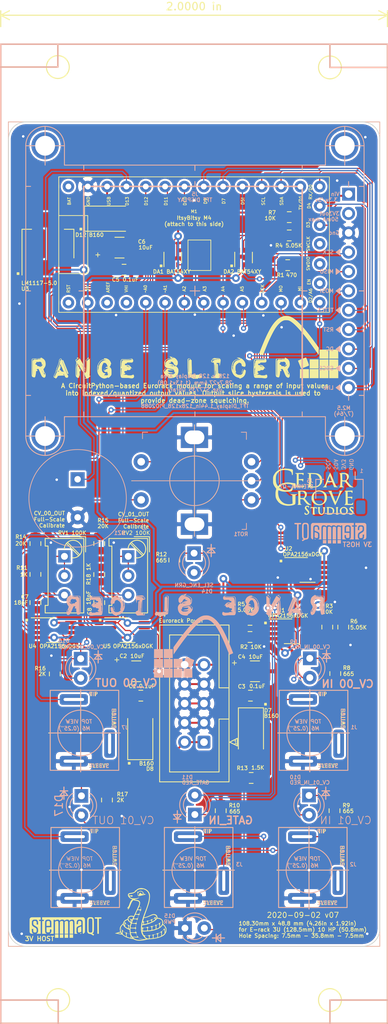
<source format=kicad_pcb>
(kicad_pcb (version 20171130) (host pcbnew "(5.1.6-0-10_14)")
  (title_block (title Range_Slicer) (date 2020-09-02) (rev v07) (company "Cedar Grove Studios"))
  (layers (0 F.Cu signal) (31 B.Cu signal) (34 B.Paste user hide) (35 F.Paste user hide) (36 B.SilkS user) (37 F.SilkS user) (38 B.Mask user hide) (39 F.Mask user hide) (44 Edge.Cuts user))
  (net 0 "")
  (net 1 /+12v)
  (net 2 /-12v)
  (net 3 GND)
  (net 4 +5VA)
  (net 5 /SCL)
  (net 6 /SDA)
  (net 7 +3V3)
  (net 8 /+12VA)
  (net 9 "Net-(M1-Pad1)")
  (net 10 "Net-(M1-Pad3)")
  (net 11 "Net-(M1-Pad17)")
  (net 12 "Net-(J2-Pad3)")
  (net 13 "Net-(J3-Pad3)")
  (net 14 "Net-(M1-Pad15)")
  (net 15 /GATE_IN)
  (net 16 /PIEZO)
  (net 17 /-12VA)
  (net 18 "Net-(D10-Pad2)")
  (net 19 "Net-(D11-Pad2)")
  (net 20 /CV_00_IN)
  (net 21 /CV_01_IN)
  (net 22 "Net-(D9-Pad2)")
  (net 23 "Net-(D9-Pad1)")
  (net 24 "Net-(D10-Pad1)")
  (net 25 "Net-(D11-Pad1)")
  (net 26 "Net-(C5-Pad1)")
  (net 27 "Net-(J1-Pad3)")
  (net 28 /CV_00_OUT)
  (net 29 /CV_01_OUT)
  (net 30 /SEL_ENC)
  (net 31 /~SEL_ENC)
  (net 32 /~ENC_SW)
  (net 33 /ENC_PH_A)
  (net 34 /ENC_PH_B)
  (net 35 "Net-(J7-Pad3)")
  (net 36 "Net-(D14-Pad1)")
  (net 37 "Net-(D14-Pad2)")
  (net 38 "Net-(D16-Pad2)")
  (net 39 "Net-(D16-Pad1)")
  (net 40 "Net-(J8-Pad3)")
  (net 41 "Net-(D17-Pad1)")
  (net 42 "Net-(D17-Pad2)")
  (net 43 "Net-(J8-Pad2)")
  (net 44 "Net-(J7-Pad2)")
  (net 45 "Net-(M1-Pad4)")
  (net 46 "Net-(M1-Pad16)")
  (net 47 "Net-(M1-Pad21)")
  (net 48 "Net-(M1-Pad24)")
  (net 49 "Net-(M1-Pad33)")
  (net 50 "Net-(D15-Pad2)")
  (net 51 "Net-(DA2-Pad3)")
  (net 52 "Net-(DA2-Pad4)")
  (net 53 "Net-(J1-Pad2)")
  (net 54 "Net-(J2-Pad2)")
  (net 55 /~DISP_CS)
  (net 56 /DISP_SCK)
  (net 57 /~DISP_DC)
  (net 58 /~DISP_RST)
  (net 59 /DISP_HOPI)
  (net 60 /LITE)
  (net 61 /~SD_CS)
  (net 62 /SD_HIPO)
  (net 63 "Net-(J5-Pad2)")
  (net 64 /PROBE)
  (net 65 "Net-(C7-Pad1)")
  (net 66 "Net-(C7-Pad2)")
  (net 67 "Net-(C8-Pad2)")
  (net 68 "Net-(C8-Pad1)")
  (module Adafruit:Range_Slicer_Logo (layer B.Cu) (at 150.876 108.204 180)
    (fp_text reference G***)
    (fp_text value Range_Slicer_Logo)
  )
  (module Adafruit:New_STEMMA-QT_logo (layer B.Cu) (at 169.418 93.345 180)
    (fp_text reference G*** hide)
    (fp_text value STEMMA-QT_LOGO hide)
  )
  (module Adafruit:TFT_Display_1.44in_128x128_PID2088 (layer B.Cu) (at 151.51 61.58 180)
    (fp_text reference J5 (at 0 12.7) (layer B.SilkS) (effects (font (size 0.5 0.5) (thickness 0.1)) (justify mirror)))
    (fp_text value "TFT DISPLAY" (at 0 11.938) (layer B.SilkS) (effects (font (size 0.5 0.5) (thickness 0.1)) (justify mirror)))
    (fp_text user TFT_Display_1.44in_128x128_PID2088 (at 0 -15.113) (layer B.SilkS) (effects (font (size 0.5 0.5) (thickness 0.1)) (justify mirror)))
    (fp_text user "use ST7735 library" (at 0 -12.954) (layer B.SilkS) (effects (font (size 0.5 0.5) (thickness 0.1)) (justify mirror)))
    (fp_text user "50mA max" (at -18.923 9.398) (layer B.SilkS) (effects (font (size 0.5 0.5) (thickness 0.1)) (justify left mirror)))
    (fp_text user 3.3v/5v (at -17.272 11.938) (layer B.SilkS) (effects (font (size 0.5 0.5) (thickness 0.1)) (justify mirror)))
    (fp_text user "128 x 128 Display Area" (at 0 -11.176) (layer B.SilkS) (effects (font (size 0.5 0.5) (thickness 0.1)) (justify mirror)))
    (fp_text user M2.5 (at -19.558 -15.367) (layer B.SilkS) (effects (font (size 0.5 0.5) (thickness 0.1)) (justify mirror)))
    (fp_text user "(7/64)" (at -19.558 -16.129) (layer B.SilkS) (effects (font (size 0.5 0.5) (thickness 0.1)) (justify mirror)))
    (fp_text user "28.7x27.4mm (1.13x1.08)" (at 0 -12.065) (layer B.SilkS) (effects (font (size 0.5 0.5) (thickness 0.1)) (justify mirror)))
    (fp_text user Vin (at -19.05 12.7) (layer B.SilkS) (effects (font (size 0.5 0.5) (thickness 0.1)) (justify left mirror)))
    (fp_text user 3V3out (at -19.05 10.16) (layer B.SilkS) (effects (font (size 0.5 0.5) (thickness 0.1)) (justify left mirror)))
    (fp_text user Gnd (at -19.05 7.62) (layer B.SilkS) (effects (font (size 0.5 0.5) (thickness 0.1)) (justify left mirror)))
    (fp_text user SCK (at -18.288 5.08) (layer B.SilkS) (effects (font (size 0.5 0.5) (thickness 0.1)) (justify left mirror)))
    (fp_text user MISO (at -18.288 2.54) (layer B.SilkS) (effects (font (size 0.5 0.5) (thickness 0.1)) (justify left mirror)))
    (fp_text user MOSI (at -18.288 0) (layer B.SilkS) (effects (font (size 0.5 0.5) (thickness 0.1)) (justify left mirror)))
    (fp_text user TFTCS (at -18.288 -2.54) (layer B.SilkS) (effects (font (size 0.5 0.5) (thickness 0.1)) (justify left mirror)))
    (fp_text user RST (at -18.288 -5.08) (layer B.SilkS) (effects (font (size 0.5 0.5) (thickness 0.1)) (justify left mirror)))
    (fp_text user DC (at -18.288 -7.62) (layer B.SilkS) (effects (font (size 0.5 0.5) (thickness 0.1)) (justify left mirror)))
    (fp_text user SDCS (at -18.288 -10.16) (layer B.SilkS) (effects (font (size 0.5 0.5) (thickness 0.1)) (justify left mirror)))
    (fp_text user Lite (at -18.288 -12.7) (layer B.SilkS) (effects (font (size 0.5 0.5) (thickness 0.1)) (justify left mirror)))
    (pad "" np_thru_hole circle (at 19.685 -19.05 180) (size 3.6 3.6) (drill 2.6) (layers *.Cu *.Mask))
    (pad "" np_thru_hole circle (at 19.685 19.05 180) (size 3.6 3.6) (drill 2.6) (layers *.Cu *.Mask))
    (pad "" np_thru_hole circle (at -19.685 19.05 180) (size 3.6 3.6) (drill 2.6) (layers *.Cu *.Mask))
    (pad "" np_thru_hole circle (at -19.685 -19.05 180) (size 3.6 3.6) (drill 2.6) (layers *.Cu *.Mask))
    (pad 1 thru_hole rect (at -20.193 12.7 180) (size 1.7 1.7) (drill 1) (layers *.Cu *.Mask) (net 7 +3V3))
    (pad 2 thru_hole circle (at -20.193 10.16 180) (size 1.7 1.7) (drill 1) (layers *.Cu *.Mask) (net 63 "Net-(J5-Pad2)"))
    (pad 3 thru_hole circle (at -20.193 7.62 180) (size 1.7 1.7) (drill 1) (layers *.Cu *.Mask) (net 3 GND))
    (pad 4 thru_hole circle (at -20.193 5.08 180) (size 1.7 1.7) (drill 1) (layers *.Cu *.Mask) (net 56 /DISP_SCK))
    (pad 5 thru_hole circle (at -20.193 2.54 180) (size 1.7 1.7) (drill 1) (layers *.Cu *.Mask) (net 62 /SD_HIPO))
    (pad 6 thru_hole circle (at -20.193 0 180) (size 1.7 1.7) (drill 1) (layers *.Cu *.Mask) (net 59 /DISP_HOPI))
    (pad 7 thru_hole circle (at -20.193 -2.54 180) (size 1.7 1.7) (drill 1) (layers *.Cu *.Mask) (net 55 /~DISP_CS))
    (pad 8 thru_hole circle (at -20.193 -5.08 180) (size 1.7 1.7) (drill 1) (layers *.Cu *.Mask) (net 58 /~DISP_RST))
    (pad 9 thru_hole circle (at -20.193 -7.62 180) (size 1.7 1.7) (drill 1) (layers *.Cu *.Mask) (net 57 /~DISP_DC))
    (pad 10 thru_hole circle (at -20.193 -10.16 180) (size 1.7 1.7) (drill 1) (layers *.Cu *.Mask) (net 61 /~SD_CS))
    (pad 11 thru_hole circle (at -20.193 -12.7 180) (size 1.7 1.7) (drill 1) (layers *.Cu *.Mask) (net 60 /LITE))
  )
  (module Adafruit:Blinka (layer F.Cu) (at 144.5 143.6)
    (fp_text reference G***)
    (fp_text value Binka)
  )
  (module digikey-footprints:Piezo_Transducer_THT_PS1240P02BT (layer B.Cu) (at 136.1 86.3 180)
    (fp_text reference BZ1 (at -5.505 -7.045) (layer B.SilkS) (effects (font (size 0.5 0.5) (thickness 0.1)) (justify mirror)))
    (fp_text value PS1240P02BT)
    (pad 1 thru_hole rect (at 0 0 180) (size 1.85 1.85) (drill 0.85) (layers *.Cu *.Mask) (net 16 /PIEZO))
    (pad 2 thru_hole circle (at 0 -5 180) (size 1.85 1.85) (drill 0.85) (layers *.Cu *.Mask) (net 3 GND))
  )
  (module Connector_IDC:IDC-Header_2x05_P2.54mm_Vertical (layer F.Cu) (at 152.7 120.8 180)
    (fp_text reference J4 (at 5.45 16.7 180) (layer F.SilkS) (effects (font (size 0.5 0.5) (thickness 0.1))))
    (fp_text value "Eurorack Power" (at 3 15.95 180) (layer F.SilkS) (effects (font (size 0.5 0.5) (thickness 0.1))))
    (pad 1 thru_hole roundrect (at 0 0 180) (size 1.7 1.7) (drill 1) (layers *.Cu *.Mask) (roundrect_rratio 0.147059) (net 2 /-12v))
    (pad 3 thru_hole circle (at 0 2.54 180) (size 1.7 1.7) (drill 1) (layers *.Cu *.Mask) (net 3 GND))
    (pad 5 thru_hole circle (at 0 5.08 180) (size 1.7 1.7) (drill 1) (layers *.Cu *.Mask) (net 3 GND))
    (pad 7 thru_hole circle (at 0 7.62 180) (size 1.7 1.7) (drill 1) (layers *.Cu *.Mask) (net 3 GND))
    (pad 9 thru_hole circle (at 0 10.16 180) (size 1.7 1.7) (drill 1) (layers *.Cu *.Mask) (net 1 /+12v))
    (pad 2 thru_hole circle (at 2.54 0 180) (size 1.7 1.7) (drill 1) (layers *.Cu *.Mask) (net 2 /-12v))
    (pad 4 thru_hole circle (at 2.54 2.54 180) (size 1.7 1.7) (drill 1) (layers *.Cu *.Mask) (net 3 GND))
    (pad 6 thru_hole circle (at 2.54 5.08 180) (size 1.7 1.7) (drill 1) (layers *.Cu *.Mask) (net 3 GND))
    (pad 8 thru_hole circle (at 2.54 7.62 180) (size 1.7 1.7) (drill 1) (layers *.Cu *.Mask) (net 3 GND))
    (pad 10 thru_hole circle (at 2.54 10.16 180) (size 1.7 1.7) (drill 1) (layers *.Cu *.Mask) (net 1 /+12v))
  )
  (module Adafruit:Schurter_4832.2211_3.5mm_vert_TS_switch (layer B.Cu) (at 151.5 137.6 180)
    (fp_text reference J3 (at -5.85 0.75) (layer B.SilkS) (effects (font (size 0.5 0.5) (thickness 0.1)) (justify mirror)))
    (fp_text value GATE_IN (at -4.71 6.536) (layer B.SilkS) (effects (font (thickness 0.2)) (justify mirror)))
    (fp_text user TIP (at -1.7 5.1) (layer F.SilkS) (effects (font (size 0.5 0.5) (thickness 0.1))))
    (fp_text user SWITCH (at -4.4 1.9 90) (layer F.SilkS) (effects (font (size 0.5 0.5) (thickness 0.1))))
    (fp_text user SLEEVE (at -2.4 -4.3) (layer F.SilkS) (effects (font (size 0.5 0.5) (thickness 0.1))))
    (fp_text user TIP (at -1.6 5.1) (layer B.SilkS) (effects (font (size 0.5 0.5) (thickness 0.1)) (justify mirror)))
    (fp_text user SWITCH (at -4.4 1.9 270) (layer B.SilkS) (effects (font (size 0.5 0.5) (thickness 0.1)) (justify mirror)))
    (fp_text user SLEEVE (at -2.4 -4.3) (layer B.SilkS) (effects (font (size 0.5 0.5) (thickness 0.1)) (justify mirror)))
    (fp_text user "M6 (0.25\")" (at 0.8 0.6) (layer B.SilkS) (effects (font (size 0.5 0.5) (thickness 0.1) italic) (justify mirror)))
    (fp_text user "TOP VIEW" (at 0.2 1.5) (layer B.SilkS) (effects (font (size 0.5 0.5) (thickness 0.1) italic) (justify mirror)))
    (pad 3 thru_hole roundrect (at 0.9 4.4 90) (size 1.4 3.7) (drill oval 0.4 2.7) (layers *.Cu *.Mask) (net 13 "Net-(J3-Pad3)"))
    (pad 1 thru_hole roundrect (at 0.9 -3.7 90) (size 1.4 3.7) (drill oval 0.4 2.7) (layers *.Cu *.Mask) (net 3 GND))
    (pad 2 thru_hole roundrect (at -3.8 -1.4 180) (size 1.4 3.7) (drill oval 0.4 2.7) (layers *.Cu *.Mask) (net 64 /PROBE))
  )
  (module Adafruit:Schurter_4832.2211_3.5mm_vert_TS_switch (layer B.Cu) (at 166.6 119.6 180)
    (fp_text reference J1 (at -5.8 0.75) (layer B.SilkS) (effects (font (size 0.5 0.5) (thickness 0.1)) (justify mirror)))
    (fp_text value "CV_00 IN" (at -4.977 6.443) (layer B.SilkS) (effects (font (thickness 0.2)) (justify mirror)))
    (fp_text user TIP (at -1.7 5.1) (layer F.SilkS) (effects (font (size 0.5 0.5) (thickness 0.1))))
    (fp_text user SWITCH (at -4.4 1.9 90) (layer F.SilkS) (effects (font (size 0.5 0.5) (thickness 0.1))))
    (fp_text user SLEEVE (at -2.4 -4.3) (layer F.SilkS) (effects (font (size 0.5 0.5) (thickness 0.1))))
    (fp_text user TIP (at -1.6 5.1) (layer B.SilkS) (effects (font (size 0.5 0.5) (thickness 0.1)) (justify mirror)))
    (fp_text user SWITCH (at -4.4 1.9 270) (layer B.SilkS) (effects (font (size 0.5 0.5) (thickness 0.1)) (justify mirror)))
    (fp_text user SLEEVE (at -2.4 -4.3) (layer B.SilkS) (effects (font (size 0.5 0.5) (thickness 0.1)) (justify mirror)))
    (fp_text user "M6 (0.25\")" (at 0.8 0.6) (layer B.SilkS) (effects (font (size 0.5 0.5) (thickness 0.1) italic) (justify mirror)))
    (fp_text user "TOP VIEW" (at 0.2 1.5) (layer B.SilkS) (effects (font (size 0.5 0.5) (thickness 0.1) italic) (justify mirror)))
    (pad 3 thru_hole roundrect (at 0.9 4.4 90) (size 1.4 3.7) (drill oval 0.4 2.7) (layers *.Cu *.Mask) (net 27 "Net-(J1-Pad3)"))
    (pad 1 thru_hole roundrect (at 0.9 -3.7 90) (size 1.4 3.7) (drill oval 0.4 2.7) (layers *.Cu *.Mask) (net 3 GND))
    (pad 2 thru_hole roundrect (at -3.8 -1.4 180) (size 1.4 3.7) (drill oval 0.4 2.7) (layers *.Cu *.Mask) (net 53 "Net-(J1-Pad2)"))
  )
  (module Adafruit:Schurter_4832.2211_3.5mm_vert_TS_switch (layer B.Cu) (at 166.5 137.6 180)
    (fp_text reference J2 (at -5.8 0.75) (layer B.SilkS) (effects (font (size 0.5 0.5) (thickness 0.1)) (justify mirror)))
    (fp_text value "CV_01 IN" (at -4.823 6.536) (layer B.SilkS) (effects (font (thickness 0.1)) (justify mirror)))
    (fp_text user TIP (at -1.7 5.1) (layer F.SilkS) (effects (font (size 0.5 0.5) (thickness 0.1))))
    (fp_text user SWITCH (at -4.4 1.9 90) (layer F.SilkS) (effects (font (size 0.5 0.5) (thickness 0.1))))
    (fp_text user SLEEVE (at -2.4 -4.3) (layer F.SilkS) (effects (font (size 0.5 0.5) (thickness 0.1))))
    (fp_text user TIP (at -1.6 5.1) (layer B.SilkS) (effects (font (size 0.5 0.5) (thickness 0.1)) (justify mirror)))
    (fp_text user SWITCH (at -4.4 1.9 270) (layer B.SilkS) (effects (font (size 0.5 0.5) (thickness 0.1)) (justify mirror)))
    (fp_text user SLEEVE (at -2.4 -4.3) (layer B.SilkS) (effects (font (size 0.5 0.5) (thickness 0.1)) (justify mirror)))
    (fp_text user "M6 (0.25\")" (at 0.8 0.6) (layer B.SilkS) (effects (font (size 0.5 0.5) (thickness 0.1) italic) (justify mirror)))
    (fp_text user "TOP VIEW" (at 0.2 1.5) (layer B.SilkS) (effects (font (size 0.5 0.5) (thickness 0.1) italic) (justify mirror)))
    (pad 3 thru_hole roundrect (at 0.9 4.4 90) (size 1.4 3.7) (drill oval 0.4 2.7) (layers *.Cu *.Mask) (net 12 "Net-(J2-Pad3)"))
    (pad 1 thru_hole roundrect (at 0.9 -3.7 90) (size 1.4 3.7) (drill oval 0.4 2.7) (layers *.Cu *.Mask) (net 3 GND))
    (pad 2 thru_hole roundrect (at -3.8 -1.4 180) (size 1.4 3.7) (drill oval 0.4 2.7) (layers *.Cu *.Mask) (net 54 "Net-(J2-Pad2)"))
  )
  (module Adafruit:Schurter_4832.2211_3.5mm_vert_TS_switch (layer B.Cu) (at 136.5 119.6 180)
    (fp_text reference J7 (at -5.8 0.7) (layer B.SilkS) (effects (font (size 0.5 0.5) (thickness 0.1)) (justify mirror)))
    (fp_text value "CV_00 OUT" (at -5.994 6.57) (layer B.SilkS) (effects (font (thickness 0.2)) (justify mirror)))
    (fp_text user TIP (at -1.7 5.1) (layer F.SilkS) (effects (font (size 0.5 0.5) (thickness 0.1))))
    (fp_text user SWITCH (at -4.4 1.9 90) (layer F.SilkS) (effects (font (size 0.5 0.5) (thickness 0.1))))
    (fp_text user SLEEVE (at -2.4 -4.3) (layer F.SilkS) (effects (font (size 0.5 0.5) (thickness 0.1))))
    (fp_text user TIP (at -1.6 5.1) (layer B.SilkS) (effects (font (size 0.5 0.5) (thickness 0.1)) (justify mirror)))
    (fp_text user SWITCH (at -4.4 1.9 270) (layer B.SilkS) (effects (font (size 0.5 0.5) (thickness 0.1)) (justify mirror)))
    (fp_text user SLEEVE (at -2.4 -4.3) (layer B.SilkS) (effects (font (size 0.5 0.5) (thickness 0.1)) (justify mirror)))
    (fp_text user "M6 (0.25\")" (at 0.8 0.6) (layer B.SilkS) (effects (font (size 0.5 0.5) (thickness 0.1) italic) (justify mirror)))
    (fp_text user "TOP VIEW" (at 0.2 1.5) (layer B.SilkS) (effects (font (size 0.5 0.5) (thickness 0.1) italic) (justify mirror)))
    (pad 3 thru_hole roundrect (at 0.9 4.4 90) (size 1.4 3.7) (drill oval 0.4 2.7) (layers *.Cu *.Mask) (net 35 "Net-(J7-Pad3)"))
    (pad 1 thru_hole roundrect (at 0.9 -3.7 90) (size 1.4 3.7) (drill oval 0.4 2.7) (layers *.Cu *.Mask) (net 3 GND))
    (pad 2 thru_hole roundrect (at -3.8 -1.4 180) (size 1.4 3.7) (drill oval 0.4 2.7) (layers *.Cu *.Mask) (net 44 "Net-(J7-Pad2)"))
  )
  (module Adafruit:CG_logo_25-4mm (layer F.Cu) (at 173.1 87.3)
    (fp_text reference G*** hide)
    (fp_text value LOGO hide)
  )
  (module Package_SO:VSSOP-8_3.0x3.0mm_P0.65mm (layer F.Cu) (at 164.25 106.25)
    (fp_text reference U1 (at -1.4 -2.75) (layer F.SilkS) (effects (font (size 0.5 0.5) (thickness 0.1))))
    (fp_text value OPA2156xDGK (at -0.5 -2.05) (layer F.SilkS) (effects (font (size 0.5 0.5) (thickness 0.1))))
    (pad 8 smd rect (at 2.2 -0.975 270) (size 0.45 1.45) (layers F.Cu F.Paste F.Mask) (net 8 /+12VA))
    (pad 7 smd rect (at 2.2 -0.325 270) (size 0.45 1.45) (layers F.Cu F.Paste F.Mask) (net 18 "Net-(D10-Pad2)"))
    (pad 6 smd rect (at 2.2 0.325 270) (size 0.45 1.45) (layers F.Cu F.Paste F.Mask) (net 24 "Net-(D10-Pad1)"))
    (pad 5 smd rect (at 2.2 0.975 270) (size 0.45 1.45) (layers F.Cu F.Paste F.Mask) (net 21 /CV_01_IN))
    (pad 4 smd rect (at -2.2 0.975 270) (size 0.45 1.45) (layers F.Cu F.Paste F.Mask) (net 17 /-12VA))
    (pad 3 smd rect (at -2.2 0.325 270) (size 0.45 1.45) (layers F.Cu F.Paste F.Mask) (net 20 /CV_00_IN))
    (pad 2 smd rect (at -2.2 -0.325 270) (size 0.45 1.45) (layers F.Cu F.Paste F.Mask) (net 23 "Net-(D9-Pad1)"))
    (pad 1 smd rect (at -2.2 -0.975 270) (size 0.45 1.45) (layers F.Cu F.Paste F.Mask) (net 22 "Net-(D9-Pad2)"))
  )
  (module Adafruit:Range_Slicer_dymo (layer B.Cu) (at 151.511 102.743 180)
    (fp_text reference G***)
    (fp_text value Range_Slicer_dymo)
  )
  (module Adafruit:New_STEMMA-QT_logo (layer F.Cu) (at 134.4 145.1)
    (fp_text reference G*** hide)
    (fp_text value STEMMA-QT_LOGO hide)
  )
  (module Adafruit:Range_Slicer_Logo (layer F.Cu) (at 165.6 68.9)
    (fp_text reference G***)
    (fp_text value Range_Slicer_Logo)
  )
  (module Adafruit:Range_Slicer_dymo (layer F.Cu) (at 147.1 71.6)
    (fp_text reference G***)
    (fp_text value Range_Slicer_dymo)
  )
  (module Resistor_SMD:R_0805_2012Metric (layer F.Cu) (at 158.75 107)
    (fp_text reference R2 (at -0.8 1.3) (layer F.SilkS) (effects (font (size 0.5 0.5) (thickness 0.1))))
    (fp_text value 10K (at 0.8 1.3) (layer F.SilkS) (effects (font (size 0.5 0.5) (thickness 0.1))))
    (pad 2 smd roundrect (at 0.9375 0) (size 0.975 1.4) (layers F.Cu F.Paste F.Mask) (net 20 /CV_00_IN))
    (pad 1 smd roundrect (at -0.9375 0) (size 0.975 1.4) (layers F.Cu F.Paste F.Mask) (net 27 "Net-(J1-Pad3)"))
  )
  (module Resistor_SMD:R_0805_2012Metric (layer F.Cu) (at 163.9 54.3 180)
    (fp_text reference R4 (at 1.34 -1.326 180) (layer F.SilkS) (effects (font (size 0.5 0.5) (thickness 0.1))))
    (fp_text value 5.05K (at -0.6 -1.326 180) (layer F.SilkS) (effects (font (size 0.5 0.5) (thickness 0.1))))
    (pad 2 smd roundrect (at 0.9375 0 180) (size 0.975 1.4) (layers F.Cu F.Paste F.Mask) (net 15 /GATE_IN))
    (pad 1 smd roundrect (at -0.9375 0 180) (size 0.975 1.4) (layers F.Cu F.Paste F.Mask) (net 13 "Net-(J3-Pad3)"))
  )
  (module Resistor_SMD:R_0805_2012Metric (layer F.Cu) (at 158.75 104.75 180)
    (fp_text reference R5 (at 1.15 2.05 180) (layer F.SilkS) (effects (font (size 0.5 0.5) (thickness 0.1))))
    (fp_text value 5.05K (at 0.55 1.3 180) (layer F.SilkS) (effects (font (size 0.5 0.5) (thickness 0.1))))
    (pad 2 smd roundrect (at 0.9375 0 180) (size 0.975 1.4) (layers F.Cu F.Paste F.Mask) (net 3 GND))
    (pad 1 smd roundrect (at -0.9375 0 180) (size 0.975 1.4) (layers F.Cu F.Paste F.Mask) (net 20 /CV_00_IN))
  )
  (module Resistor_SMD:R_0805_2012Metric (layer F.Cu) (at 163.7 58.2 180)
    (fp_text reference R1 (at 0.95 -1.3) (layer F.SilkS) (effects (font (size 0.5 0.5) (thickness 0.1))))
    (fp_text value 470 (at -0.5 -1.3) (layer F.SilkS) (effects (font (size 0.5 0.5) (thickness 0.1))))
    (pad 2 smd roundrect (at 0.9375 0 180) (size 0.975 1.4) (layers F.Cu F.Paste F.Mask) (net 51 "Net-(DA2-Pad3)"))
    (pad 1 smd roundrect (at -0.9375 0 180) (size 0.975 1.4) (layers F.Cu F.Paste F.Mask) (net 48 "Net-(M1-Pad24)"))
  )
  (module Resistor_SMD:R_0805_2012Metric (layer F.Cu) (at 168.9 105.7 90)
    (fp_text reference R3 (at 2.75 0.25 180) (layer F.SilkS) (effects (font (size 0.5 0.5) (thickness 0.1))))
    (fp_text value 10K (at 2 0 180) (layer F.SilkS) (effects (font (size 0.5 0.5) (thickness 0.1))))
    (pad 2 smd roundrect (at 0.9375 0 90) (size 0.975 1.4) (layers F.Cu F.Paste F.Mask) (net 21 /CV_01_IN))
    (pad 1 smd roundrect (at -0.9375 0 90) (size 0.975 1.4) (layers F.Cu F.Paste F.Mask) (net 12 "Net-(J2-Pad3)"))
  )
  (module Resistor_SMD:R_0805_2012Metric (layer F.Cu) (at 171 105.7 90)
    (fp_text reference R6 (at 0.75 1.4) (layer F.SilkS) (effects (font (size 0.5 0.5) (thickness 0.1))))
    (fp_text value 5.05K (at -0.05 2) (layer F.SilkS) (effects (font (size 0.5 0.5) (thickness 0.1))))
    (pad 2 smd roundrect (at 0.9375 0 90) (size 0.975 1.4) (layers F.Cu F.Paste F.Mask) (net 3 GND))
    (pad 1 smd roundrect (at -0.9375 0 90) (size 0.975 1.4) (layers F.Cu F.Paste F.Mask) (net 21 /CV_01_IN))
  )
  (module Resistor_SMD:R_0805_2012Metric (layer F.Cu) (at 163.9 51.9)
    (fp_text reference R7 (at -2.25 -0.6 180) (layer F.SilkS) (effects (font (size 0.5 0.5) (thickness 0.1))))
    (fp_text value 10K (at -2.5 0.15 180) (layer F.SilkS) (effects (font (size 0.5 0.5) (thickness 0.1))))
    (pad 2 smd roundrect (at 0.9375 0) (size 0.975 1.4) (layers F.Cu F.Paste F.Mask) (net 3 GND))
    (pad 1 smd roundrect (at -0.9375 0) (size 0.975 1.4) (layers F.Cu F.Paste F.Mask) (net 15 /GATE_IN))
  )
  (module Resistor_SMD:R_0805_2012Metric (layer F.Cu) (at 169.95 111.8 270)
    (fp_text reference R8 (at -0.75 -1.5) (layer F.SilkS) (effects (font (size 0.5 0.5) (thickness 0.1))))
    (fp_text value 665 (at 0.05 -1.75) (layer F.SilkS) (effects (font (size 0.5 0.5) (thickness 0.1))))
    (pad 2 smd roundrect (at 0.9375 0 270) (size 0.975 1.4) (layers F.Cu F.Paste F.Mask) (net 3 GND))
    (pad 1 smd roundrect (at -0.9375 0 270) (size 0.975 1.4) (layers F.Cu F.Paste F.Mask) (net 23 "Net-(D9-Pad1)"))
  )
  (module Resistor_SMD:R_0805_2012Metric (layer F.Cu) (at 169.85 129.8 270)
    (fp_text reference R9 (at -0.7 -1.55 180) (layer F.SilkS) (effects (font (size 0.5 0.5) (thickness 0.1))))
    (fp_text value 665 (at 0.05 -1.8 180) (layer F.SilkS) (effects (font (size 0.5 0.5) (thickness 0.1))))
    (pad 2 smd roundrect (at 0.9375 0 270) (size 0.975 1.4) (layers F.Cu F.Paste F.Mask) (net 3 GND))
    (pad 1 smd roundrect (at -0.9375 0 270) (size 0.975 1.4) (layers F.Cu F.Paste F.Mask) (net 24 "Net-(D10-Pad1)"))
  )
  (module Resistor_SMD:R_0805_2012Metric (layer F.Cu) (at 154.9 129.8 90)
    (fp_text reference R10 (at 0.7 1.8) (layer F.SilkS) (effects (font (size 0.5 0.5) (thickness 0.1))))
    (fp_text value 665 (at -0.1 1.85) (layer F.SilkS) (effects (font (size 0.5 0.5) (thickness 0.1))))
    (pad 2 smd roundrect (at 0.9375 0 90) (size 0.975 1.4) (layers F.Cu F.Paste F.Mask) (net 3 GND))
    (pad 1 smd roundrect (at -0.9375 0 90) (size 0.975 1.4) (layers F.Cu F.Paste F.Mask) (net 25 "Net-(D11-Pad1)"))
  )
  (module digikey-footprints:Rotary_Encoder_Switched_PEC11R_mntg_hole (layer B.Cu) (at 151.45 80.8 270)
    (fp_text reference ROT1 (at 12.7 -6.096 180) (layer B.SilkS) (effects (font (size 0.5 0.5) (thickness 0.1)) (justify mirror)))
    (fp_text value SELECT)
    (pad C thru_hole circle (at 8.2 -7.5 270) (size 2 2) (drill 1) (layers *.Cu *.Mask) (net 31 /~SEL_ENC))
    (pad B thru_hole circle (at 5.7 -7.5 270) (size 2 2) (drill 1) (layers *.Cu *.Mask) (net 34 /ENC_PH_B))
    (pad A thru_hole circle (at 3.2 -7.5 270) (size 2 2) (drill 1) (layers *.Cu *.Mask) (net 33 /ENC_PH_A))
    (pad 2 thru_hole circle (at 8.2 7 270) (size 2 2) (drill 1) (layers *.Cu *.Mask) (net 32 /~ENC_SW))
    (pad 1 thru_hole circle (at 3.2 7 270) (size 2 2) (drill 1) (layers *.Cu *.Mask) (net 31 /~SEL_ENC))
    (pad 3 thru_hole rect (at 11.4 0 270) (size 2.8 3.6) (drill oval 1.8 2.6) (layers *.Cu *.Mask) (net 3 GND))
    (pad 3 thru_hole rect (at 0 0 270) (size 2.8 3.6) (drill oval 1.8 2.6) (layers *.Cu *.Mask) (net 3 GND))
  )
  (module Package_SO:VSSOP-8_3.0x3.0mm_P0.65mm (layer F.Cu) (at 166.3 98.2)
    (fp_text reference U2 (at -2.5 -2.8) (layer F.SilkS) (effects (font (size 0.5 0.5) (thickness 0.1))))
    (fp_text value OPA2156xDGK (at -0.6 -2.05) (layer F.SilkS) (effects (font (size 0.5 0.5) (thickness 0.1))))
    (pad 1 smd rect (at -2.2 -0.975 270) (size 0.45 1.45) (layers F.Cu F.Paste F.Mask) (net 19 "Net-(D11-Pad2)"))
    (pad 2 smd rect (at -2.2 -0.325 270) (size 0.45 1.45) (layers F.Cu F.Paste F.Mask) (net 25 "Net-(D11-Pad1)"))
    (pad 3 smd rect (at -2.2 0.325 270) (size 0.45 1.45) (layers F.Cu F.Paste F.Mask) (net 15 /GATE_IN))
    (pad 4 smd rect (at -2.2 0.975 270) (size 0.45 1.45) (layers F.Cu F.Paste F.Mask) (net 17 /-12VA))
    (pad 5 smd rect (at 2.2 0.975 270) (size 0.45 1.45) (layers F.Cu F.Paste F.Mask) (net 30 /SEL_ENC))
    (pad 6 smd rect (at 2.2 0.325 270) (size 0.45 1.45) (layers F.Cu F.Paste F.Mask) (net 36 "Net-(D14-Pad1)"))
    (pad 7 smd rect (at 2.2 -0.325 270) (size 0.45 1.45) (layers F.Cu F.Paste F.Mask) (net 37 "Net-(D14-Pad2)"))
    (pad 8 smd rect (at 2.2 -0.975 270) (size 0.45 1.45) (layers F.Cu F.Paste F.Mask) (net 8 /+12VA))
  )
  (module Package_SO:VSSOP-8_3.0x3.0mm_P0.65mm (layer F.Cu) (at 133 106.1)
    (fp_text reference U4 (at -2.825 2.104) (layer F.SilkS) (effects (font (size 0.5 0.5) (thickness 0.1))))
    (fp_text value OPA2156xDGK (at 0.731 2.104 180) (layer F.SilkS) (effects (font (size 0.5 0.5) (thickness 0.1))))
    (pad 8 smd rect (at 2.2 -0.975 270) (size 0.45 1.45) (layers F.Cu F.Paste F.Mask) (net 8 /+12VA))
    (pad 7 smd rect (at 2.2 -0.325 270) (size 0.45 1.45) (layers F.Cu F.Paste F.Mask) (net 38 "Net-(D16-Pad2)"))
    (pad 6 smd rect (at 2.2 0.325 270) (size 0.45 1.45) (layers F.Cu F.Paste F.Mask) (net 39 "Net-(D16-Pad1)"))
    (pad 5 smd rect (at 2.2 0.975 270) (size 0.45 1.45) (layers F.Cu F.Paste F.Mask) (net 65 "Net-(C7-Pad1)"))
    (pad 4 smd rect (at -2.2 0.975 270) (size 0.45 1.45) (layers F.Cu F.Paste F.Mask) (net 17 /-12VA))
    (pad 3 smd rect (at -2.2 0.325 270) (size 0.45 1.45) (layers F.Cu F.Paste F.Mask) (net 28 /CV_00_OUT))
    (pad 2 smd rect (at -2.2 -0.325 270) (size 0.45 1.45) (layers F.Cu F.Paste F.Mask) (net 66 "Net-(C7-Pad2)"))
    (pad 1 smd rect (at -2.2 -0.975 270) (size 0.45 1.45) (layers F.Cu F.Paste F.Mask) (net 65 "Net-(C7-Pad1)"))
  )
  (module "Adafruit:ItsyBitsy M4 Express" (layer F.Cu) (at 151.4 55.5 90)
    (fp_text reference M1 (at 4.35 0 180) (layer F.SilkS) (effects (font (size 0.4 0.4) (thickness 0.08))))
    (fp_text value ItsyBitsy_M4_Express)
    (fp_text user RST (at -5.8 -16.5 90) (layer F.SilkS) (effects (font (size 0.4 0.4) (thickness 0.08))))
    (fp_text user 3V (at -5.8 -14 90) (layer F.SilkS) (effects (font (size 0.4 0.4) (thickness 0.08))))
    (fp_text user AREF (at -5.6 -11.3 90) (layer F.SilkS) (effects (font (size 0.4 0.4) (thickness 0.08))))
    (fp_text user VHI (at -5.8 -8.9 90) (layer F.SilkS) (effects (font (size 0.4 0.4) (thickness 0.08))))
    (fp_text user ~~A0 (at -5.8 -6.4 90) (layer F.SilkS) (effects (font (size 0.4 0.4) (thickness 0.08))))
    (fp_text user ~~A1 (at -5.8 -3.8 90) (layer F.SilkS) (effects (font (size 0.4 0.4) (thickness 0.08))))
    (fp_text user A2 (at -5.8 -1.3 90) (layer F.SilkS) (effects (font (size 0.4 0.4) (thickness 0.08))))
    (fp_text user A3 (at -5.8 1.4 90) (layer F.SilkS) (effects (font (size 0.4 0.4) (thickness 0.08))))
    (fp_text user A5 (at -5.8 6.3 90) (layer F.SilkS) (effects (font (size 0.4 0.4) (thickness 0.08))))
    (fp_text user A4 (at -5.8 3.8 90) (layer F.SilkS) (effects (font (size 0.4 0.4) (thickness 0.08))))
    (fp_text user MI (at -5.8 13.9 90) (layer F.SilkS) (effects (font (size 0.4 0.4) (thickness 0.08))))
    (fp_text user MO (at -5.8 11.4 90) (layer F.SilkS) (effects (font (size 0.4 0.4) (thickness 0.08))))
    (fp_text user SCK (at -5.8 9 90) (layer F.SilkS) (effects (font (size 0.4 0.4) (thickness 0.08))))
    (fp_text user SCL (at 5.7 9.1 90) (layer F.SilkS) (effects (font (size 0.4 0.4) (thickness 0.08))))
    (fp_text user BAT (at 5.7 -16.4 90) (layer F.SilkS) (effects (font (size 0.4 0.4) (thickness 0.08))))
    (fp_text user D12 (at 5.7 -6.3 90) (layer F.SilkS) (effects (font (size 0.4 0.4) (thickness 0.08))))
    (fp_text user GND (at 5.7 -13.9 90) (layer F.SilkS) (effects (font (size 0.4 0.4) (thickness 0.08))))
    (fp_text user D11 (at 5.7 -3.7 90) (layer F.SilkS) (effects (font (size 0.4 0.4) (thickness 0.08))))
    (fp_text user D7 (at 5.7 3.9 90) (layer F.SilkS) (effects (font (size 0.4 0.4) (thickness 0.08))))
    (fp_text user D5! (at 5.7 6.4 90) (layer F.SilkS) (effects (font (size 0.4 0.4) (thickness 0.08))))
    (fp_text user D10 (at 5.7 -1.2 90) (layer F.SilkS) (effects (font (size 0.4 0.4) (thickness 0.08))))
    (fp_text user D13 (at 5.7 -8.8 90) (layer F.SilkS) (effects (font (size 0.4 0.4) (thickness 0.08))))
    (fp_text user D9 (at 5.7 1.5 90) (layer F.SilkS) (effects (font (size 0.4 0.4) (thickness 0.08))))
    (fp_text user TX/D1 (at 5.5 14 90) (layer F.SilkS) (effects (font (size 0.4 0.4) (thickness 0.08))))
    (fp_text user USB (at 5.7 -11.2 90) (layer F.SilkS) (effects (font (size 0.4 0.4) (thickness 0.08))))
    (fp_text user SDA (at 5.7 11.5 90) (layer F.SilkS) (effects (font (size 0.4 0.4) (thickness 0.08))))
    (fp_text user D2/A6 (at -6.7 15.3 90) (layer F.SilkS) (effects (font (size 0.4 0.4) (thickness 0.08))))
    (fp_text user EN (at -4.9 15.1 90) (layer F.SilkS) (effects (font (size 0.4 0.4) (thickness 0.08))))
    (fp_text user RX/D0 (at 6.9 15.3 90) (layer F.SilkS) (effects (font (size 0.4 0.4) (thickness 0.08))))
    (fp_text user D4 (at 5.1 15.1 90) (layer F.SilkS) (effects (font (size 0.4 0.4) (thickness 0.08))))
    (fp_text user D3 (at 2.6 15 90) (layer F.SilkS) (effects (font (size 0.4 0.4) (thickness 0.08))))
    (fp_text user SWDIO (at -2.5 15 90) (layer F.SilkS) (effects (font (size 0.4 0.4) (thickness 0.08))))
    (fp_text user SWCLK (at 0.1 15 90) (layer F.SilkS) (effects (font (size 0.4 0.4) (thickness 0.08))))
    (pad 1 thru_hole circle (at -7.62 -16.51 90) (size 1.524 1.524) (drill 0.762) (layers *.Cu *.Mask) (net 9 "Net-(M1-Pad1)"))
    (pad 2 thru_hole circle (at -7.62 -13.97 90) (size 1.524 1.524) (drill 0.762) (layers *.Cu *.Mask) (net 7 +3V3))
    (pad 3 thru_hole circle (at -7.62 -11.43 90) (size 1.524 1.524) (drill 0.762) (layers *.Cu *.Mask) (net 10 "Net-(M1-Pad3)"))
    (pad 4 thru_hole circle (at -7.62 -8.89 90) (size 1.524 1.524) (drill 0.762) (layers *.Cu *.Mask) (net 45 "Net-(M1-Pad4)"))
    (pad 5 thru_hole circle (at -7.62 -6.35 90) (size 1.524 1.524) (drill 0.762) (layers *.Cu *.Mask) (net 28 /CV_00_OUT))
    (pad 6 thru_hole circle (at -7.62 -3.81 90) (size 1.524 1.524) (drill 0.762) (layers *.Cu *.Mask) (net 29 /CV_01_OUT))
    (pad 7 thru_hole circle (at -7.62 -1.27 90) (size 1.524 1.524) (drill 0.762) (layers *.Cu *.Mask) (net 20 /CV_00_IN))
    (pad 8 thru_hole circle (at -7.62 1.27 90) (size 1.524 1.524) (drill 0.762) (layers *.Cu *.Mask) (net 21 /CV_01_IN))
    (pad 9 thru_hole circle (at -7.62 3.81 90) (size 1.524 1.524) (drill 0.762) (layers *.Cu *.Mask) (net 15 /GATE_IN))
    (pad 10 thru_hole circle (at -7.62 6.35 90) (size 1.524 1.524) (drill 0.762) (layers *.Cu *.Mask) (net 30 /SEL_ENC))
    (pad 11 thru_hole circle (at -7.62 8.89 90) (size 1.524 1.524) (drill 0.762) (layers *.Cu *.Mask) (net 56 /DISP_SCK))
    (pad 12 thru_hole circle (at -7.62 11.43 90) (size 1.524 1.524) (drill 0.762) (layers *.Cu *.Mask) (net 59 /DISP_HOPI))
    (pad 13 thru_hole circle (at -7.62 13.97 90) (size 1.524 1.524) (drill 0.762) (layers *.Cu *.Mask) (net 62 /SD_HIPO))
    (pad 14 thru_hole circle (at -7.62 16.51 90) (size 1.524 1.524) (drill 0.762) (layers *.Cu *.Mask) (net 31 /~SEL_ENC))
    (pad 15 thru_hole circle (at -5.08 16.51 90) (size 1.524 1.524) (drill 0.762) (layers *.Cu *.Mask) (net 14 "Net-(M1-Pad15)"))
    (pad 16 thru_hole circle (at -2.54 16.51 90) (size 1.524 1.524) (drill 0.762) (layers *.Cu *.Mask) (net 46 "Net-(M1-Pad16)"))
    (pad 17 thru_hole circle (at 0.1 16.51 90) (size 1.524 1.524) (drill 0.762) (layers *.Cu *.Mask) (net 11 "Net-(M1-Pad17)"))
    (pad 18 thru_hole circle (at 2.54 16.51 90) (size 1.524 1.524) (drill 0.762) (layers *.Cu *.Mask) (net 57 /~DISP_DC))
    (pad 19 thru_hole circle (at 5.08 16.51 90) (size 1.524 1.524) (drill 0.762) (layers *.Cu *.Mask) (net 55 /~DISP_CS))
    (pad 20 thru_hole circle (at 7.62 16.51 90) (size 1.524 1.524) (drill 0.762) (layers *.Cu *.Mask) (net 61 /~SD_CS))
    (pad 21 thru_hole circle (at 7.62 13.97 90) (size 1.524 1.524) (drill 0.762) (layers *.Cu *.Mask) (net 47 "Net-(M1-Pad21)"))
    (pad 22 thru_hole circle (at 7.62 11.43 90) (size 1.524 1.524) (drill 0.762) (layers *.Cu *.Mask) (net 6 /SDA))
    (pad 23 thru_hole circle (at 7.62 8.89 90) (size 1.524 1.524) (drill 0.762) (layers *.Cu *.Mask) (net 5 /SCL))
    (pad 24 thru_hole circle (at 7.62 6.35 90) (size 1.524 1.524) (drill 0.762) (layers *.Cu *.Mask) (net 48 "Net-(M1-Pad24)"))
    (pad 25 thru_hole circle (at 7.62 3.81 90) (size 1.524 1.524) (drill 0.762) (layers *.Cu *.Mask) (net 58 /~DISP_RST))
    (pad 26 thru_hole circle (at 7.62 1.27 90) (size 1.524 1.524) (drill 0.762) (layers *.Cu *.Mask) (net 60 /LITE))
    (pad 27 thru_hole circle (at 7.62 -1.27 90) (size 1.524 1.524) (drill 0.762) (layers *.Cu *.Mask) (net 34 /ENC_PH_B))
    (pad 28 thru_hole circle (at 7.62 -3.81 90) (size 1.524 1.524) (drill 0.762) (layers *.Cu *.Mask) (net 33 /ENC_PH_A))
    (pad 29 thru_hole circle (at 7.62 -6.35 90) (size 1.524 1.524) (drill 0.762) (layers *.Cu *.Mask) (net 32 /~ENC_SW))
    (pad 30 thru_hole circle (at 7.62 -8.89 90) (size 1.524 1.524) (drill 0.762) (layers *.Cu *.Mask) (net 16 /PIEZO))
    (pad 31 thru_hole circle (at 7.62 -11.43 90) (size 1.524 1.524) (drill 0.762) (layers *.Cu *.Mask) (net 4 +5VA))
    (pad 32 thru_hole circle (at 7.62 -13.97 90) (size 1.524 1.524) (drill 0.762) (layers *.Cu *.Mask) (net 3 GND))
    (pad 33 thru_hole circle (at 7.62 -16.51 90) (size 1.524 1.524) (drill 0.762) (layers *.Cu *.Mask) (net 49 "Net-(M1-Pad33)"))
  )
  (module Connector_JST:JST_SH_SM04B-SRSS-TB_1x04-1MP_P1.00mm_Horizontal (layer B.Cu) (at 170.5 88.1 180)
    (fp_text reference J6 (at 3.876 1.613) (layer B.SilkS) (effects (font (size 0.5 0.5) (thickness 0.1)) (justify mirror)))
    (fp_text value STEMMA-QT (at 5.654 0.851) (layer B.SilkS) (effects (font (size 0.5 0.5) (thickness 0.1)) (justify mirror)))
    (pad 1 smd roundrect (at -1.5 2 180) (size 0.6 1.55) (layers B.Cu B.Paste B.Mask) (net 3 GND))
    (pad 2 smd roundrect (at -0.5 2 180) (size 0.6 1.55) (layers B.Cu B.Paste B.Mask) (net 7 +3V3))
    (pad 3 smd roundrect (at 0.5 2 180) (size 0.6 1.55) (layers B.Cu B.Paste B.Mask) (net 6 /SDA))
    (pad 4 smd roundrect (at 1.5 2 180) (size 0.6 1.55) (layers B.Cu B.Paste B.Mask) (net 5 /SCL))
    (pad MP smd roundrect (at -2.8 -1.875 180) (size 1.2 1.8) (layers B.Cu B.Paste B.Mask) (roundrect_rratio 0.208333))
    (pad MP smd roundrect (at 2.8 -1.875 180) (size 1.2 1.8) (layers B.Cu B.Paste B.Mask) (roundrect_rratio 0.208333))
  )
  (module Adafruit:Potentiometer_Trimmer_Bourns_PV36W (layer F.Cu) (at 134.366 96.4184 270)
    (fp_text reference RV1 (at -3.0734 0.127 180) (layer F.SilkS) (effects (font (size 0.5 0.5) (thickness 0.1))))
    (fp_text value 100K (at -3.0734 -1.905 180) (layer F.SilkS) (effects (font (size 0.5 0.5) (thickness 0.1))))
    (pad 1 thru_hole rect (at 0 0 90) (size 1.62 1.62) (drill 0.9) (layers *.Cu *.Mask) (net 66 "Net-(C7-Pad2)"))
    (pad 2 thru_hole circle (at 2.54 0 90) (size 1.62 1.62) (drill 0.9) (layers *.Cu *.Mask) (net 66 "Net-(C7-Pad2)"))
    (pad 3 thru_hole circle (at 5.08 0 90) (size 1.62 1.62) (drill 0.9) (layers *.Cu *.Mask) (net 35 "Net-(J7-Pad3)"))
  )
  (module LED_THT:LED_D3.0mm (layer B.Cu) (at 166.6 109.8 270)
    (fp_text reference D9 (at -2.15 2.1) (layer B.SilkS) (effects (font (size 0.5 0.5) (thickness 0.1)) (justify mirror)))
    (fp_text value CV_00_IN_RED (at -1.5 -0.05) (layer B.SilkS) (effects (font (size 0.5 0.5) (thickness 0.1)) (justify mirror)))
    (pad 2 thru_hole circle (at 2.54 0 270) (size 1.8 1.8) (drill 0.9) (layers *.Cu *.Mask) (net 22 "Net-(D9-Pad2)"))
    (pad 1 thru_hole rect (at 0 0 270) (size 1.8 1.8) (drill 0.9) (layers *.Cu *.Mask) (net 23 "Net-(D9-Pad1)"))
  )
  (module LED_THT:LED_D3.0mm (layer B.Cu) (at 166.5 127.8 270)
    (fp_text reference D10 (at -2.4 1.8) (layer B.SilkS) (effects (font (size 0.5 0.5) (thickness 0.1)) (justify mirror)))
    (fp_text value CV_01_IN_RED (at -1.7 -0.1) (layer B.SilkS) (effects (font (size 0.5 0.5) (thickness 0.1)) (justify mirror)))
    (pad 1 thru_hole rect (at 0 0 270) (size 1.8 1.8) (drill 0.9) (layers *.Cu *.Mask) (net 24 "Net-(D10-Pad1)"))
    (pad 2 thru_hole circle (at 2.54 0 270) (size 1.8 1.8) (drill 0.9) (layers *.Cu *.Mask) (net 18 "Net-(D10-Pad2)"))
  )
  (module LED_THT:LED_D3.0mm (layer B.Cu) (at 151.5 130.3 90)
    (fp_text reference D11 (at 4.9 -1 180) (layer B.SilkS) (effects (font (size 0.5 0.5) (thickness 0.1)) (justify mirror)))
    (fp_text value GATE_RED (at 4.2 0.1 180) (layer B.SilkS) (effects (font (size 0.5 0.5) (thickness 0.1)) (justify mirror)))
    (pad 1 thru_hole rect (at 0 0 90) (size 1.8 1.8) (drill 0.9) (layers *.Cu *.Mask) (net 25 "Net-(D11-Pad1)"))
    (pad 2 thru_hole circle (at 2.54 0 90) (size 1.8 1.8) (drill 0.9) (layers *.Cu *.Mask) (net 19 "Net-(D11-Pad2)"))
  )
  (module LED_THT:LED_D3.0mm (layer B.Cu) (at 150.2 145.2)
    (fp_text reference D15 (at -2 -1.6) (layer B.SilkS) (effects (font (size 0.5 0.5) (thickness 0.1)) (justify mirror)))
    (fp_text value PWR (at -2 -0.8) (layer B.SilkS) (effects (font (size 0.5 0.5) (thickness 0.1)) (justify mirror)))
    (pad 2 thru_hole circle (at 2.54 0) (size 1.8 1.8) (drill 0.9) (layers *.Cu *.Mask) (net 50 "Net-(D15-Pad2)"))
    (pad 1 thru_hole rect (at 0 0) (size 1.8 1.8) (drill 0.9) (layers *.Cu *.Mask) (net 3 GND))
  )
  (module LED_THT:LED_D3.0mm (layer B.Cu) (at 136.5 109.85 270)
    (fp_text reference D16 (at -2.35 2.2) (layer B.SilkS) (effects (font (size 0.5 0.5) (thickness 0.1)) (justify mirror)))
    (fp_text value CV_00_OUT_RED (at -1.55 -0.1) (layer B.SilkS) (effects (font (size 0.5 0.5) (thickness 0.1)) (justify mirror)))
    (pad 2 thru_hole circle (at 2.54 0 270) (size 1.8 1.8) (drill 0.9) (layers *.Cu *.Mask) (net 38 "Net-(D16-Pad2)"))
    (pad 1 thru_hole rect (at 0 0 270) (size 1.8 1.8) (drill 0.9) (layers *.Cu *.Mask) (net 39 "Net-(D16-Pad1)"))
  )
  (module LED_THT:LED_D3.0mm (layer B.Cu) (at 151.4 96 270)
    (fp_text reference D14 (at 5 -1.7 180) (layer B.SilkS) (effects (font (size 0.5 0.5) (thickness 0.1)) (justify mirror)))
    (fp_text value SEL_ENC_GRN (at 4.2 0 180) (layer B.SilkS) (effects (font (size 0.5 0.5) (thickness 0.1)) (justify mirror)))
    (pad 1 thru_hole rect (at 0 0 270) (size 1.8 1.8) (drill 0.9) (layers *.Cu *.Mask) (net 36 "Net-(D14-Pad1)"))
    (pad 2 thru_hole circle (at 2.54 0 270) (size 1.8 1.8) (drill 0.9) (layers *.Cu *.Mask) (net 37 "Net-(D14-Pad2)"))
  )
  (module Resistor_SMD:R_0805_2012Metric (layer F.Cu) (at 158.9 125.5 180)
    (fp_text reference R13 (at 1.166 1.294) (layer F.SilkS) (effects (font (size 0.5 0.5) (thickness 0.1))))
    (fp_text value 1.5K (at -0.866 1.35) (layer F.SilkS) (effects (font (size 0.5 0.5) (thickness 0.1))))
    (pad 1 smd roundrect (at -0.9375 0 180) (size 0.975 1.4) (layers F.Cu F.Paste F.Mask) (net 8 /+12VA))
    (pad 2 smd roundrect (at 0.9375 0 180) (size 0.975 1.4) (layers F.Cu F.Paste F.Mask) (net 50 "Net-(D15-Pad2)"))
  )
  (module Resistor_SMD:R_0805_2012Metric (layer F.Cu) (at 130.556 94.742 90)
    (fp_text reference R14 (at 0.889 -1.905 180) (layer F.SilkS) (effects (font (size 0.5 0.5) (thickness 0.1))))
    (fp_text value 20K (at 0 -1.905 180) (layer F.SilkS) (effects (font (size 0.5 0.5) (thickness 0.1))))
    (pad 1 smd roundrect (at -0.9375 0 90) (size 0.975 1.4) (layers F.Cu F.Paste F.Mask) (net 66 "Net-(C7-Pad2)"))
    (pad 2 smd roundrect (at 0.9375 0 90) (size 0.975 1.4) (layers F.Cu F.Paste F.Mask) (net 3 GND))
  )
  (module Resistor_SMD:R_0805_2012Metric (layer F.Cu) (at 133.1 111.85 90)
    (fp_text reference R16 (at 0.725 -1.909 180) (layer F.SilkS) (effects (font (size 0.5 0.5) (thickness 0.1))))
    (fp_text value 2K (at 0 -1.655 180) (layer F.SilkS) (effects (font (size 0.5 0.5) (thickness 0.1))))
    (pad 1 smd roundrect (at -0.9375 0 90) (size 0.975 1.4) (layers F.Cu F.Paste F.Mask) (net 3 GND))
    (pad 2 smd roundrect (at 0.9375 0 90) (size 0.975 1.4) (layers F.Cu F.Paste F.Mask) (net 39 "Net-(D16-Pad1)"))
  )
  (module Capacitor_SMD:C_0805_2012Metric (layer F.Cu) (at 144.4 114.7 180)
    (fp_text reference C1 (at 1.1 1.25) (layer F.SilkS) (effects (font (size 0.5 0.5) (thickness 0.1))))
    (fp_text value 0.1uF (at -0.8 1.25) (layer F.SilkS) (effects (font (size 0.5 0.5) (thickness 0.1))))
    (pad 1 smd roundrect (at -0.9375 0 180) (size 0.975 1.4) (layers F.Cu F.Paste F.Mask) (net 17 /-12VA))
    (pad 2 smd roundrect (at 0.9375 0 180) (size 0.975 1.4) (layers F.Cu F.Paste F.Mask) (net 3 GND))
  )
  (module Capacitor_SMD:C_0805_2012Metric (layer F.Cu) (at 158.8 114.7)
    (fp_text reference C3 (at -1.15 -1.2) (layer F.SilkS) (effects (font (size 0.5 0.5) (thickness 0.1))))
    (fp_text value 0.1uF (at 0.9 -1.25) (layer F.SilkS) (effects (font (size 0.5 0.5) (thickness 0.1))))
    (pad 1 smd roundrect (at -0.9375 0) (size 0.975 1.4) (layers F.Cu F.Paste F.Mask) (net 8 /+12VA))
    (pad 2 smd roundrect (at 0.9375 0) (size 0.975 1.4) (layers F.Cu F.Paste F.Mask) (net 3 GND))
  )
  (module Capacitor_SMD:C_0805_2012Metric (layer F.Cu) (at 142.2 58.8)
    (fp_text reference C5 (at -1.1 1.3) (layer F.SilkS) (effects (font (size 0.5 0.5) (thickness 0.1))))
    (fp_text value 0.1uF (at 0.85 1.3) (layer F.SilkS) (effects (font (size 0.5 0.5) (thickness 0.1))))
    (pad 2 smd roundrect (at 0.9375 0) (size 0.975 1.4) (layers F.Cu F.Paste F.Mask) (net 3 GND))
    (pad 1 smd roundrect (at -0.9375 0) (size 0.975 1.4) (layers F.Cu F.Paste F.Mask) (net 26 "Net-(C5-Pad1)"))
  )
  (module Diode_SMD:D_SMA (layer F.Cu) (at 158.87 119.7 270)
    (fp_text reference D7 (at -3.05 -2.23 180) (layer F.SilkS) (effects (font (size 0.5 0.5) (thickness 0.1))))
    (fp_text value B160 (at -2.35 -2.68 180) (layer F.SilkS) (effects (font (size 0.5 0.5) (thickness 0.1))))
    (pad 1 smd rect (at -2 0 270) (size 2.5 1.8) (layers F.Cu F.Paste F.Mask) (net 8 /+12VA))
    (pad 2 smd rect (at 2 0 270) (size 2.5 1.8) (layers F.Cu F.Paste F.Mask) (net 1 /+12v))
  )
  (module Diode_SMD:D_SMA (layer F.Cu) (at 144.33 119.7 90)
    (fp_text reference D8 (at -4.6 1.27 180) (layer F.SilkS) (effects (font (size 0.5 0.5) (thickness 0.1))))
    (fp_text value B160 (at -3.9 0.82 180) (layer F.SilkS) (effects (font (size 0.5 0.5) (thickness 0.1))))
    (pad 1 smd rect (at -2 0 90) (size 2.5 1.8) (layers F.Cu F.Paste F.Mask) (net 2 /-12v))
    (pad 2 smd rect (at 2 0 90) (size 2.5 1.8) (layers F.Cu F.Paste F.Mask) (net 17 /-12VA))
  )
  (module Diode_SMD:D_SMA (layer F.Cu) (at 140.4 52.1)
    (fp_text reference D12 (at -3.875 2.129) (layer F.SilkS) (effects (font (size 0.5 0.5) (thickness 0.1))))
    (fp_text value B160 (at -1.843 2.129 180) (layer F.SilkS) (effects (font (size 0.5 0.5) (thickness 0.1))))
    (pad 2 smd rect (at 2 0) (size 2.5 1.8) (layers F.Cu F.Paste F.Mask) (net 26 "Net-(C5-Pad1)"))
    (pad 1 smd rect (at -2 0) (size 2.5 1.8) (layers F.Cu F.Paste F.Mask) (net 4 +5VA))
  )
  (module Package_TO_SOT_SMD:SOT-223-3_TabPin2 (layer F.Cu) (at 132.2 55.4 90)
    (fp_text reference U3 (at -5.9 -3 180) (layer F.SilkS) (effects (font (size 0.5 0.5) (thickness 0.1))))
    (fp_text value LM1117-5.0 (at -5.15 -1.15 180) (layer F.SilkS) (effects (font (size 0.5 0.5) (thickness 0.1))))
    (pad 2 smd rect (at 3.15 0 90) (size 2 3.8) (layers F.Cu F.Paste F.Mask) (net 26 "Net-(C5-Pad1)"))
    (pad 2 smd rect (at -3.15 0 90) (size 2 1.5) (layers F.Cu F.Paste F.Mask) (net 26 "Net-(C5-Pad1)"))
    (pad 3 smd rect (at -3.15 2.3 90) (size 2 1.5) (layers F.Cu F.Paste F.Mask) (net 8 /+12VA))
    (pad 1 smd rect (at -3.15 -2.3 90) (size 2 1.5) (layers F.Cu F.Paste F.Mask) (net 3 GND))
  )
  (module Capacitor_SMD:C_1210_3225Metric (layer F.Cu) (at 143.8 111.5)
    (fp_text reference C2 (at -1.7 -2) (layer F.SilkS) (effects (font (size 0.5 0.5) (thickness 0.1))))
    (fp_text value 10uF (at 0.15 -2) (layer F.SilkS) (effects (font (size 0.5 0.5) (thickness 0.1))))
    (pad 1 smd roundrect (at -1.4 0) (size 1.25 2.65) (layers F.Cu F.Paste F.Mask) (roundrect_rratio 0.2) (net 3 GND))
    (pad 2 smd roundrect (at 1.4 0) (size 1.25 2.65) (layers F.Cu F.Paste F.Mask) (roundrect_rratio 0.2) (net 17 /-12VA))
  )
  (module Capacitor_SMD:C_1210_3225Metric (layer F.Cu) (at 159.4 111.5)
    (fp_text reference C4 (at -1.75 -1.9) (layer F.SilkS) (effects (font (size 0.5 0.5) (thickness 0.1))))
    (fp_text value 10uF (at 0.1 -1.9) (layer F.SilkS) (effects (font (size 0.5 0.5) (thickness 0.1))))
    (pad 1 smd roundrect (at -1.4 0) (size 1.25 2.65) (layers F.Cu F.Paste F.Mask) (roundrect_rratio 0.2) (net 8 /+12VA))
    (pad 2 smd roundrect (at 1.4 0) (size 1.25 2.65) (layers F.Cu F.Paste F.Mask) (roundrect_rratio 0.2) (net 3 GND))
  )
  (module Capacitor_SMD:C_1210_3225Metric (layer F.Cu) (at 141.6 55.9)
    (fp_text reference C6 (at 2.926 -0.782) (layer F.SilkS) (effects (font (size 0.5 0.5) (thickness 0.1))))
    (fp_text value 10uF (at 3.434 -0.02) (layer F.SilkS) (effects (font (size 0.5 0.5) (thickness 0.1))))
    (pad 2 smd roundrect (at 1.4 0) (size 1.25 2.65) (layers F.Cu F.Paste F.Mask) (roundrect_rratio 0.2) (net 3 GND))
    (pad 1 smd roundrect (at -1.4 0) (size 1.25 2.65) (layers F.Cu F.Paste F.Mask) (roundrect_rratio 0.2) (net 26 "Net-(C5-Pad1)"))
  )
  (module Package_TO_SOT_SMD:SOT-363_SC-70-6 (layer F.Cu) (at 148.6 57.2 90)
    (fp_text reference DA1 (at -1.85 -1.9 180) (layer F.SilkS) (effects (font (size 0.5 0.5) (thickness 0.1))))
    (fp_text value BAT54XY (at -1.855 0.752) (layer F.SilkS) (effects (font (size 0.5 0.5) (thickness 0.1))))
    (pad 6 smd rect (at 0.95 -0.65 90) (size 0.65 0.4) (layers F.Cu F.Paste F.Mask) (net 20 /CV_00_IN))
    (pad 4 smd rect (at 0.95 0.65 90) (size 0.65 0.4) (layers F.Cu F.Paste F.Mask) (net 3 GND))
    (pad 2 smd rect (at -0.95 0 90) (size 0.65 0.4) (layers F.Cu F.Paste F.Mask) (net 7 +3V3))
    (pad 5 smd rect (at 0.95 0 90) (size 0.65 0.4) (layers F.Cu F.Paste F.Mask) (net 7 +3V3))
    (pad 3 smd rect (at -0.95 0.65 90) (size 0.65 0.4) (layers F.Cu F.Paste F.Mask) (net 21 /CV_01_IN))
    (pad 1 smd rect (at -0.95 -0.65 90) (size 0.65 0.4) (layers F.Cu F.Paste F.Mask) (net 3 GND))
  )
  (module Package_TO_SOT_SMD:SOT-363_SC-70-6 (layer F.Cu) (at 157.9 57.2 90)
    (fp_text reference DA2 (at -1.855 -1.944 180) (layer F.SilkS) (effects (font (size 0.5 0.5) (thickness 0.1))))
    (fp_text value BAT54XY (at -1.855 0.723 180) (layer F.SilkS) (effects (font (size 0.5 0.5) (thickness 0.1))))
    (pad 1 smd rect (at -0.95 -0.65 90) (size 0.65 0.4) (layers F.Cu F.Paste F.Mask) (net 3 GND))
    (pad 3 smd rect (at -0.95 0.65 90) (size 0.65 0.4) (layers F.Cu F.Paste F.Mask) (net 51 "Net-(DA2-Pad3)"))
    (pad 5 smd rect (at 0.95 0 90) (size 0.65 0.4) (layers F.Cu F.Paste F.Mask) (net 64 /PROBE))
    (pad 2 smd rect (at -0.95 0 90) (size 0.65 0.4) (layers F.Cu F.Paste F.Mask) (net 7 +3V3))
    (pad 4 smd rect (at 0.95 0.65 90) (size 0.65 0.4) (layers F.Cu F.Paste F.Mask) (net 52 "Net-(DA2-Pad4)"))
    (pad 6 smd rect (at 0.95 -0.65 90) (size 0.65 0.4) (layers F.Cu F.Paste F.Mask) (net 15 /GATE_IN))
  )
  (module Resistor_SMD:R_0805_2012Metric (layer F.Cu) (at 148.8 96.9 270)
    (fp_text reference R12 (at -0.75 1.7 180) (layer F.SilkS) (effects (font (size 0.5 0.5) (thickness 0.1))))
    (fp_text value 665 (at 0.05 1.7 180) (layer F.SilkS) (effects (font (size 0.5 0.5) (thickness 0.1))))
    (pad 1 smd roundrect (at -0.9375 0 270) (size 0.975 1.4) (layers F.Cu F.Paste F.Mask) (net 36 "Net-(D14-Pad1)"))
    (pad 2 smd roundrect (at 0.9375 0 270) (size 0.975 1.4) (layers F.Cu F.Paste F.Mask) (net 3 GND))
  )
  (module Capacitor_SMD:C_0805_2012Metric (layer F.Cu) (at 130.556 102.489 270)
    (fp_text reference C7 (at -0.762 1.397 180) (layer F.SilkS) (effects (font (size 0.5 0.5) (thickness 0.1))))
    (fp_text value 18pF (at 0 1.905 180) (layer F.SilkS) (effects (font (size 0.5 0.5) (thickness 0.1))))
    (pad 1 smd roundrect (at -0.9375 0 270) (size 0.975 1.4) (layers F.Cu F.Paste F.Mask) (net 65 "Net-(C7-Pad1)"))
    (pad 2 smd roundrect (at 0.9375 0 270) (size 0.975 1.4) (layers F.Cu F.Paste F.Mask) (net 66 "Net-(C7-Pad2)"))
  )
  (module Capacitor_SMD:C_0805_2012Metric (layer F.Cu) (at 138.938 102.489 270)
    (fp_text reference C8 (at 1.143 1.27 90) (layer F.SilkS) (effects (font (size 0.5 0.5) (thickness 0.1))))
    (fp_text value 18pF (at -0.635 1.397 90) (layer F.SilkS) (effects (font (size 0.5 0.5) (thickness 0.1))))
    (pad 2 smd roundrect (at 0.9375 0 270) (size 0.975 1.4) (layers F.Cu F.Paste F.Mask) (net 67 "Net-(C8-Pad2)"))
    (pad 1 smd roundrect (at -0.9375 0 270) (size 0.975 1.4) (layers F.Cu F.Paste F.Mask) (net 68 "Net-(C8-Pad1)"))
  )
  (module LED_THT:LED_D3.0mm (layer B.Cu) (at 136.6 127.85 270)
    (fp_text reference D17 (at 1.27 2.96 90) (layer B.SilkS) (effects (justify mirror)))
    (fp_text value CV_00_OUT_RED)
    (pad 1 thru_hole rect (at 0 0 270) (size 1.8 1.8) (drill 0.9) (layers *.Cu *.Mask) (net 41 "Net-(D17-Pad1)"))
    (pad 2 thru_hole circle (at 2.54 0 270) (size 1.8 1.8) (drill 0.9) (layers *.Cu *.Mask) (net 42 "Net-(D17-Pad2)"))
  )
  (module Adafruit:Schurter_4832.2211_3.5mm_vert_TS_switch (layer B.Cu) (at 136.6 137.6 180)
    (fp_text reference J8 (at 0 7.4) (layer B.SilkS) (effects (font (size 0.5 0.5) (thickness 0.08)) (justify mirror)))
    (fp_text value "CV_01 OUT" (at -5.513 6.536) (layer B.SilkS) (effects (font (thickness 0.1)) (justify mirror)))
    (fp_text user "TOP VIEW" (at 0.2 1.5) (layer B.SilkS) (effects (font (size 0.5 0.5) (thickness 0.08) italic) (justify mirror)))
    (fp_text user "M6 (0.25\")" (at 0.8 0.6) (layer B.SilkS) (effects (font (size 0.5 0.5) (thickness 0.08) italic) (justify mirror)))
    (fp_text user SLEEVE (at -2.4 -4.3) (layer B.SilkS) (effects (font (size 0.5 0.5) (thickness 0.08)) (justify mirror)))
    (fp_text user SWITCH (at -4.4 1.9 270) (layer B.SilkS) (effects (font (size 0.5 0.5) (thickness 0.08)) (justify mirror)))
    (fp_text user TIP (at -1.6 5.1) (layer B.SilkS) (effects (font (size 0.5 0.5) (thickness 0.08)) (justify mirror)))
    (fp_text user SLEEVE (at -2.4 -4.3) (layer F.SilkS) (effects (font (size 0.5 0.5) (thickness 0.08))))
    (fp_text user SWITCH (at -4.4 1.9 90) (layer F.SilkS) (effects (font (size 0.5 0.5) (thickness 0.08))))
    (fp_text user TIP (at -1.7 5.1) (layer F.SilkS) (effects (font (size 0.5 0.5) (thickness 0.08))))
    (pad 2 thru_hole roundrect (at -3.8 -1.4 180) (size 1.4 3.7) (drill oval 0.4 2.7) (layers *.Cu *.Mask) (net 43 "Net-(J8-Pad2)"))
    (pad 1 thru_hole roundrect (at 0.9 -3.7 90) (size 1.4 3.7) (drill oval 0.4 2.7) (layers *.Cu *.Mask) (net 3 GND))
    (pad 3 thru_hole roundrect (at 0.9 4.4 90) (size 1.4 3.7) (drill oval 0.4 2.7) (layers *.Cu *.Mask) (net 40 "Net-(J8-Pad3)"))
  )
  (module Resistor_SMD:R_0805_2012Metric (layer F.Cu) (at 130.556 98.7806 270)
    (fp_text reference R11 (at -0.8636 1.778 180) (layer F.SilkS) (effects (font (size 0.5 0.5) (thickness 0.1))))
    (fp_text value 1K (at 0.0254 1.524 180) (layer F.SilkS) (effects (font (size 0.5 0.5) (thickness 0.1))))
    (pad 1 smd roundrect (at -0.9375 0 270) (size 0.975 1.4) (layers F.Cu F.Paste F.Mask) (net 35 "Net-(J7-Pad3)"))
    (pad 2 smd roundrect (at 0.9375 0 270) (size 0.975 1.4) (layers F.Cu F.Paste F.Mask) (net 65 "Net-(C7-Pad1)"))
  )
  (module Resistor_SMD:R_0805_2012Metric (layer F.Cu) (at 138.938 94.742 90)
    (fp_text reference R15 (at 3.048 0.508 180) (layer F.SilkS) (effects (font (size 0.5 0.5) (thickness 0.1))))
    (fp_text value 20K (at 2.286 0.508 180) (layer F.SilkS) (effects (font (size 0.5 0.5) (thickness 0.1))))
    (pad 2 smd roundrect (at 0.9375 0 90) (size 0.975 1.4) (layers F.Cu F.Paste F.Mask) (net 3 GND))
    (pad 1 smd roundrect (at -0.9375 0 90) (size 0.975 1.4) (layers F.Cu F.Paste F.Mask) (net 67 "Net-(C8-Pad2)"))
  )
  (module Resistor_SMD:R_0805_2012Metric (layer F.Cu) (at 139.954 128.397 90)
    (fp_text reference R17 (at 0.762 2.032 180) (layer F.SilkS) (effects (font (size 0.5 0.5) (thickness 0.1))))
    (fp_text value 2K (at 0 1.778 180) (layer F.SilkS) (effects (font (size 0.5 0.5) (thickness 0.1))))
    (pad 2 smd roundrect (at 0.9375 0 90) (size 0.975 1.4) (layers F.Cu F.Paste F.Mask) (net 41 "Net-(D17-Pad1)"))
    (pad 1 smd roundrect (at -0.9375 0 90) (size 0.975 1.4) (layers F.Cu F.Paste F.Mask) (net 3 GND))
  )
  (module Resistor_SMD:R_0805_2012Metric (layer F.Cu) (at 138.938 98.806 270)
    (fp_text reference R18 (at 0.635 1.397 90) (layer F.SilkS) (effects (font (size 0.5 0.5) (thickness 0.1))))
    (fp_text value 1K (at -1.016 1.397 90) (layer F.SilkS) (effects (font (size 0.5 0.5) (thickness 0.1))))
    (pad 1 smd roundrect (at -0.9375 0 270) (size 0.975 1.4) (layers F.Cu F.Paste F.Mask) (net 40 "Net-(J8-Pad3)"))
    (pad 2 smd roundrect (at 0.9375 0 270) (size 0.975 1.4) (layers F.Cu F.Paste F.Mask) (net 68 "Net-(C8-Pad1)"))
  )
  (module Adafruit:Potentiometer_Trimmer_Bourns_PV36W (layer F.Cu) (at 142.748 96.4184 270)
    (fp_text reference RV2 (at -3.0734 0.127) (layer F.SilkS) (effects (font (size 0.5 0.5) (thickness 0.08))))
    (fp_text value 100K (at -3.0734 -1.905) (layer F.SilkS) (effects (font (size 0.5 0.5) (thickness 0.08))))
    (pad 3 thru_hole circle (at 5.08 0 90) (size 1.62 1.62) (drill 0.9) (layers *.Cu *.Mask) (net 40 "Net-(J8-Pad3)"))
    (pad 2 thru_hole circle (at 2.54 0 90) (size 1.62 1.62) (drill 0.9) (layers *.Cu *.Mask) (net 67 "Net-(C8-Pad2)"))
    (pad 1 thru_hole rect (at 0 0 90) (size 1.62 1.62) (drill 0.9) (layers *.Cu *.Mask) (net 67 "Net-(C8-Pad2)"))
  )
  (module Package_SO:VSSOP-8_3.0x3.0mm_P0.65mm (layer F.Cu) (at 142.6464 106.0958)
    (fp_text reference U5 (at -2.6924 2.1082) (layer F.SilkS) (effects (font (size 0.5 0.5) (thickness 0.1))))
    (fp_text value OPA2156xDGK (at 0.7366 2.1082) (layer F.SilkS) (effects (font (size 0.5 0.5) (thickness 0.1))))
    (pad 1 smd rect (at -2.2 -0.975 270) (size 0.45 1.45) (layers F.Cu F.Paste F.Mask) (net 68 "Net-(C8-Pad1)"))
    (pad 2 smd rect (at -2.2 -0.325 270) (size 0.45 1.45) (layers F.Cu F.Paste F.Mask) (net 67 "Net-(C8-Pad2)"))
    (pad 3 smd rect (at -2.2 0.325 270) (size 0.45 1.45) (layers F.Cu F.Paste F.Mask) (net 29 /CV_01_OUT))
    (pad 4 smd rect (at -2.2 0.975 270) (size 0.45 1.45) (layers F.Cu F.Paste F.Mask) (net 17 /-12VA))
    (pad 5 smd rect (at 2.2 0.975 270) (size 0.45 1.45) (layers F.Cu F.Paste F.Mask) (net 68 "Net-(C8-Pad1)"))
    (pad 6 smd rect (at 2.2 0.325 270) (size 0.45 1.45) (layers F.Cu F.Paste F.Mask) (net 41 "Net-(D17-Pad1)"))
    (pad 7 smd rect (at 2.2 -0.325 270) (size 0.45 1.45) (layers F.Cu F.Paste F.Mask) (net 42 "Net-(D17-Pad2)"))
    (pad 8 smd rect (at 2.2 -0.975 270) (size 0.45 1.45) (layers F.Cu F.Paste F.Mask) (net 8 /+12VA))
  )
  (gr_poly (pts (xy 128.397 59.436) (xy 128.143 59.436) (xy 128.143 59.182) (xy 128.397 59.182)) (layer F.SilkS) (width 0.1))
  (gr_poly (pts (xy 147.193 58.42) (xy 146.939 58.42) (xy 146.939 58.166) (xy 147.193 58.166)) (layer F.SilkS) (width 0.1))
  (gr_poly (pts (xy 156.464 58.42) (xy 156.21 58.42) (xy 156.21 58.166) (xy 156.464 58.166)) (layer F.SilkS) (width 0.1))
  (gr_poly (pts (xy 136.652 53.594) (xy 136.398 53.594) (xy 136.398 53.34) (xy 136.652 53.34)) (layer F.SilkS) (width 0.1))
  (gr_poly (pts (xy 160.909 115.951) (xy 160.655 115.951) (xy 160.655 115.697) (xy 160.909 115.697)) (layer F.SilkS) (width 0.1))
  (gr_poly (pts (xy 143.002 123.698) (xy 142.748 123.698) (xy 142.748 123.444) (xy 143.002 123.444)) (layer F.SilkS) (width 0.1))
  (gr_poly (pts (xy 162.941 97.155) (xy 162.687 97.155) (xy 162.687 96.901) (xy 162.941 96.901)) (layer F.SilkS) (width 0.1))
  (gr_poly (pts (xy 160.909 105.283) (xy 160.655 105.283) (xy 160.655 105.029) (xy 160.909 105.029)) (layer F.SilkS) (width 0.1))
  (gr_poly (pts (xy 139.192 104.902) (xy 138.938 104.902) (xy 138.938 104.648) (xy 139.192 104.648)) (layer F.SilkS) (width 0.1))
  (gr_poly (pts (xy 129.54 104.902) (xy 129.286 104.902) (xy 129.286 104.648) (xy 129.54 104.648)) (layer F.SilkS) (width 0.1))
  (gr_text "3V HOST" (at 172.847 94.869) (layer B.SilkS) (effects (font (size 0.6 0.6) (thickness 0.12)) (justify mirror)))
  (gr_text "3V HOST" (at 131.1 146.6) (layer F.SilkS) (effects (font (size 0.6 0.6) (thickness 0.12))))
  (gr_text 1 (at 156.85 120.8) (layer F.SilkS) (effects (font (size 0.5 0.5) (thickness 0.08))))
  (gr_text 1 (at 173.4 85.2) (layer B.SilkS) (effects (font (size 0.5 0.5) (thickness 0.08)) (justify mirror)))
  (gr_text GND (at 172.05 84.35 270) (layer B.SilkS) (effects (font (size 0.5 0.5) (thickness 0.08)) (justify mirror)))
  (gr_text 3V3 (at 171.033334 84.35 270) (layer B.SilkS) (effects (font (size 0.5 0.5) (thickness 0.08)) (justify mirror)))
  (gr_text SCL (at 169 84.35 270) (layer B.SilkS) (effects (font (size 0.5 0.5) (thickness 0.08)) (justify mirror)))
  (gr_text SDA (at 170.016668 84.35 270) (layer B.SilkS) (effects (font (size 0.5 0.5) (thickness 0.08)) (justify mirror)))
  (gr_text + (at 141.25 109.95) (layer F.SilkS) (effects (font (size 0.7 0.7) (thickness 0.1))))
  (gr_text + (at 138.75 56.8) (layer F.SilkS) (effects (font (size 0.7 0.7) (thickness 0.1))))
  (gr_line (start 153.7 95.4) (end 153.1 95.9) (layer B.SilkS) (width 0.15))
  (gr_text + (at 156.7 110.35) (layer F.SilkS) (effects (font (size 0.7 0.7) (thickness 0.1))))
  (gr_line (start 154.9 146) (end 154.3 146.5) (layer B.SilkS) (width 0.15))
  (gr_line (start 154.3 147) (end 154.3 146) (layer B.SilkS) (width 0.15))
  (gr_line (start 154.3 146.5) (end 154.9 147) (layer B.SilkS) (width 0.15))
  (gr_line (start 153.8 146.5) (end 155.4 146.5) (layer B.SilkS) (width 0.15))
  (gr_line (start 154.9 147) (end 154.9 146) (layer B.SilkS) (width 0.15))
  (gr_line (start 138.3 109.3) (end 139.3 109.3) (layer B.SilkS) (width 0.15))
  (gr_line (start 138.8 108.8) (end 138.8 110.4) (layer B.SilkS) (width 0.15))
  (gr_line (start 138.8 109.3) (end 138.3 109.9) (layer B.SilkS) (width 0.15))
  (gr_line (start 139.3 109.9) (end 138.8 109.3) (layer B.SilkS) (width 0.15))
  (gr_line (start 138.3 109.9) (end 139.3 109.9) (layer B.SilkS) (width 0.15))
  (gr_line (start 134.3 127.2) (end 133.8 127.8) (layer B.SilkS) (width 0.15))
  (gr_line (start 134.8 127.8) (end 134.3 127.2) (layer B.SilkS) (width 0.15))
  (gr_line (start 133.8 127.8) (end 134.8 127.8) (layer B.SilkS) (width 0.15))
  (gr_line (start 134.3 126.7) (end 134.3 128.3) (layer B.SilkS) (width 0.15))
  (gr_line (start 133.8 127.2) (end 134.8 127.2) (layer B.SilkS) (width 0.15))
  (gr_line (start 149.2 131.4) (end 149.2 129.8) (layer B.SilkS) (width 0.15))
  (gr_line (start 149.7 130.3) (end 148.7 130.3) (layer B.SilkS) (width 0.15))
  (gr_line (start 149.2 130.9) (end 149.7 130.3) (layer B.SilkS) (width 0.15))
  (gr_line (start 148.7 130.3) (end 149.2 130.9) (layer B.SilkS) (width 0.15))
  (gr_line (start 149.7 130.9) (end 148.7 130.9) (layer B.SilkS) (width 0.15))
  (gr_line (start 169.2 127.8) (end 168.7 127.2) (layer B.SilkS) (width 0.15))
  (gr_line (start 168.7 126.7) (end 168.7 128.3) (layer B.SilkS) (width 0.15))
  (gr_line (start 168.7 127.2) (end 168.2 127.8) (layer B.SilkS) (width 0.15))
  (gr_line (start 168.2 127.8) (end 169.2 127.8) (layer B.SilkS) (width 0.15))
  (gr_line (start 168.2 127.2) (end 169.2 127.2) (layer B.SilkS) (width 0.15))
  (gr_line (start 169.3 109.8) (end 168.8 109.2) (layer B.SilkS) (width 0.15))
  (gr_line (start 168.8 108.7) (end 168.8 110.3) (layer B.SilkS) (width 0.15))
  (gr_line (start 168.8 109.2) (end 168.3 109.8) (layer B.SilkS) (width 0.15))
  (gr_line (start 168.3 109.8) (end 169.3 109.8) (layer B.SilkS) (width 0.15))
  (gr_line (start 168.3 109.2) (end 169.3 109.2) (layer B.SilkS) (width 0.15))
  (gr_line (start 154.15 95.95) (end 153.65 95.35) (layer B.SilkS) (width 0.15))
  (gr_line (start 153.15 95.95) (end 154.15 95.95) (layer B.SilkS) (width 0.15))
  (gr_line (start 153.15 95.35) (end 154.15 95.35) (layer B.SilkS) (width 0.15))
  (gr_line (start 153.65 94.85) (end 153.65 96.45) (layer B.SilkS) (width 0.15))
  (gr_circle (center 169.25 154.65) (end 167.75 154.65) (layer F.SilkS) (width 0.15))
  (gr_circle (center 133.55 154.65) (end 132.05 154.65) (layer F.SilkS) (width 0.15))
  (gr_circle (center 133.5 32.2) (end 132 32.2) (layer F.SilkS) (width 0.15))
  (gr_circle (center 169.25 32.25) (end 167.75 32.25) (layer F.SilkS) (width 0.15))
  (gr_text "108.30mm x 48.8 mm (4.26in x 1.92in)\nfor E-rack 3U (128.5mm) 10 HP (50.8mm)\nHole Spacing: 7.5mm - 35.8mm - 7.5mm" (at 157.214286 145.4) (layer F.SilkS) (effects (font (size 0.5 0.5) (thickness 0.1)) (justify left)))
  (gr_text "2020-09-02 v07" (at 165.7 143.5) (layer F.SilkS) (effects (font (size 0.7 0.7) (thickness 0.1))))
  (gr_line (start 176.8 29.2) (end 176.8 157.7) (layer B.SilkS) (width 0.2))
  (gr_text "CV_01_OUT\nFull-Scale\nCalibrate" (at 145.542 91.694) (layer F.SilkS) (effects (font (size 0.5 0.5) (thickness 0.1)) (justify right)))
  (gr_line (start 127 39.4) (end 175.8 39.4) (layer B.SilkS) (width 0.1))
  (gr_line (start 127 147.6) (end 127 39.4) (layer B.SilkS) (width 0.1))
  (gr_line (start 175.8 147.6) (end 127 147.6) (layer B.SilkS) (width 0.1))
  (dimension 50.8 (width 0.15) (layer F.SilkS) (gr_text "50.800 mm" (at 151.4 24.1) (layer F.SilkS) (effects (font (size 1 1) (thickness 0.15)))) (feature1 (pts (xy 176.8 26.9) (xy 176.8 24.813579))) (feature2 (pts (xy 126 26.9) (xy 126 24.813579))) (crossbar (pts (xy 126 25.4) (xy 176.8 25.4))) (arrow1a (pts (xy 176.8 25.4) (xy 175.673496 25.986421))) (arrow1b (pts (xy 176.8 25.4) (xy 175.673496 24.813579))) (arrow2a (pts (xy 126 25.4) (xy 127.126504 25.986421))) (arrow2b (pts (xy 126 25.4) (xy 127.126504 24.813579))))
  (gr_line (start 169.25 154.65) (end 176.75 154.65) (layer F.SilkS) (width 0.2))
  (gr_line (start 169.25 154.65) (end 169.25 157.65) (layer F.SilkS) (width 0.2))
  (gr_line (start 126 157.7) (end 176.8 157.7) (layer F.SilkS) (width 0.2))
  (gr_line (start 133.55 154.65) (end 133.55 157.65) (layer F.SilkS) (width 0.2))
  (gr_line (start 126.05 154.65) (end 133.55 154.65) (layer F.SilkS) (width 0.2))
  (gr_line (start 126 29.2) (end 126 157.7) (layer F.SilkS) (width 0.2))
  (gr_line (start 126 32.2) (end 133.5 32.2) (layer F.SilkS) (width 0.2))
  (gr_line (start 133.5 29.2) (end 133.5 32.2) (layer F.SilkS) (width 0.2))
  (gr_line (start 126 29.2) (end 176.8 29.2) (layer F.SilkS) (width 0.2))
  (gr_line (start 176.8 29.2) (end 176.8 157.7) (layer F.SilkS) (width 0.2))
  (gr_line (start 169.25 29.25) (end 169.25 32.25) (layer F.SilkS) (width 0.2))
  (gr_line (start 169.25 32.25) (end 176.75 32.25) (layer F.SilkS) (width 0.2))
  (gr_line (start 126.05 154.65) (end 133.55 154.65) (layer B.SilkS) (width 0.2))
  (gr_line (start 133.55 154.65) (end 133.55 157.65) (layer B.SilkS) (width 0.2))
  (gr_line (start 169.25 154.65) (end 169.25 157.65) (layer B.SilkS) (width 0.2))
  (gr_line (start 169.25 154.65) (end 176.75 154.65) (layer B.SilkS) (width 0.2))
  (gr_line (start 169.25 29.25) (end 169.25 32.25) (layer B.SilkS) (width 0.2))
  (gr_line (start 169.25 32.25) (end 176.75 32.25) (layer B.SilkS) (width 0.2))
  (gr_line (start 133.5 29.2) (end 133.5 32.2) (layer B.SilkS) (width 0.2))
  (gr_line (start 126 32.2) (end 133.5 32.2) (layer B.SilkS) (width 0.2))
  (gr_line (start 126 29.2) (end 176.8 29.2) (layer B.SilkS) (width 0.2))
  (gr_line (start 126 29.2) (end 126 157.7) (layer B.SilkS) (width 0.2))
  (gr_line (start 126 157.7) (end 176.8 157.7) (layer B.SilkS) (width 0.2))
  (gr_line (start 175.8 39.4) (end 175.8 147.6) (layer B.SilkS) (width 0.1))
  (gr_text "A CircuitPython-based Eurorack module for scaling a range of input values\ninto indexed/quantized output values. Output slice hysteresis is used to \nprovide dead-zone squelching." (at 151.5 75) (layer F.SilkS) (effects (font (size 0.6 0.6) (thickness 0.12))))
  (gr_arc (start 173.514 145.318) (end 173.514 147.604) (angle -90) (layer Edge.Cuts) (width 0.1))
  (gr_arc (start 129.3 145.314) (end 127.014 145.314) (angle -90) (layer Edge.Cuts) (width 0.1))
  (gr_arc (start 129.3 41.686) (end 129.3 39.4) (angle -90) (layer Edge.Cuts) (width 0.1))
  (gr_line (start 127 147.604) (end 127 39.4) (layer F.SilkS) (width 0.1))
  (gr_line (start 127 147.604) (end 175.8 147.604) (layer F.SilkS) (width 0.1))
  (gr_line (start 175.8 147.604) (end 175.8 39.4) (layer F.SilkS) (width 0.1))
  (gr_line (start 127 39.4) (end 175.8 39.4) (layer F.SilkS) (width 0.1))
  (gr_arc (start 173.514 41.686) (end 175.8 41.686) (angle -90) (layer Edge.Cuts) (width 0.1))
  (gr_text "CV_00_OUT\nFull-Scale\nCalibrate" (at 134.493 91.567) (layer F.SilkS) (effects (font (size 0.5 0.5) (thickness 0.1)) (justify right)))
  (gr_text "ItsyBitsy M4\n(attach to this side)" (at 151.4 52.4) (layer F.SilkS) (effects (font (size 0.5 0.5) (thickness 0.1))))
  (gr_line (start 129.3 39.4) (end 173.514 39.4) (layer Edge.Cuts) (width 0.1))
  (gr_line (start 127.014 145.318) (end 127.014 41.686) (layer Edge.Cuts) (width 0.1))
  (gr_line (start 175.8 145.318) (end 175.8 41.686) (layer Edge.Cuts) (width 0.1))
  (gr_line (start 129.3 147.6) (end 173.514 147.604) (layer Edge.Cuts) (width 0.1))
  (segment (start 154.54 110.64) (end 155.2 111.3) (width 0.254) (layer F.Cu) (net 1))
  (segment (start 152.7 110.64) (end 154.54 110.64) (width 0.254) (layer F.Cu) (net 1))
  (segment (start 158.87 121.7) (end 155.95 121.7) (width 0.254) (layer F.Cu) (net 1))
  (segment (start 155.95 121.7) (end 155.2 120.95) (width 0.254) (layer F.Cu) (net 1))
  (segment (start 155.2 111.3) (end 155.2 120.95) (width 0.254) (layer F.Cu) (net 1))
  (segment (start 150.16 110.64) (end 152.7 110.64) (width 0.254) (layer F.Cu) (net 1))
  (segment (start 145.23 120.8) (end 144.33 121.7) (width 0.1524) (layer F.Cu) (net 2))
  (segment (start 152.7 120.8) (end 150.16 120.8) (width 0.254) (layer F.Cu) (net 2))
  (segment (start 150.16 120.8) (end 148.71 122.25) (width 0.254) (layer F.Cu) (net 2))
  (segment (start 144.88 122.25) (end 144.33 121.7) (width 0.254) (layer F.Cu) (net 2))
  (segment (start 148.71 122.25) (end 144.88 122.25) (width 0.254) (layer F.Cu) (net 2))
  (segment (start 150.16 118.26) (end 152.7 118.26) (width 0.254) (layer F.Cu) (net 3))
  (segment (start 150.16 115.72) (end 152.7 115.72) (width 0.254) (layer F.Cu) (net 3))
  (segment (start 150.16 113.18) (end 152.7 113.18) (width 0.254) (layer F.Cu) (net 3))
  (segment (start 155.0125 128.7) (end 154.85 128.8625) (width 0.1524) (layer F.Cu) (net 3))
  (segment (start 153.7975 127.81) (end 154.85 128.8625) (width 0.1524) (layer F.Cu) (net 3))
  (via (at 169.9 102.4) (size 0.6858) (drill 0.3302) (layers F.Cu B.Cu) (net 3))
  (segment (start 171.30481 104.45769) (end 171 104.7625) (width 0.1524) (layer F.Cu) (net 3))
  (via (at 162.4 99.2) (size 0.6858) (drill 0.3302) (layers F.Cu B.Cu) (net 3))
  (via (at 141.9 130.5) (size 0.6858) (drill 0.3302) (layers F.Cu B.Cu) (net 3))
  (via (at 166.7 99.4) (size 0.6858) (drill 0.3302) (layers F.Cu B.Cu) (net 3))
  (via (at 132.588 94.615) (size 0.6858) (drill 0.3302) (layers F.Cu B.Cu) (net 3))
  (via (at 140.843 94.615) (size 0.6858) (drill 0.3302) (layers F.Cu B.Cu) (net 3))
  (via (at 151.5 64.7) (size 0.6858) (drill 0.3302) (layers F.Cu B.Cu) (net 3))
  (via (at 128.95 41.3) (size 0.6858) (drill 0.3302) (layers F.Cu B.Cu) (net 3))
  (via (at 174.15 145.95) (size 0.6858) (drill 0.3302) (layers F.Cu B.Cu) (net 3))
  (via (at 128.75 145.95) (size 0.6858) (drill 0.3302) (layers F.Cu B.Cu) (net 3))
  (via (at 136.6 137.55) (size 0.6858) (drill 0.3302) (layers F.Cu B.Cu) (net 3))
  (via (at 151.5 137.6) (size 0.6858) (drill 0.3302) (layers F.Cu B.Cu) (net 3))
  (via (at 166.5 137.6) (size 0.6858) (drill 0.3302) (layers F.Cu B.Cu) (net 3))
  (via (at 166.6 119.6) (size 0.6858) (drill 0.3302) (layers F.Cu B.Cu) (net 3))
  (via (at 136.5 119.6) (size 0.6858) (drill 0.3302) (layers F.Cu B.Cu) (net 3))
  (via (at 173.99 97.917) (size 0.6858) (drill 0.3302) (layers F.Cu B.Cu) (net 3))
  (via (at 128.45 63.25) (size 0.6858) (drill 0.3302) (layers F.Cu B.Cu) (net 3))
  (via (at 165.1 129.2) (size 0.6858) (drill 0.3302) (layers F.Cu B.Cu) (net 3))
  (via (at 135.05 129.3) (size 0.6858) (drill 0.3302) (layers F.Cu B.Cu) (net 3))
  (via (at 173.9 41.4) (size 0.6858) (drill 0.3302) (layers F.Cu B.Cu) (net 3))
  (via (at 151.4 49.7) (size 0.6858) (drill 0.3302) (layers F.Cu B.Cu) (net 3))
  (via (at 132.65 109.45) (size 0.6858) (drill 0.3302) (layers F.Cu B.Cu) (net 3))
  (via (at 162.9 66.35) (size 0.6858) (drill 0.3302) (layers F.Cu B.Cu) (net 3))
  (via (at 156.6 67.45) (size 0.6858) (drill 0.3302) (layers F.Cu B.Cu) (net 3))
  (via (at 141.15 64.75) (size 0.6858) (drill 0.3302) (layers F.Cu B.Cu) (net 3))
  (via (at 171.95 108.05) (size 0.6858) (drill 0.3302) (layers F.Cu B.Cu) (net 3))
  (via (at 160.6 108.25) (size 0.6858) (drill 0.3302) (layers F.Cu B.Cu) (net 3))
  (via (at 160.5 64.8) (size 0.6858) (drill 0.3302) (layers F.Cu B.Cu) (net 3))
  (via (at 161.5 55.6) (size 0.6858) (drill 0.3302) (layers F.Cu B.Cu) (net 3))
  (via (at 170.2 47.1) (size 0.6858) (drill 0.3302) (layers F.Cu B.Cu) (net 3))
  (via (at 133.35 86.36) (size 0.6858) (drill 0.3302) (layers F.Cu B.Cu) (net 3))
  (segment (start 139.97 48.37) (end 139.97 47.88) (width 0.254) (layer F.Cu) (net 4))
  (segment (start 138.4 52.1) (end 138.4 51.4) (width 0.254) (layer F.Cu) (net 4))
  (segment (start 139.97 49.83) (end 139.97 47.88) (width 0.254) (layer F.Cu) (net 4))
  (segment (start 138.4 51.4) (end 139.97 49.83) (width 0.254) (layer F.Cu) (net 4))
  (segment (start 160 47.59) (end 160.29 47.88) (width 0.1524) (layer F.Cu) (net 5))
  (segment (start 160.29 46.49) (end 160.29 47.88) (width 0.1524) (layer F.Cu) (net 5))
  (segment (start 162.7 46.1) (end 160.68 46.1) (width 0.1524) (layer F.Cu) (net 5))
  (segment (start 163.00481 45.79519) (end 162.7 46.1) (width 0.1524) (layer F.Cu) (net 5))
  (segment (start 168 45.5) (end 167.70481 45.79519) (width 0.1524) (layer F.Cu) (net 5))
  (segment (start 174.8 47.137868) (end 173.162132 45.5) (width 0.1524) (layer F.Cu) (net 5))
  (segment (start 174.554808 71.597704) (end 174.554809 69.038389) (width 0.1524) (layer F.Cu) (net 5))
  (segment (start 173.162132 45.5) (end 168 45.5) (width 0.1524) (layer F.Cu) (net 5))
  (segment (start 174.799997 68.793201) (end 174.8 68.5) (width 0.1524) (layer F.Cu) (net 5))
  (segment (start 174.30481 71.847702) (end 174.554808 71.597704) (width 0.1524) (layer F.Cu) (net 5))
  (segment (start 167.70481 45.79519) (end 163.00481 45.79519) (width 0.1524) (layer F.Cu) (net 5))
  (segment (start 174.554809 69.038389) (end 174.799997 68.793201) (width 0.1524) (layer F.Cu) (net 5))
  (segment (start 160.68 46.1) (end 160.29 46.49) (width 0.1524) (layer F.Cu) (net 5))
  (segment (start 174.8 68.5) (end 174.8 47.137868) (width 0.1524) (layer F.Cu) (net 5))
  (segment (start 174.304809 75.826257) (end 174.304809 75.595191) (width 0.1524) (layer F.Cu) (net 5))
  (via (at 165.4 84.5) (size 0.6858) (drill 0.3302) (layers F.Cu B.Cu) (net 5))
  (segment (start 174.304809 75.595191) (end 174.304809 75.295191) (width 0.1524) (layer F.Cu) (net 5))
  (segment (start 174.304809 75.295191) (end 174.30481 71.847702) (width 0.1524) (layer F.Cu) (net 5))
  (segment (start 174.30481 75.826256) (end 174.304809 75.295191) (width 0.1524) (layer F.Cu) (net 5))
  (segment (start 172.926256 77.20481) (end 174.30481 75.826256) (width 0.1524) (layer F.Cu) (net 5))
  (segment (start 165.826256 77.20481) (end 172.926256 77.20481) (width 0.1524) (layer F.Cu) (net 5))
  (segment (start 165.4 77.631066) (end 165.826256 77.20481) (width 0.1524) (layer F.Cu) (net 5))
  (segment (start 165.4 84.5) (end 165.4 77.631066) (width 0.1524) (layer F.Cu) (net 5))
  (segment (start 168.573744 84.10481) (end 165.79519 84.10481) (width 0.1524) (layer B.Cu) (net 5))
  (segment (start 169 84.531066) (end 168.573744 84.10481) (width 0.1524) (layer B.Cu) (net 5))
  (segment (start 165.79519 84.10481) (end 165.4 84.5) (width 0.1524) (layer B.Cu) (net 5))
  (segment (start 169 86.1) (end 169 84.531066) (width 0.1524) (layer B.Cu) (net 5))
  (segment (start 170 85.1) (end 168.7 83.8) (width 0.1524) (layer B.Cu) (net 6))
  (segment (start 168.7 83.8) (end 164.7 83.8) (width 0.1524) (layer B.Cu) (net 6))
  (segment (start 170 86.1) (end 170 85.1) (width 0.1524) (layer B.Cu) (net 6))
  (segment (start 164.7 83.8) (end 164.7 83.8) (width 0.1524) (layer B.Cu) (net 6))
  (via (at 164.7 83.8) (size 0.6858) (drill 0.3302) (layers F.Cu B.Cu) (net 6))
  (segment (start 165.09519 83.40481) (end 164.7 83.8) (width 0.1524) (layer F.Cu) (net 6))
  (segment (start 165.699999 76.900001) (end 165.09519 77.50481) (width 0.1524) (layer F.Cu) (net 6))
  (segment (start 174 75.7) (end 172.8 76.9) (width 0.1524) (layer F.Cu) (net 6))
  (segment (start 174.249999 71.471447) (end 174 71.721446) (width 0.1524) (layer F.Cu) (net 6))
  (segment (start 174.495188 68.666944) (end 174.25 68.912132) (width 0.1524) (layer F.Cu) (net 6))
  (segment (start 172.8 76.9) (end 165.699999 76.900001) (width 0.1524) (layer F.Cu) (net 6))
  (segment (start 174.49519 67.99519) (end 174.495188 68.666944) (width 0.1524) (layer F.Cu) (net 6))
  (segment (start 174.495189 47.264123) (end 174.49519 67.99519) (width 0.1524) (layer F.Cu) (net 6))
  (segment (start 165.09519 77.50481) (end 165.09519 83.40481) (width 0.1524) (layer F.Cu) (net 6))
  (segment (start 173.035876 45.80481) (end 174.495189 47.264123) (width 0.1524) (layer F.Cu) (net 6))
  (segment (start 162.83 46.47) (end 163.2 46.1) (width 0.1524) (layer F.Cu) (net 6))
  (segment (start 168.164123 45.804811) (end 173.035876 45.80481) (width 0.1524) (layer F.Cu) (net 6))
  (segment (start 174.25 68.912132) (end 174.249999 71.471447) (width 0.1524) (layer F.Cu) (net 6))
  (segment (start 163.2 46.1) (end 167.868934 46.1) (width 0.1524) (layer F.Cu) (net 6))
  (segment (start 167.868934 46.1) (end 168.164123 45.804811) (width 0.1524) (layer F.Cu) (net 6))
  (segment (start 174 71.721446) (end 174 75.7) (width 0.1524) (layer F.Cu) (net 6))
  (segment (start 162.83 47.88) (end 162.83 46.47) (width 0.1524) (layer F.Cu) (net 6))
  (segment (start 157.9 58.15) (end 157.9 58.9) (width 0.1524) (layer F.Cu) (net 7))
  (segment (start 157.9 58.9) (end 156.9 59.9) (width 0.1524) (layer F.Cu) (net 7))
  (via (at 149.3 59.9) (size 1.016) (drill 0.508) (layers F.Cu B.Cu) (net 7))
  (segment (start 137.43 60.47) (end 137.43 63.12) (width 0.254) (layer B.Cu) (net 7))
  (segment (start 138 59.9) (end 137.43 60.47) (width 0.254) (layer B.Cu) (net 7))
  (via (at 156.9 59.9) (size 1.016) (drill 0.508) (layers F.Cu B.Cu) (net 7))
  (segment (start 144.3 59.9) (end 138 59.9) (width 0.254) (layer B.Cu) (net 7))
  (segment (start 144.3 59.9) (end 144.7 59.9) (width 0.254) (layer B.Cu) (net 7))
  (segment (start 146.2 59.9) (end 144.3 59.9) (width 0.254) (layer B.Cu) (net 7))
  (via (at 149.3 54.4) (size 1.016) (drill 0.508) (layers F.Cu B.Cu) (net 7))
  (segment (start 146.2 59.9) (end 149.3 59.9) (width 0.254) (layer B.Cu) (net 7))
  (segment (start 149.3 59.9) (end 149.3 54.4) (width 0.254) (layer B.Cu) (net 7))
  (segment (start 148.6 59.2) (end 149.3 59.9) (width 0.1524) (layer F.Cu) (net 7))
  (segment (start 148.6 58.15) (end 148.6 59.2) (width 0.1524) (layer F.Cu) (net 7))
  (segment (start 148.6 55.1) (end 149.3 54.4) (width 0.1524) (layer F.Cu) (net 7))
  (segment (start 148.6 56.25) (end 148.6 55.1) (width 0.1524) (layer F.Cu) (net 7))
  (segment (start 149.3 59.9) (end 156.9 59.9) (width 0.254) (layer B.Cu) (net 7))
  (segment (start 171.62 49.1) (end 171.82 48.9) (width 0.254) (layer F.Cu) (net 7))
  (segment (start 161.3 49.8) (end 166 49.8) (width 0.254) (layer F.Cu) (net 7))
  (segment (start 159.8 51.3) (end 161.3 49.8) (width 0.254) (layer F.Cu) (net 7))
  (segment (start 166.7 49.1) (end 171.62 49.1) (width 0.254) (layer F.Cu) (net 7))
  (segment (start 166 49.8) (end 166.7 49.1) (width 0.254) (layer F.Cu) (net 7))
  (segment (start 150 51.3) (end 159.8 51.3) (width 0.254) (layer F.Cu) (net 7))
  (segment (start 149.3 52) (end 150 51.3) (width 0.254) (layer F.Cu) (net 7))
  (segment (start 149.3 54.4) (end 149.3 52) (width 0.254) (layer F.Cu) (net 7))
  (segment (start 171 87.5) (end 171 86.1) (width 0.254) (layer B.Cu) (net 7))
  (segment (start 162.9 78.7) (end 162.9 86.9) (width 0.254) (layer B.Cu) (net 7))
  (segment (start 164.1 88.1) (end 170.4 88.1) (width 0.254) (layer B.Cu) (net 7))
  (segment (start 148.7 77.6) (end 161.8 77.6) (width 0.254) (layer B.Cu) (net 7))
  (segment (start 162.9 86.9) (end 164.1 88.1) (width 0.254) (layer B.Cu) (net 7))
  (segment (start 146.4 79.9) (end 148.7 77.6) (width 0.254) (layer B.Cu) (net 7))
  (segment (start 170.4 88.1) (end 171 87.5) (width 0.254) (layer B.Cu) (net 7))
  (segment (start 161.8 77.6) (end 162.9 78.7) (width 0.254) (layer B.Cu) (net 7))
  (segment (start 138.7 79.9) (end 146.4 79.9) (width 0.254) (layer B.Cu) (net 7))
  (segment (start 137.43 78.63) (end 138.7 79.9) (width 0.254) (layer B.Cu) (net 7))
  (segment (start 137.43 63.12) (end 137.43 78.63) (width 0.254) (layer B.Cu) (net 7))
  (segment (start 158.87 117.7) (end 158.87 117.62) (width 0.254) (layer F.Cu) (net 8))
  (segment (start 157.8625 116.6125) (end 157.8625 114.7) (width 0.254) (layer F.Cu) (net 8))
  (segment (start 158.87 117.62) (end 157.8625 116.6125) (width 0.254) (layer F.Cu) (net 8))
  (segment (start 157.8625 111.6375) (end 158 111.5) (width 0.254) (layer F.Cu) (net 8))
  (segment (start 157.8625 114.7) (end 157.8625 111.6375) (width 0.254) (layer F.Cu) (net 8))
  (segment (start 135.2 105.125) (end 133.675 105.125) (width 0.254) (layer F.Cu) (net 8))
  (segment (start 133.675 105.125) (end 133.675 105.125) (width 0.254) (layer F.Cu) (net 8))
  (segment (start 143.331001 105.168999) (end 143.331001 105.168999) (width 0.254) (layer F.Cu) (net 8))
  (segment (start 143.331001 105.168999) (end 143.331001 105.168999) (width 0.254) (layer F.Cu) (net 8))
  (via (at 142.65 105.168999) (size 1.016) (drill 0.508) (layers F.Cu B.Cu) (net 8))
  (segment (start 133.675 105.125) (end 133.675 105.125) (width 0.254) (layer F.Cu) (net 8))
  (via (at 133 105.125) (size 1.016) (drill 0.508) (layers F.Cu B.Cu) (net 8))
  (segment (start 144.85 105.15) (end 144.85 105.125) (width 0.254) (layer F.Cu) (net 8))
  (segment (start 144.831001 105.168999) (end 144.85 105.15) (width 0.254) (layer F.Cu) (net 8))
  (segment (start 142.65 105.168999) (end 144.831001 105.168999) (width 0.254) (layer F.Cu) (net 8))
  (segment (start 133 105.125) (end 135.2 105.125) (width 0.254) (layer F.Cu) (net 8))
  (via (at 167.7 102.8) (size 1.016) (drill 0.508) (layers F.Cu B.Cu) (net 8))
  (segment (start 145.531001 105.168999) (end 142.65 105.168999) (width 0.254) (layer B.Cu) (net 8))
  (segment (start 146.4 104.3) (end 145.531001 105.168999) (width 0.254) (layer B.Cu) (net 8))
  (segment (start 147.2 100.4) (end 146.4 101.2) (width 0.254) (layer B.Cu) (net 8))
  (segment (start 146.4 101.2) (end 146.4 104.3) (width 0.254) (layer B.Cu) (net 8))
  (segment (start 133.464 104.661) (end 133 105.125) (width 0.254) (layer B.Cu) (net 8))
  (segment (start 142.142001 104.661) (end 133.464 104.661) (width 0.254) (layer B.Cu) (net 8))
  (segment (start 142.65 105.168999) (end 142.142001 104.661) (width 0.254) (layer B.Cu) (net 8))
  (segment (start 157.1 100.4) (end 157.2 100.4) (width 0.254) (layer B.Cu) (net 8))
  (segment (start 168.5 95.7) (end 168.5 95.7) (width 0.254) (layer B.Cu) (net 8))
  (via (at 168.5 95.7) (size 1.016) (drill 0.508) (layers F.Cu B.Cu) (net 8))
  (segment (start 168.5 97.225) (end 168.5 95.7) (width 0.254) (layer F.Cu) (net 8))
  (segment (start 166.375 105.2) (end 166.45 105.275) (width 0.254) (layer F.Cu) (net 8))
  (segment (start 163.7 100.4) (end 157.1 100.4) (width 0.254) (layer B.Cu) (net 8))
  (via (at 155.25 99.35) (size 1.016) (drill 0.508) (layers F.Cu B.Cu) (net 8))
  (segment (start 155.6 100.4) (end 147.2 100.4) (width 0.254) (layer B.Cu) (net 8))
  (segment (start 155.25 110.25) (end 155.4 110.4) (width 0.254) (layer F.Cu) (net 8))
  (segment (start 155.25 99.35) (end 155.25 110.25) (width 0.254) (layer F.Cu) (net 8))
  (segment (start 155.4 110.4) (end 155.3 110.3) (width 0.254) (layer F.Cu) (net 8))
  (segment (start 156.5 111.5) (end 155.4 110.4) (width 0.254) (layer F.Cu) (net 8))
  (segment (start 155.25 99.35) (end 156.2 100.3) (width 0.254) (layer B.Cu) (net 8))
  (segment (start 156.2 100.4) (end 155.6 100.4) (width 0.254) (layer B.Cu) (net 8))
  (segment (start 156.2 100.3) (end 156.2 100.4) (width 0.254) (layer B.Cu) (net 8))
  (segment (start 157.1 100.4) (end 156.2 100.4) (width 0.254) (layer B.Cu) (net 8))
  (segment (start 167.7 100.4) (end 167.8 100.4) (width 0.254) (layer B.Cu) (net 8))
  (segment (start 163.7 100.4) (end 167.7 100.4) (width 0.254) (layer B.Cu) (net 8))
  (segment (start 168.5 99.7) (end 168.5 98.7) (width 0.254) (layer B.Cu) (net 8))
  (segment (start 167.8 100.4) (end 168.5 99.7) (width 0.254) (layer B.Cu) (net 8))
  (segment (start 168.5 98.7) (end 168.5 95.7) (width 0.254) (layer B.Cu) (net 8))
  (segment (start 161.4 118.4) (end 160.7 117.7) (width 0.254) (layer F.Cu) (net 8))
  (segment (start 161.4 125) (end 161.4 118.4) (width 0.254) (layer F.Cu) (net 8))
  (segment (start 160.7 117.7) (end 158.87 117.7) (width 0.254) (layer F.Cu) (net 8))
  (segment (start 160.9 125.5) (end 161.4 125) (width 0.254) (layer F.Cu) (net 8))
  (segment (start 159.8375 125.5) (end 160.9 125.5) (width 0.254) (layer F.Cu) (net 8))
  (segment (start 166.45 104.05) (end 167.7 102.8) (width 0.254) (layer F.Cu) (net 8))
  (segment (start 166.45 105.275) (end 166.45 104.05) (width 0.254) (layer F.Cu) (net 8))
  (segment (start 168.5 102) (end 167.7 102.8) (width 0.254) (layer B.Cu) (net 8))
  (segment (start 168.5 98.7) (end 168.5 102) (width 0.254) (layer B.Cu) (net 8))
  (segment (start 156.5 111.5) (end 155.25 110.25) (width 0.254) (layer F.Cu) (net 8))
  (segment (start 158 111.5) (end 156.5 111.5) (width 0.254) (layer F.Cu) (net 8))
  (segment (start 155.25 110.25) (end 155.25 104.45) (width 0.254) (layer F.Cu) (net 8))
  (via (at 136.9 58.8) (size 1.016) (drill 0.508) (layers F.Cu B.Cu) (net 8))
  (segment (start 133 58.8) (end 136.9 58.8) (width 0.254) (layer B.Cu) (net 8))
  (segment (start 132.403408 59.396592) (end 133 58.8) (width 0.254) (layer B.Cu) (net 8))
  (segment (start 134.75 58.8) (end 134.5 58.55) (width 0.254) (layer F.Cu) (net 8))
  (segment (start 136.9 58.8) (end 134.75 58.8) (width 0.254) (layer F.Cu) (net 8))
  (segment (start 132.403408 61.903408) (end 132.403408 59.396592) (width 0.254) (layer B.Cu) (net 8))
  (segment (start 132.35721 61.949606) (end 132.403408 61.903408) (width 0.254) (layer B.Cu) (net 8))
  (segment (start 146.1 99.6) (end 146.1 94.05) (width 0.254) (layer B.Cu) (net 8))
  (segment (start 146.9 100.4) (end 146.1 99.6) (width 0.254) (layer B.Cu) (net 8))
  (segment (start 147.2 100.4) (end 146.9 100.4) (width 0.254) (layer B.Cu) (net 8))
  (segment (start 136.92199 76.67801) (end 136.92199 66.62199) (width 0.254) (layer B.Cu) (net 8))
  (segment (start 136.1 65.8) (end 133.406816 65.8) (width 0.254) (layer B.Cu) (net 8))
  (segment (start 133.406816 65.8) (end 132.403408 64.796592) (width 0.254) (layer B.Cu) (net 8))
  (segment (start 132.403408 64.796592) (end 132.403408 61.903408) (width 0.254) (layer B.Cu) (net 8))
  (segment (start 146.1 94.05) (end 146.1 92.8) (width 0.254) (layer B.Cu) (net 8))
  (segment (start 146.1 92.8) (end 145.2 91.9) (width 0.254) (layer B.Cu) (net 8))
  (segment (start 136.6 66.3) (end 136.921989 66.621989) (width 0.254) (layer B.Cu) (net 8))
  (segment (start 136.92199 66.62199) (end 136.6 66.3) (width 0.254) (layer B.Cu) (net 8))
  (segment (start 136.6 66.3) (end 136.1 65.8) (width 0.254) (layer B.Cu) (net 8))
  (segment (start 145.2 91.9) (end 140 91.9) (width 0.254) (layer B.Cu) (net 8))
  (segment (start 136.921989 78.840423) (end 136.921989 78.178011) (width 0.254) (layer B.Cu) (net 8))
  (segment (start 138.7 80.618434) (end 136.921989 78.840423) (width 0.254) (layer B.Cu) (net 8))
  (segment (start 138.7 90.6) (end 138.7 80.618434) (width 0.254) (layer B.Cu) (net 8))
  (segment (start 140 91.9) (end 138.7 90.6) (width 0.254) (layer B.Cu) (net 8))
  (segment (start 136.921989 66.621989) (end 136.921989 78.178011) (width 0.254) (layer B.Cu) (net 8))
  (segment (start 168.9 107.5) (end 168.9 106.6375) (width 0.1524) (layer F.Cu) (net 12))
  (segment (start 169.195191 107.795191) (end 168.9 107.5) (width 0.1524) (layer F.Cu) (net 12))
  (segment (start 171.14038 108.787868) (end 171.140379 108.778247) (width 0.1524) (layer F.Cu) (net 12))
  (segment (start 170.157323 107.795191) (end 169.195191 107.795191) (width 0.1524) (layer F.Cu) (net 12))
  (segment (start 172.50481 125.44519) (end 172.50481 110.152298) (width 0.1524) (layer F.Cu) (net 12))
  (segment (start 171.140379 108.778247) (end 170.157323 107.795191) (width 0.1524) (layer F.Cu) (net 12))
  (segment (start 172.50481 110.152298) (end 171.14038 108.787868) (width 0.1524) (layer F.Cu) (net 12))
  (segment (start 172.504808 125.757324) (end 172.50481 125.44519) (width 0.1524) (layer F.Cu) (net 12))
  (segment (start 172.075 132.725) (end 172.075 126.187132) (width 0.1524) (layer F.Cu) (net 12))
  (segment (start 171.6 133.2) (end 172.075 132.725) (width 0.1524) (layer F.Cu) (net 12))
  (segment (start 172.075 126.187132) (end 172.504808 125.757324) (width 0.1524) (layer F.Cu) (net 12))
  (segment (start 165.6 133.2) (end 171.6 133.2) (width 0.1524) (layer F.Cu) (net 12))
  (via (at 160.55 133.15) (size 0.6858) (drill 0.3302) (layers F.Cu B.Cu) (net 13))
  (segment (start 150.65 133.15) (end 150.6 133.2) (width 0.1524) (layer B.Cu) (net 13))
  (segment (start 160.55 133.15) (end 150.65 133.15) (width 0.1524) (layer B.Cu) (net 13))
  (segment (start 168.689431 92.310569) (end 168.565899 92.310569) (width 0.1524) (layer F.Cu) (net 13))
  (segment (start 170.418107 92.310569) (end 168.689431 92.310569) (width 0.1524) (layer F.Cu) (net 13))
  (segment (start 171.95 102.65) (end 171.91443 102.61443) (width 0.1524) (layer F.Cu) (net 13))
  (segment (start 171.95 102.687868) (end 171.95 102.65) (width 0.1524) (layer F.Cu) (net 13))
  (segment (start 173.114428 126.085572) (end 173.114428 103.852296) (width 0.1524) (layer F.Cu) (net 13))
  (segment (start 171.914429 93.806893) (end 170.418107 92.310569) (width 0.1524) (layer F.Cu) (net 13))
  (segment (start 172.684619 126.515381) (end 173.114428 126.085572) (width 0.1524) (layer F.Cu) (net 13))
  (segment (start 173.114428 103.852296) (end 171.95 102.687868) (width 0.1524) (layer F.Cu) (net 13))
  (segment (start 172.684619 133.015381) (end 172.684619 126.515381) (width 0.1524) (layer F.Cu) (net 13))
  (segment (start 172.25481 134.526256) (end 172.25481 133.44519) (width 0.1524) (layer F.Cu) (net 13))
  (segment (start 160.533309 133.166691) (end 160.533309 135.833309) (width 0.1524) (layer F.Cu) (net 13))
  (segment (start 171.476257 135.304809) (end 172.25481 134.526256) (width 0.1524) (layer F.Cu) (net 13))
  (segment (start 164.09519 135.30481) (end 171.476257 135.304809) (width 0.1524) (layer F.Cu) (net 13))
  (segment (start 160.9 136.2) (end 163.2 136.2) (width 0.1524) (layer F.Cu) (net 13))
  (segment (start 172.25481 133.44519) (end 172.684619 133.015381) (width 0.1524) (layer F.Cu) (net 13))
  (segment (start 171.91443 102.61443) (end 171.914429 93.806893) (width 0.1524) (layer F.Cu) (net 13))
  (segment (start 160.533309 135.833309) (end 160.9 136.2) (width 0.1524) (layer F.Cu) (net 13))
  (segment (start 163.2 136.2) (end 164.09519 135.30481) (width 0.1524) (layer F.Cu) (net 13))
  (segment (start 160.55 133.15) (end 160.533309 133.166691) (width 0.1524) (layer F.Cu) (net 13))
  (segment (start 166.00481 55.46731) (end 164.8375 54.3) (width 0.1524) (layer F.Cu) (net 13))
  (segment (start 166.004809 59.326257) (end 166.00481 55.46731) (width 0.1524) (layer F.Cu) (net 13))
  (segment (start 162.39038 60.60962) (end 164.721447 60.609619) (width 0.1524) (layer F.Cu) (net 13))
  (segment (start 161.5 61.5) (end 162.39038 60.60962) (width 0.1524) (layer F.Cu) (net 13))
  (segment (start 164.721447 60.609619) (end 166.004809 59.326257) (width 0.1524) (layer F.Cu) (net 13))
  (segment (start 161.5 65.7) (end 161.5 61.5) (width 0.1524) (layer F.Cu) (net 13))
  (segment (start 160.9 66.3) (end 161.5 65.7) (width 0.1524) (layer F.Cu) (net 13))
  (segment (start 162.83609 90.48076) (end 162.42886 90.07353) (width 0.1524) (layer F.Cu) (net 13))
  (segment (start 162.983667 77.821535) (end 160.9 75.737868) (width 0.1524) (layer F.Cu) (net 13))
  (segment (start 164.305024 90.48076) (end 162.83609 90.48076) (width 0.1524) (layer F.Cu) (net 13))
  (segment (start 162.983667 84.471663) (end 162.983668 83.616332) (width 0.1524) (layer F.Cu) (net 13))
  (segment (start 162.633667 86.871661) (end 162.633667 84.821663) (width 0.1524) (layer F.Cu) (net 13))
  (segment (start 162.42886 87.076468) (end 162.633667 86.871661) (width 0.1524) (layer F.Cu) (net 13))
  (segment (start 160.9 75.737868) (end 160.9 66.3) (width 0.1524) (layer F.Cu) (net 13))
  (segment (start 162.983668 83.616332) (end 162.983667 77.821535) (width 0.1524) (layer F.Cu) (net 13))
  (segment (start 162.42886 90.07353) (end 162.42886 87.076468) (width 0.1524) (layer F.Cu) (net 13))
  (segment (start 166.134833 92.310569) (end 164.305024 90.48076) (width 0.1524) (layer F.Cu) (net 13))
  (segment (start 162.633667 84.821663) (end 162.983667 84.471663) (width 0.1524) (layer F.Cu) (net 13))
  (segment (start 168.689431 92.310569) (end 166.134833 92.310569) (width 0.1524) (layer F.Cu) (net 13))
  (via (at 155.2 66.5) (size 0.6858) (drill 0.3302) (layers F.Cu B.Cu) (net 15))
  (segment (start 155.2 63.13) (end 155.21 63.12) (width 0.1524) (layer B.Cu) (net 15))
  (segment (start 155.2 66.5) (end 155.2 63.13) (width 0.1524) (layer B.Cu) (net 15))
  (segment (start 162.9625 54.3) (end 162.9625 51.9) (width 0.1524) (layer F.Cu) (net 15))
  (segment (start 162.4 54.3) (end 162.9625 54.3) (width 0.1524) (layer F.Cu) (net 15))
  (segment (start 155.21 63.12) (end 155.21 55.39) (width 0.1524) (layer F.Cu) (net 15))
  (segment (start 156.3 54.3) (end 155.65 54.95) (width 0.1524) (layer F.Cu) (net 15))
  (segment (start 155.65 54.95) (end 155.80481 54.79519) (width 0.1524) (layer F.Cu) (net 15))
  (segment (start 155.21 55.39) (end 155.65 54.95) (width 0.1524) (layer F.Cu) (net 15))
  (segment (start 158.4 54.3) (end 156.3 54.3) (width 0.1524) (layer F.Cu) (net 15))
  (segment (start 162.9625 54.3) (end 158.4 54.3) (width 0.1524) (layer F.Cu) (net 15))
  (segment (start 157.25 56.25) (end 157.25 54.95) (width 0.1524) (layer F.Cu) (net 15))
  (segment (start 157.9 54.3) (end 157.79038 54.3) (width 0.1524) (layer F.Cu) (net 15))
  (segment (start 157.25 54.95) (end 157.9 54.3) (width 0.1524) (layer F.Cu) (net 15))
  (segment (start 158.4 54.3) (end 157.9 54.3) (width 0.1524) (layer F.Cu) (net 15))
  (via (at 162.8 95.4) (size 0.6858) (drill 0.3302) (layers F.Cu B.Cu) (net 15))
  (via (at 162.8 92.6) (size 0.6858) (drill 0.3302) (layers F.Cu B.Cu) (net 15))
  (segment (start 165.4 95.4) (end 162.8 95.4) (width 0.1524) (layer F.Cu) (net 15))
  (segment (start 166.1 96.1) (end 165.4 95.4) (width 0.1524) (layer F.Cu) (net 15))
  (segment (start 165.475 98.525) (end 166.1 97.9) (width 0.1524) (layer F.Cu) (net 15))
  (segment (start 166.1 97.9) (end 166.1 96.1) (width 0.1524) (layer F.Cu) (net 15))
  (segment (start 164.1 98.525) (end 165.475 98.525) (width 0.1524) (layer F.Cu) (net 15))
  (segment (start 162.8 95.4) (end 162.8 92.6) (width 0.1524) (layer B.Cu) (net 15))
  (segment (start 155.2 68.1) (end 155.2 66.5) (width 0.1524) (layer F.Cu) (net 15))
  (segment (start 159.375951 69.425951) (end 158.65 68.7) (width 0.1524) (layer F.Cu) (net 15))
  (segment (start 158.65 68.7) (end 155.8 68.7) (width 0.1524) (layer F.Cu) (net 15))
  (segment (start 161.459618 83.340382) (end 161.459618 83.840382) (width 0.1524) (layer F.Cu) (net 15))
  (segment (start 155.8 68.7) (end 155.2 68.1) (width 0.1524) (layer F.Cu) (net 15))
  (segment (start 161.10962 86.24038) (end 160.90481 86.44519) (width 0.1524) (layer F.Cu) (net 15))
  (segment (start 161.459618 83.840382) (end 161.10962 84.19038) (width 0.1524) (layer F.Cu) (net 15))
  (segment (start 161.10962 84.19038) (end 161.10962 86.24038) (width 0.1524) (layer F.Cu) (net 15))
  (segment (start 161.459618 83.340382) (end 161.459618 78.559618) (width 0.1524) (layer F.Cu) (net 15))
  (segment (start 161.459618 78.559618) (end 159.375951 76.475951) (width 0.1524) (layer F.Cu) (net 15))
  (segment (start 159.375951 76.475951) (end 159.375951 69.425951) (width 0.1524) (layer F.Cu) (net 15))
  (segment (start 160.90481 89.235876) (end 160.90481 88.79519) (width 0.1524) (layer F.Cu) (net 15))
  (segment (start 160.90481 88.79519) (end 160.90481 89.24519) (width 0.1524) (layer F.Cu) (net 15))
  (segment (start 160.90481 86.44519) (end 160.90481 88.79519) (width 0.1524) (layer F.Cu) (net 15))
  (segment (start 160.90481 89.24519) (end 160.90481 90.70481) (width 0.1524) (layer F.Cu) (net 15))
  (segment (start 160.90481 90.70481) (end 161.65 91.45) (width 0.1524) (layer F.Cu) (net 15))
  (segment (start 161.65 91.45) (end 161.5 91.3) (width 0.1524) (layer F.Cu) (net 15))
  (segment (start 162.8 92.6) (end 161.65 91.45) (width 0.1524) (layer F.Cu) (net 15))
  (segment (start 142 45.9) (end 142.51 46.41) (width 0.1524) (layer B.Cu) (net 16))
  (segment (start 132.7 45.9) (end 142 45.9) (width 0.1524) (layer B.Cu) (net 16))
  (segment (start 131.9 46.7) (end 132.7 45.9) (width 0.1524) (layer B.Cu) (net 16))
  (segment (start 131.9 64.939776) (end 131.9 46.7) (width 0.1524) (layer B.Cu) (net 16))
  (segment (start 135.910618 66.25721) (end 133.217433 66.257209) (width 0.1524) (layer B.Cu) (net 16))
  (segment (start 133.217433 66.257209) (end 131.9 64.939776) (width 0.1524) (layer B.Cu) (net 16))
  (segment (start 142.51 46.41) (end 142.51 47.88) (width 0.1524) (layer B.Cu) (net 16))
  (segment (start 136.46478 66.811372) (end 136.376704 66.723296) (width 0.1524) (layer B.Cu) (net 16))
  (segment (start 136.376704 66.723296) (end 135.910618 66.25721) (width 0.1524) (layer B.Cu) (net 16))
  (segment (start 136.1 86.3) (end 137.54279 86.3) (width 0.1524) (layer B.Cu) (net 16))
  (segment (start 137.54279 86.3) (end 138.24279 85.6) (width 0.1524) (layer B.Cu) (net 16))
  (segment (start 138.24279 85.6) (end 138.24279 80.807816) (width 0.1524) (layer B.Cu) (net 16))
  (segment (start 138.24279 80.807816) (end 136.464779 79.029805) (width 0.1524) (layer B.Cu) (net 16))
  (segment (start 136.464779 66.811371) (end 136.376704 66.723296) (width 0.1524) (layer B.Cu) (net 16))
  (segment (start 136.464779 79.029805) (end 136.464779 66.811371) (width 0.1524) (layer B.Cu) (net 16))
  (segment (start 144.33 117.7) (end 144.55 117.7) (width 0.254) (layer F.Cu) (net 17))
  (segment (start 145.3375 116.9125) (end 145.3375 114.7) (width 0.254) (layer F.Cu) (net 17))
  (segment (start 144.55 117.7) (end 145.3375 116.9125) (width 0.254) (layer F.Cu) (net 17))
  (segment (start 145.3375 111.6375) (end 145.2 111.5) (width 0.254) (layer F.Cu) (net 17))
  (segment (start 145.3375 114.7) (end 145.3375 111.6375) (width 0.254) (layer F.Cu) (net 17))
  (segment (start 130.8 107.075) (end 132.475 107.075) (width 0.254) (layer F.Cu) (net 17))
  (segment (start 140.45 107.075) (end 141.975 107.075) (width 0.254) (layer F.Cu) (net 17))
  (segment (start 132.475 107.075) (end 132.475 107.075) (width 0.254) (layer F.Cu) (net 17))
  (segment (start 141.975 107.075) (end 141.975 107.075) (width 0.254) (layer F.Cu) (net 17))
  (segment (start 141.975 107.075) (end 141.975 107.075) (width 0.254) (layer F.Cu) (net 17))
  (via (at 142.65 107.075) (size 1.016) (drill 0.508) (layers F.Cu B.Cu) (net 17))
  (segment (start 132.475 107.075) (end 132.475 107.075) (width 0.254) (layer F.Cu) (net 17))
  (via (at 133 107.075) (size 1.016) (drill 0.508) (layers F.Cu B.Cu) (net 17))
  (segment (start 142.65 107.075) (end 141.975 107.075) (width 0.254) (layer F.Cu) (net 17))
  (segment (start 133 107.075) (end 130.8 107.075) (width 0.254) (layer F.Cu) (net 17))
  (segment (start 135.3 105.6) (end 135.73099 105.16901) (width 0.254) (layer B.Cu) (net 17))
  (segment (start 135.3 106.6) (end 135.3 105.6) (width 0.254) (layer B.Cu) (net 17))
  (segment (start 134.825 107.075) (end 135.3 106.6) (width 0.254) (layer B.Cu) (net 17))
  (segment (start 135.73099 105.16901) (end 140.66901 105.16901) (width 0.254) (layer B.Cu) (net 17))
  (segment (start 133 107.075) (end 134.825 107.075) (width 0.254) (layer B.Cu) (net 17))
  (segment (start 145.2 111.5) (end 146.8 111.5) (width 0.254) (layer F.Cu) (net 17))
  (segment (start 146.8 111.5) (end 146.8 111.5) (width 0.254) (layer F.Cu) (net 17))
  (via (at 146.8 111.5) (size 1.016) (drill 0.508) (layers F.Cu B.Cu) (net 17))
  (segment (start 146.90801 111.39199) (end 146.8 111.5) (width 0.254) (layer B.Cu) (net 17))
  (segment (start 146.90801 106.10801) (end 146.90801 111.39199) (width 0.254) (layer B.Cu) (net 17))
  (segment (start 146.90801 101.410424) (end 146.90801 106.10801) (width 0.254) (layer B.Cu) (net 17))
  (via (at 165 101.5) (size 1.016) (drill 0.508) (layers F.Cu B.Cu) (net 17))
  (segment (start 164.40801 100.90801) (end 165 101.5) (width 0.254) (layer B.Cu) (net 17))
  (segment (start 146.90801 101.410424) (end 147.410424 100.90801) (width 0.254) (layer B.Cu) (net 17))
  (segment (start 163.89199 100.90801) (end 164.40801 100.90801) (width 0.254) (layer B.Cu) (net 17))
  (segment (start 147.410424 100.90801) (end 163.89199 100.90801) (width 0.254) (layer B.Cu) (net 17))
  (segment (start 164.1 100.6) (end 165 101.5) (width 0.254) (layer F.Cu) (net 17))
  (segment (start 164.1 99.175) (end 164.1 100.6) (width 0.254) (layer F.Cu) (net 17))
  (segment (start 140.85 105.275) (end 140.775 105.275) (width 0.254) (layer B.Cu) (net 17))
  (segment (start 142.65 107.075) (end 140.85 105.275) (width 0.254) (layer B.Cu) (net 17))
  (segment (start 140.66901 105.16901) (end 140.775 105.275) (width 0.254) (layer B.Cu) (net 17))
  (segment (start 163.6 108.95) (end 163.6 108.9) (width 0.254) (layer B.Cu) (net 17))
  (segment (start 163.35 109.1) (end 165 107.95) (width 0.254) (layer B.Cu) (net 17))
  (segment (start 163.35 109.1) (end 162.05 107.6) (width 0.254) (layer F.Cu) (net 17))
  (segment (start 162.05 107.6) (end 162.05 107.225) (width 0.254) (layer F.Cu) (net 17))
  (segment (start 165 107.95) (end 165 101.5) (width 0.254) (layer B.Cu) (net 17))
  (segment (start 163.4 108.95) (end 163.35 109.1) (width 0.254) (layer B.Cu) (net 17))
  (via (at 163.35 109.1) (size 1.016) (drill 0.508) (layers F.Cu B.Cu) (net 17))
  (segment (start 143.468 106.257) (end 142.65 107.075) (width 0.254) (layer B.Cu) (net 17))
  (segment (start 144.047991 105.677009) (end 143.468 106.257) (width 0.254) (layer B.Cu) (net 17))
  (segment (start 145.741425 105.677009) (end 144.047991 105.677009) (width 0.254) (layer B.Cu) (net 17))
  (segment (start 146.90801 104.510424) (end 145.741425 105.677009) (width 0.254) (layer B.Cu) (net 17))
  (segment (start 146.90801 101.410424) (end 146.90801 104.510424) (width 0.254) (layer B.Cu) (net 17))
  (segment (start 165.475 105.925) (end 166.45 105.925) (width 0.1524) (layer F.Cu) (net 18))
  (segment (start 165.095191 106.304809) (end 165.475 105.925) (width 0.1524) (layer F.Cu) (net 18))
  (segment (start 165.473744 108.40481) (end 165.095191 108.026257) (width 0.1524) (layer F.Cu) (net 18))
  (segment (start 169.90481 108.40481) (end 165.473744 108.40481) (width 0.1524) (layer F.Cu) (net 18))
  (segment (start 170.530761 109.030761) (end 169.90481 108.40481) (width 0.1524) (layer F.Cu) (net 18))
  (segment (start 170.530761 109.040381) (end 170.530761 109.030761) (width 0.1524) (layer F.Cu) (net 18))
  (segment (start 171.89519 125.50481) (end 171.89519 110.40481) (width 0.1524) (layer F.Cu) (net 18))
  (segment (start 171.2 126.2) (end 171.89519 125.50481) (width 0.1524) (layer F.Cu) (net 18))
  (segment (start 164.6 126.2) (end 171.2 126.2) (width 0.1524) (layer F.Cu) (net 18))
  (segment (start 164.1 126.7) (end 164.6 126.2) (width 0.1524) (layer F.Cu) (net 18))
  (segment (start 164.1 129.65) (end 164.1 126.7) (width 0.1524) (layer F.Cu) (net 18))
  (segment (start 165.095191 108.026257) (end 165.095191 106.304809) (width 0.1524) (layer F.Cu) (net 18))
  (segment (start 171.89519 110.40481) (end 170.530761 109.040381) (width 0.1524) (layer F.Cu) (net 18))
  (segment (start 164.79 130.34) (end 164.1 129.65) (width 0.1524) (layer F.Cu) (net 18))
  (segment (start 166.5 130.34) (end 164.79 130.34) (width 0.1524) (layer F.Cu) (net 18))
  (via (at 161.1 103.2) (size 0.6858) (drill 0.3302) (layers F.Cu B.Cu) (net 19))
  (segment (start 161.1 103.2) (end 161.69519 103.79519) (width 0.1524) (layer B.Cu) (net 19))
  (segment (start 161.69519 103.79519) (end 161.69519 117.1) (width 0.1524) (layer B.Cu) (net 19))
  (segment (start 161.69519 117.1) (end 161.69519 126.8) (width 0.1524) (layer B.Cu) (net 19))
  (segment (start 161.34 127.76) (end 161.69519 127.40481) (width 0.1524) (layer B.Cu) (net 19))
  (segment (start 151.5 127.76) (end 161.34 127.76) (width 0.1524) (layer B.Cu) (net 19))
  (segment (start 161.69519 126.8) (end 161.69519 127.40481) (width 0.1524) (layer B.Cu) (net 19))
  (segment (start 162.293934 97.225) (end 161.1 98.418934) (width 0.1524) (layer F.Cu) (net 19))
  (segment (start 164.1 97.225) (end 162.293934 97.225) (width 0.1524) (layer F.Cu) (net 19))
  (segment (start 161.1 98.418934) (end 161.1 99.9) (width 0.1524) (layer F.Cu) (net 19))
  (segment (start 161.1 103.2) (end 161.1 99.9) (width 0.1524) (layer F.Cu) (net 19))
  (segment (start 160.1125 106.575) (end 159.6875 107) (width 0.1524) (layer F.Cu) (net 20))
  (segment (start 162.05 106.575) (end 160.1125 106.575) (width 0.1524) (layer F.Cu) (net 20))
  (segment (start 159.6875 107) (end 159.6875 104.75) (width 0.1524) (layer F.Cu) (net 20))
  (segment (start 149.8 61.3) (end 146.687531 61.3) (width 0.1524) (layer F.Cu) (net 20))
  (segment (start 150.13 61.63) (end 149.8 61.3) (width 0.1524) (layer F.Cu) (net 20))
  (segment (start 146.687531 61.3) (end 145.96443 60.576899) (width 0.1524) (layer F.Cu) (net 20))
  (segment (start 150.13 63.12) (end 150.13 61.63) (width 0.1524) (layer F.Cu) (net 20))
  (segment (start 146.4 56.25) (end 145.96443 56.68557) (width 0.1524) (layer F.Cu) (net 20))
  (segment (start 147.95 56.25) (end 146.4 56.25) (width 0.1524) (layer F.Cu) (net 20))
  (segment (start 145.96443 60.576899) (end 145.96443 56.68557) (width 0.1524) (layer F.Cu) (net 20))
  (segment (start 171 94.185662) (end 170.039339 93.224999) (width 0.1524) (layer F.Cu) (net 20))
  (segment (start 159.985571 66.547703) (end 159.242678 65.80481) (width 0.1524) (layer F.Cu) (net 20))
  (segment (start 159.985571 76.185571) (end 159.985571 66.547703) (width 0.1524) (layer F.Cu) (net 20))
  (segment (start 162.069238 83.669238) (end 162.069238 78.269238) (width 0.1524) (layer F.Cu) (net 20))
  (segment (start 170.039339 93.224999) (end 165.756065 93.224999) (width 0.1524) (layer F.Cu) (net 20))
  (segment (start 162.069238 78.269238) (end 159.985571 76.185571) (width 0.1524) (layer F.Cu) (net 20))
  (segment (start 161.719239 84.442893) (end 162.069236 84.092896) (width 0.1524) (layer F.Cu) (net 20))
  (segment (start 161.719238 86.492894) (end 161.719239 84.442893) (width 0.1524) (layer F.Cu) (net 20))
  (segment (start 150.70481 65.80481) (end 150.13 65.23) (width 0.1524) (layer F.Cu) (net 20))
  (segment (start 150.13 65.23) (end 150.13 63.12) (width 0.1524) (layer F.Cu) (net 20))
  (segment (start 171 100.1) (end 171 94.185662) (width 0.1524) (layer F.Cu) (net 20))
  (segment (start 161.51443 86.697702) (end 161.719238 86.492894) (width 0.1524) (layer F.Cu) (net 20))
  (segment (start 161.51443 90.452298) (end 161.51443 86.697702) (width 0.1524) (layer F.Cu) (net 20))
  (segment (start 162.457322 91.39519) (end 161.51443 90.452298) (width 0.1524) (layer F.Cu) (net 20))
  (segment (start 161.1 104) (end 164.4 104) (width 0.1524) (layer F.Cu) (net 20))
  (segment (start 159.242678 65.80481) (end 150.70481 65.80481) (width 0.1524) (layer F.Cu) (net 20))
  (segment (start 165.756065 93.224999) (end 163.926256 91.39519) (width 0.1524) (layer F.Cu) (net 20))
  (segment (start 167.9 100.5) (end 170.6 100.5) (width 0.1524) (layer F.Cu) (net 20))
  (segment (start 162.069236 84.092896) (end 162.069238 83.669238) (width 0.1524) (layer F.Cu) (net 20))
  (segment (start 163.926256 91.39519) (end 162.457322 91.39519) (width 0.1524) (layer F.Cu) (net 20))
  (segment (start 170.6 100.5) (end 171 100.1) (width 0.1524) (layer F.Cu) (net 20))
  (segment (start 160.35 104.75) (end 161.1 104) (width 0.1524) (layer F.Cu) (net 20))
  (segment (start 164.4 104) (end 167.9 100.5) (width 0.1524) (layer F.Cu) (net 20))
  (segment (start 159.6875 104.75) (end 160.35 104.75) (width 0.1524) (layer F.Cu) (net 20))
  (segment (start 149.25 58.15) (end 150.85 58.15) (width 0.1524) (layer F.Cu) (net 21))
  (segment (start 150.85 58.15) (end 151.6 58.9) (width 0.1524) (layer F.Cu) (net 21))
  (segment (start 151.6 62.05) (end 152.67 63.12) (width 0.1524) (layer F.Cu) (net 21))
  (segment (start 151.6 58.9) (end 151.6 62.05) (width 0.1524) (layer F.Cu) (net 21))
  (segment (start 170.775 106.6375) (end 171 106.6375) (width 0.1524) (layer F.Cu) (net 21))
  (segment (start 170.8 105.8) (end 171 106) (width 0.1524) (layer F.Cu) (net 21))
  (segment (start 169.2 105.8) (end 170.8 105.8) (width 0.1524) (layer F.Cu) (net 21))
  (segment (start 168.9 105.5) (end 169.2 105.8) (width 0.1524) (layer F.Cu) (net 21))
  (segment (start 171 106) (end 171 106.6375) (width 0.1524) (layer F.Cu) (net 21))
  (segment (start 168.9 104.7625) (end 168.9 105.5) (width 0.1524) (layer F.Cu) (net 21))
  (segment (start 167.9375 104.7625) (end 168.9 104.7625) (width 0.1524) (layer F.Cu) (net 21))
  (segment (start 167.8 104.9) (end 167.9375 104.7625) (width 0.1524) (layer F.Cu) (net 21))
  (segment (start 167.8 107) (end 167.8 104.9) (width 0.1524) (layer F.Cu) (net 21))
  (segment (start 167.575 107.225) (end 167.8 107) (width 0.1524) (layer F.Cu) (net 21))
  (segment (start 166.45 107.225) (end 167.575 107.225) (width 0.1524) (layer F.Cu) (net 21))
  (segment (start 152.67 64.87) (end 152.67 63.12) (width 0.1524) (layer F.Cu) (net 21))
  (segment (start 160.29038 66.421446) (end 159.368934 65.5) (width 0.1524) (layer F.Cu) (net 21))
  (segment (start 160.290381 75.990381) (end 160.29038 66.421446) (width 0.1524) (layer F.Cu) (net 21))
  (segment (start 153.3 65.5) (end 152.67 64.87) (width 0.1524) (layer F.Cu) (net 21))
  (segment (start 162.374048 78.074048) (end 160.290381 75.990381) (width 0.1524) (layer F.Cu) (net 21))
  (segment (start 162.374048 84.21915) (end 162.374048 78.074048) (width 0.1524) (layer F.Cu) (net 21))
  (segment (start 162.024047 86.619149) (end 162.024047 84.569151) (width 0.1524) (layer F.Cu) (net 21))
  (segment (start 161.81924 86.823958) (end 162.024047 86.619149) (width 0.1524) (layer F.Cu) (net 21))
  (segment (start 159.368934 65.5) (end 153.3 65.5) (width 0.1524) (layer F.Cu) (net 21))
  (segment (start 161.81924 90.326042) (end 161.81924 86.823958) (width 0.1524) (layer F.Cu) (net 21))
  (segment (start 171 106.6375) (end 172.01731 106.6375) (width 0.1524) (layer F.Cu) (net 21))
  (segment (start 165.882321 92.920189) (end 164.052512 91.09038) (width 0.1524) (layer F.Cu) (net 21))
  (segment (start 164.052512 91.09038) (end 162.583578 91.09038) (width 0.1524) (layer F.Cu) (net 21))
  (segment (start 170.165595 92.920189) (end 165.882321 92.920189) (width 0.1524) (layer F.Cu) (net 21))
  (segment (start 171.304809 94.059405) (end 170.165595 92.920189) (width 0.1524) (layer F.Cu) (net 21))
  (segment (start 162.024047 84.569151) (end 162.374048 84.21915) (width 0.1524) (layer F.Cu) (net 21))
  (segment (start 171.30481 102.90481) (end 171.304809 94.059405) (width 0.1524) (layer F.Cu) (net 21))
  (segment (start 172.01731 106.6375) (end 172.5 106.15481) (width 0.1524) (layer F.Cu) (net 21))
  (segment (start 172.5 104.1) (end 171.30481 102.90481) (width 0.1524) (layer F.Cu) (net 21))
  (segment (start 172.5 106.15481) (end 172.5 104.1) (width 0.1524) (layer F.Cu) (net 21))
  (segment (start 162.583578 91.09038) (end 161.81924 90.326042) (width 0.1524) (layer F.Cu) (net 21))
  (segment (start 165.1 111.8) (end 165.64 112.34) (width 0.1524) (layer F.Cu) (net 22))
  (segment (start 165.1 108.462132) (end 165.1 111.8) (width 0.1524) (layer F.Cu) (net 22))
  (segment (start 165.64 112.34) (end 166.6 112.34) (width 0.1524) (layer F.Cu) (net 22))
  (segment (start 164.790381 106.359315) (end 164.790381 108.152513) (width 0.1524) (layer F.Cu) (net 22))
  (segment (start 164.790381 108.152513) (end 165.1 108.462132) (width 0.1524) (layer F.Cu) (net 22))
  (segment (start 163.706066 105.275) (end 164.790381 106.359315) (width 0.1524) (layer F.Cu) (net 22))
  (segment (start 162.05 105.275) (end 163.706066 105.275) (width 0.1524) (layer F.Cu) (net 22))
  (via (at 164.5 112.55) (size 0.6858) (drill 0.3302) (layers F.Cu B.Cu) (net 23))
  (segment (start 168.8875 109.8) (end 169.95 110.8625) (width 0.1524) (layer F.Cu) (net 23))
  (segment (start 166.6 109.8) (end 168.8875 109.8) (width 0.1524) (layer F.Cu) (net 23))
  (segment (start 165.8 110.6) (end 166.6 109.8) (width 0.1524) (layer B.Cu) (net 23))
  (segment (start 162.05 105.925) (end 163.925 105.925) (width 0.1524) (layer F.Cu) (net 23))
  (segment (start 164.485571 106.485571) (end 164.485571 108.278769) (width 0.1524) (layer F.Cu) (net 23))
  (segment (start 164.79519 108.588388) (end 164.79519 112.25481) (width 0.1524) (layer F.Cu) (net 23))
  (segment (start 164.485571 108.278769) (end 164.79519 108.588388) (width 0.1524) (layer F.Cu) (net 23))
  (segment (start 164.79519 112.25481) (end 164.5 112.55) (width 0.1524) (layer F.Cu) (net 23))
  (segment (start 163.925 105.925) (end 164.485571 106.485571) (width 0.1524) (layer F.Cu) (net 23))
  (segment (start 164.5 112.55) (end 165.05 112) (width 0.1524) (layer B.Cu) (net 23))
  (segment (start 165.05 110.25) (end 165.5 109.8) (width 0.1524) (layer B.Cu) (net 23))
  (segment (start 165.05 112) (end 165.05 110.25) (width 0.1524) (layer B.Cu) (net 23))
  (segment (start 165.5 109.8) (end 166.6 109.8) (width 0.1524) (layer B.Cu) (net 23))
  (segment (start 169.85 128.8625) (end 169.85 128.25) (width 0.1524) (layer F.Cu) (net 24))
  (segment (start 169.85 128.8625) (end 169.85 128.35) (width 0.1524) (layer F.Cu) (net 24))
  (segment (start 169.3 127.8) (end 166.5 127.8) (width 0.1524) (layer F.Cu) (net 24))
  (segment (start 169.85 128.35) (end 169.3 127.8) (width 0.1524) (layer F.Cu) (net 24))
  (segment (start 172.199999 110.278553) (end 170.83557 108.914124) (width 0.1524) (layer F.Cu) (net 24))
  (segment (start 170.83557 108.904504) (end 170.031066 108.1) (width 0.1524) (layer F.Cu) (net 24))
  (segment (start 165.6 108.1) (end 165.4 107.9) (width 0.1524) (layer F.Cu) (net 24))
  (segment (start 170.83557 108.914124) (end 170.83557 108.904504) (width 0.1524) (layer F.Cu) (net 24))
  (segment (start 165.4 107.9) (end 165.4 106.7) (width 0.1524) (layer F.Cu) (net 24))
  (segment (start 171.326256 126.50481) (end 172.199999 125.631067) (width 0.1524) (layer F.Cu) (net 24))
  (segment (start 165.4 106.7) (end 165.525 106.575) (width 0.1524) (layer F.Cu) (net 24))
  (segment (start 166.5 127.8) (end 167.79519 126.50481) (width 0.1524) (layer F.Cu) (net 24))
  (segment (start 172.199999 125.631067) (end 172.199999 110.278553) (width 0.1524) (layer F.Cu) (net 24))
  (segment (start 170.031066 108.1) (end 165.6 108.1) (width 0.1524) (layer F.Cu) (net 24))
  (segment (start 165.525 106.575) (end 166.45 106.575) (width 0.1524) (layer F.Cu) (net 24))
  (segment (start 167.79519 126.50481) (end 171.326256 126.50481) (width 0.1524) (layer F.Cu) (net 24))
  (via (at 162 103.2) (size 0.6858) (drill 0.3302) (layers F.Cu B.Cu) (net 25))
  (segment (start 162 126.8) (end 162 127.5) (width 0.1524) (layer B.Cu) (net 25))
  (segment (start 162 103.2) (end 162 126.8) (width 0.1524) (layer B.Cu) (net 25))
  (segment (start 154.4625 130.3) (end 154.9 130.7375) (width 0.1524) (layer F.Cu) (net 25))
  (segment (start 151.5 130.3) (end 154.4625 130.3) (width 0.1524) (layer F.Cu) (net 25))
  (segment (start 162 103.2) (end 161.40481 102.60481) (width 0.1524) (layer F.Cu) (net 25))
  (segment (start 162.075 97.875) (end 161.40481 98.54519) (width 0.1524) (layer F.Cu) (net 25))
  (segment (start 164.1 97.875) (end 162.075 97.875) (width 0.1524) (layer F.Cu) (net 25))
  (segment (start 161.40481 102.60481) (end 161.40481 98.54519) (width 0.1524) (layer F.Cu) (net 25))
  (segment (start 152.5 130.3) (end 151.5 130.3) (width 0.1524) (layer B.Cu) (net 25))
  (segment (start 153.15 129.65) (end 152.5 130.3) (width 0.1524) (layer B.Cu) (net 25))
  (segment (start 153.15 128.6) (end 153.15 129.65) (width 0.1524) (layer B.Cu) (net 25))
  (segment (start 162 127.531066) (end 161.431066 128.1) (width 0.1524) (layer B.Cu) (net 25))
  (segment (start 153.65 128.1) (end 153.15 128.6) (width 0.1524) (layer B.Cu) (net 25))
  (segment (start 161.431066 128.1) (end 153.65 128.1) (width 0.1524) (layer B.Cu) (net 25))
  (segment (start 162 126.8) (end 162 127.531066) (width 0.1524) (layer B.Cu) (net 25))
  (segment (start 132.2 55) (end 132.2 52.25) (width 0.254) (layer F.Cu) (net 26))
  (segment (start 132.2 58.55) (end 132.2 55) (width 0.254) (layer F.Cu) (net 26))
  (segment (start 140.2 55.9) (end 140.2 54.2) (width 0.254) (layer F.Cu) (net 26))
  (segment (start 140.2 54.2) (end 140.6 53.8) (width 0.254) (layer F.Cu) (net 26))
  (segment (start 140.6 53.8) (end 142.1 53.8) (width 0.254) (layer F.Cu) (net 26))
  (segment (start 142.4 53.5) (end 142.4 52.1) (width 0.254) (layer F.Cu) (net 26))
  (segment (start 142.1 53.8) (end 142.4 53.5) (width 0.254) (layer F.Cu) (net 26))
  (segment (start 141.2625 58.8) (end 140.6 58.8) (width 0.254) (layer F.Cu) (net 26))
  (segment (start 140.2 58.4) (end 140.2 55.9) (width 0.254) (layer F.Cu) (net 26))
  (segment (start 140.6 58.8) (end 140.2 58.4) (width 0.254) (layer F.Cu) (net 26))
  (segment (start 140.2 55.9) (end 133.1 55.9) (width 0.254) (layer F.Cu) (net 26))
  (segment (start 133.1 55.9) (end 132.2 55) (width 0.254) (layer F.Cu) (net 26))
  (segment (start 157.8125 108.3125) (end 157.8125 107) (width 0.1524) (layer F.Cu) (net 27))
  (segment (start 161.3 109) (end 158.5 109) (width 0.1524) (layer F.Cu) (net 27))
  (segment (start 162.6 110.3) (end 161.3 109) (width 0.1524) (layer F.Cu) (net 27))
  (segment (start 158.5 109) (end 157.8125 108.3125) (width 0.1524) (layer F.Cu) (net 27))
  (segment (start 162.6 114.7) (end 162.6 110.3) (width 0.1524) (layer F.Cu) (net 27))
  (segment (start 163.1 115.2) (end 162.6 114.7) (width 0.1524) (layer F.Cu) (net 27))
  (segment (start 165.7 115.2) (end 163.1 115.2) (width 0.1524) (layer F.Cu) (net 27))
  (via (at 138.9 75.8) (size 0.6858) (drill 0.3302) (layers F.Cu B.Cu) (net 28))
  (segment (start 145.05 73.55) (end 145.05 73.65) (width 0.1524) (layer B.Cu) (net 28))
  (segment (start 145.05 63.12) (end 145.05 73.55) (width 0.1524) (layer B.Cu) (net 28))
  (segment (start 145.05 74.55) (end 145.05 73.55) (width 0.1524) (layer B.Cu) (net 28))
  (segment (start 143.8 75.8) (end 145.05 74.55) (width 0.1524) (layer B.Cu) (net 28))
  (segment (start 138.9 75.8) (end 143.8 75.8) (width 0.1524) (layer B.Cu) (net 28))
  (segment (start 138.43 83.566) (end 138.9 83.096) (width 0.1524) (layer F.Cu) (net 28))
  (segment (start 131.58621 84.18679) (end 132.207 83.566) (width 0.1524) (layer F.Cu) (net 28))
  (segment (start 138.9 83.096) (end 138.9 82.461) (width 0.1524) (layer F.Cu) (net 28))
  (segment (start 131.58621 90.66379) (end 131.58621 84.18679) (width 0.1524) (layer F.Cu) (net 28))
  (segment (start 128.4 105) (end 128.4 91.945) (width 0.1524) (layer F.Cu) (net 28))
  (segment (start 128.4 91.945) (end 129.159 91.186) (width 0.1524) (layer F.Cu) (net 28))
  (segment (start 131.064 91.186) (end 131.58621 90.66379) (width 0.1524) (layer F.Cu) (net 28))
  (segment (start 129.159 91.186) (end 131.064 91.186) (width 0.1524) (layer F.Cu) (net 28))
  (segment (start 128.69519 105.326256) (end 128.69519 105.29519) (width 0.1524) (layer F.Cu) (net 28))
  (segment (start 132.207 83.566) (end 138.43 83.566) (width 0.1524) (layer F.Cu) (net 28))
  (segment (start 130.8 106.425) (end 129.793934 106.425) (width 0.1524) (layer F.Cu) (net 28))
  (segment (start 138.9 82.461) (end 138.9 75.8) (width 0.1524) (layer F.Cu) (net 28))
  (segment (start 129.793934 106.425) (end 128.69519 105.326256) (width 0.1524) (layer F.Cu) (net 28))
  (segment (start 128.69519 105.29519) (end 128.4 105) (width 0.1524) (layer F.Cu) (net 28))
  (via (at 140.5 77.2) (size 0.6858) (drill 0.3302) (layers F.Cu B.Cu) (net 29))
  (segment (start 147.589999 74.610001) (end 147.589999 62.389999) (width 0.1524) (layer B.Cu) (net 29))
  (segment (start 147.589999 74.710001) (end 147.589999 74.610001) (width 0.1524) (layer B.Cu) (net 29))
  (segment (start 147.589999 75.910001) (end 147.589999 74.610001) (width 0.1524) (layer B.Cu) (net 29))
  (segment (start 146.3 77.2) (end 147.589999 75.910001) (width 0.1524) (layer B.Cu) (net 29))
  (segment (start 140.5 77.2) (end 146.3 77.2) (width 0.1524) (layer B.Cu) (net 29))
  (segment (start 140.2 77.5) (end 140.5 77.2) (width 0.1524) (layer F.Cu) (net 29))
  (segment (start 136.98219 94.69119) (end 136.271 93.98) (width 0.1524) (layer F.Cu) (net 29))
  (segment (start 140.2 88.654) (end 140.2 77.5) (width 0.1524) (layer F.Cu) (net 29))
  (segment (start 132.969 93.218) (end 132.969 89.408) (width 0.1524) (layer F.Cu) (net 29))
  (segment (start 136.271 93.98) (end 133.731 93.98) (width 0.1524) (layer F.Cu) (net 29))
  (segment (start 133.731 93.98) (end 132.969 93.218) (width 0.1524) (layer F.Cu) (net 29))
  (segment (start 133.35 89.027) (end 139.827 89.027) (width 0.1524) (layer F.Cu) (net 29))
  (segment (start 132.969 89.408) (end 133.35 89.027) (width 0.1524) (layer F.Cu) (net 29))
  (segment (start 136.98219 103.615056) (end 136.98219 94.69119) (width 0.1524) (layer F.Cu) (net 29))
  (segment (start 139.827 89.027) (end 140.2 88.654) (width 0.1524) (layer F.Cu) (net 29))
  (segment (start 140.4464 106.4208) (end 139.787934 106.4208) (width 0.1524) (layer F.Cu) (net 29))
  (segment (start 140.4464 106.4208) (end 138.4352 106.4208) (width 0.1524) (layer F.Cu) (net 29))
  (segment (start 136.98219 104.96779) (end 137.1652 105.1508) (width 0.1524) (layer F.Cu) (net 29))
  (segment (start 136.98219 103.615056) (end 136.98219 104.96779) (width 0.1524) (layer F.Cu) (net 29))
  (segment (start 137.1652 105.1508) (end 137.033 105.0186) (width 0.1524) (layer F.Cu) (net 29))
  (segment (start 138.4352 106.4208) (end 137.1652 105.1508) (width 0.1524) (layer F.Cu) (net 29))
  (segment (start 157.9 66.6) (end 157.9 66.6) (width 0.1524) (layer F.Cu) (net 30))
  (via (at 157.9 66.5) (size 0.6858) (drill 0.3302) (layers F.Cu B.Cu) (net 30))
  (segment (start 157.9 63.27) (end 157.75 63.12) (width 0.1524) (layer B.Cu) (net 30))
  (segment (start 157.9 66.5) (end 157.9 63.27) (width 0.1524) (layer B.Cu) (net 30))
  (segment (start 169.925 99.175) (end 168.5 99.175) (width 0.1524) (layer F.Cu) (net 30))
  (segment (start 169.913083 93.529809) (end 170.695188 94.311916) (width 0.1524) (layer F.Cu) (net 30))
  (segment (start 162.331066 91.7) (end 163.8 91.7) (width 0.1524) (layer F.Cu) (net 30))
  (segment (start 161.20962 90.578554) (end 162.331066 91.7) (width 0.1524) (layer F.Cu) (net 30))
  (segment (start 161.764427 83.966639) (end 161.41443 84.316636) (width 0.1524) (layer F.Cu) (net 30))
  (segment (start 159.680761 76.349695) (end 161.764428 78.433362) (width 0.1524) (layer F.Cu) (net 30))
  (segment (start 165.629809 93.529809) (end 169.913083 93.529809) (width 0.1524) (layer F.Cu) (net 30))
  (segment (start 161.20962 86.571446) (end 161.20962 90.578554) (width 0.1524) (layer F.Cu) (net 30))
  (segment (start 161.764428 78.433362) (end 161.764427 83.966639) (width 0.1524) (layer F.Cu) (net 30))
  (segment (start 161.414429 86.366637) (end 161.20962 86.571446) (width 0.1524) (layer F.Cu) (net 30))
  (segment (start 170.69519 98.40481) (end 169.925 99.175) (width 0.1524) (layer F.Cu) (net 30))
  (segment (start 170.69519 94.69519) (end 170.69519 98.40481) (width 0.1524) (layer F.Cu) (net 30))
  (segment (start 170.695188 94.311916) (end 170.69519 94.69519) (width 0.1524) (layer F.Cu) (net 30))
  (segment (start 159.680761 66.673959) (end 159.680761 76.349695) (width 0.1524) (layer F.Cu) (net 30))
  (segment (start 163.8 91.7) (end 165.629809 93.529809) (width 0.1524) (layer F.Cu) (net 30))
  (segment (start 161.41443 84.316636) (end 161.414429 86.366637) (width 0.1524) (layer F.Cu) (net 30))
  (segment (start 159.116422 66.10962) (end 159.680761 66.673959) (width 0.1524) (layer F.Cu) (net 30))
  (segment (start 158.29038 66.10962) (end 159.116422 66.10962) (width 0.1524) (layer F.Cu) (net 30))
  (segment (start 157.9 66.5) (end 158.29038 66.10962) (width 0.1524) (layer F.Cu) (net 30))
  (segment (start 158.95 89) (end 147.8 89) (width 0.1524) (layer F.Cu) (net 31))
  (segment (start 147.8 89) (end 147 88.2) (width 0.1524) (layer F.Cu) (net 31))
  (segment (start 147 88.2) (end 147 84.7) (width 0.1524) (layer F.Cu) (net 31))
  (segment (start 146.3 84) (end 144.45 84) (width 0.1524) (layer F.Cu) (net 31))
  (segment (start 147 84.7) (end 146.3 84) (width 0.1524) (layer F.Cu) (net 31))
  (via (at 158.7 70.1) (size 0.6858) (drill 0.3302) (layers F.Cu B.Cu) (net 31))
  (segment (start 159.071141 70.721141) (end 158.7 70.1) (width 0.1524) (layer F.Cu) (net 31))
  (segment (start 159.071141 76.640075) (end 159.071141 70.721141) (width 0.1524) (layer F.Cu) (net 31))
  (segment (start 161.154809 78.723743) (end 159.071141 76.640075) (width 0.1524) (layer F.Cu) (net 31))
  (segment (start 160.80481 84.057322) (end 161.154809 83.707323) (width 0.1524) (layer F.Cu) (net 31))
  (segment (start 159.9 89) (end 160.6 88.3) (width 0.1524) (layer F.Cu) (net 31))
  (segment (start 160.6 86.281066) (end 160.80481 86.076256) (width 0.1524) (layer F.Cu) (net 31))
  (segment (start 160.6 88.3) (end 160.6 86.281066) (width 0.1524) (layer F.Cu) (net 31))
  (segment (start 160.80481 86.076256) (end 160.80481 84.057322) (width 0.1524) (layer F.Cu) (net 31))
  (segment (start 161.154809 83.707323) (end 161.154809 78.723743) (width 0.1524) (layer F.Cu) (net 31))
  (segment (start 158.95 89) (end 159.9 89) (width 0.1524) (layer F.Cu) (net 31))
  (via (at 167.9 65.9) (size 0.6858) (drill 0.3302) (layers F.Cu B.Cu) (net 31))
  (segment (start 167.91 65.89) (end 167.9 65.9) (width 0.1524) (layer F.Cu) (net 31))
  (segment (start 167.91 63.12) (end 167.91 65.89) (width 0.1524) (layer F.Cu) (net 31))
  (segment (start 167.9 69.6) (end 167.9 65.9) (width 0.1524) (layer B.Cu) (net 31))
  (segment (start 167.4 70.1) (end 167.9 69.6) (width 0.1524) (layer B.Cu) (net 31))
  (segment (start 158.7 70.1) (end 167.4 70.1) (width 0.1524) (layer B.Cu) (net 31))
  (segment (start 145.05 49) (end 145.05 47.88) (width 0.1524) (layer F.Cu) (net 32))
  (segment (start 145.5 49.45) (end 145.05 49) (width 0.1524) (layer F.Cu) (net 32))
  (segment (start 147.590381 49.840381) (end 147.2 49.45) (width 0.1524) (layer F.Cu) (net 32))
  (segment (start 147.590381 53.747487) (end 147.590381 49.840381) (width 0.1524) (layer F.Cu) (net 32))
  (segment (start 145.050003 56.287865) (end 147.590381 53.747487) (width 0.1524) (layer F.Cu) (net 32))
  (segment (start 147.2 49.45) (end 145.5 49.45) (width 0.1524) (layer F.Cu) (net 32))
  (segment (start 145.05 59.95) (end 145.05 56.85) (width 0.1524) (layer F.Cu) (net 32))
  (segment (start 145.05 56.85) (end 145.050003 56.287865) (width 0.1524) (layer F.Cu) (net 32))
  (segment (start 132.31923 62.08077) (end 133.70962 60.69038) (width 0.1524) (layer F.Cu) (net 32))
  (segment (start 133.70962 60.69038) (end 144.30962 60.69038) (width 0.1524) (layer F.Cu) (net 32))
  (segment (start 144.30962 60.69038) (end 145.05 59.95) (width 0.1524) (layer F.Cu) (net 32))
  (segment (start 142.05 78.05) (end 142.05 67.85) (width 0.1524) (layer F.Cu) (net 32))
  (segment (start 142.05 67.85) (end 141.1 66.9) (width 0.1524) (layer F.Cu) (net 32))
  (segment (start 142.05 78.05) (end 142.05 77.9) (width 0.1524) (layer F.Cu) (net 32))
  (segment (start 132.31923 65.823662) (end 132.31923 65.01923) (width 0.1524) (layer F.Cu) (net 32))
  (segment (start 133.395568 66.9) (end 132.31923 65.823662) (width 0.1524) (layer F.Cu) (net 32))
  (segment (start 141.1 66.9) (end 133.395568 66.9) (width 0.1524) (layer F.Cu) (net 32))
  (segment (start 132.31923 65.01923) (end 132.31923 62.08077) (width 0.1524) (layer F.Cu) (net 32))
  (segment (start 142.7 89) (end 144.45 89) (width 0.1524) (layer F.Cu) (net 32))
  (segment (start 142.05 88.35) (end 142.7 89) (width 0.1524) (layer F.Cu) (net 32))
  (segment (start 142.05 78.05) (end 142.05 88.35) (width 0.1524) (layer F.Cu) (net 32))
  (segment (start 147.89519 53.873744) (end 147.895191 48.185191) (width 0.1524) (layer F.Cu) (net 33))
  (segment (start 145.35481 57.09519) (end 145.354812 56.414122) (width 0.1524) (layer F.Cu) (net 33))
  (segment (start 145.354812 56.414122) (end 147.89519 53.873744) (width 0.1524) (layer F.Cu) (net 33))
  (segment (start 144.45481 60.99519) (end 145.35481 60.09519) (width 0.1524) (layer F.Cu) (net 33))
  (segment (start 133.873744 60.99519) (end 144.45481 60.99519) (width 0.1524) (layer F.Cu) (net 33))
  (segment (start 132.62404 62.207026) (end 132.661908 62.207026) (width 0.1524) (layer F.Cu) (net 33))
  (segment (start 132.62404 65.697406) (end 132.62404 62.207026) (width 0.1524) (layer F.Cu) (net 33))
  (segment (start 141.135876 66.50481) (end 133.431443 66.504809) (width 0.1524) (layer F.Cu) (net 33))
  (segment (start 158.39519 71.526256) (end 157.823689 70.954755) (width 0.1524) (layer F.Cu) (net 33))
  (segment (start 147.895191 48.185191) (end 147.59 47.88) (width 0.1524) (layer F.Cu) (net 33))
  (segment (start 160.545192 78.976258) (end 158.39519 76.826256) (width 0.1524) (layer F.Cu) (net 33))
  (segment (start 157.209619 69.309619) (end 143.940685 69.309619) (width 0.1524) (layer F.Cu) (net 33))
  (segment (start 157.823689 69.923689) (end 157.209619 69.309619) (width 0.1524) (layer F.Cu) (net 33))
  (segment (start 133.431443 66.504809) (end 132.62404 65.697406) (width 0.1524) (layer F.Cu) (net 33))
  (segment (start 158.39519 76.826256) (end 158.39519 71.526256) (width 0.1524) (layer F.Cu) (net 33))
  (segment (start 160.545192 83.454808) (end 160.545192 78.976258) (width 0.1524) (layer F.Cu) (net 33))
  (segment (start 157.823689 70.954755) (end 157.823689 69.923689) (width 0.1524) (layer F.Cu) (net 33))
  (segment (start 160 84) (end 160.545192 83.454808) (width 0.1524) (layer F.Cu) (net 33))
  (segment (start 145.35481 60.09519) (end 145.35481 57.09519) (width 0.1524) (layer F.Cu) (net 33))
  (segment (start 132.661908 62.207026) (end 133.873744 60.99519) (width 0.1524) (layer F.Cu) (net 33))
  (segment (start 143.940685 69.309619) (end 141.135876 66.50481) (width 0.1524) (layer F.Cu) (net 33))
  (segment (start 158.95 84) (end 160 84) (width 0.1524) (layer F.Cu) (net 33))
  (segment (start 145.659621 56.540379) (end 145.659621 56.64038) (width 0.1524) (layer F.Cu) (net 34))
  (segment (start 148.2 54) (end 145.659621 56.540379) (width 0.1524) (layer F.Cu) (net 34))
  (segment (start 150.13 49.07) (end 150.13 47.88) (width 0.1524) (layer F.Cu) (net 34))
  (segment (start 149.75 49.45) (end 150.13 49.07) (width 0.1524) (layer F.Cu) (net 34))
  (segment (start 148.200001 49.799999) (end 148.55 49.45) (width 0.1524) (layer F.Cu) (net 34))
  (segment (start 148.55 49.45) (end 149.75 49.45) (width 0.1524) (layer F.Cu) (net 34))
  (segment (start 148.2 54) (end 148.200001 49.799999) (width 0.1524) (layer F.Cu) (net 34))
  (segment (start 146.273743 55.945191) (end 146.273743 55.926257) (width 0.1524) (layer F.Cu) (net 34))
  (segment (start 145.65962 60.29038) (end 145.659621 56.559313) (width 0.1524) (layer F.Cu) (net 34))
  (segment (start 145.659621 56.559313) (end 146.273743 55.945191) (width 0.1524) (layer F.Cu) (net 34))
  (segment (start 144.65 61.3) (end 145.65962 60.29038) (width 0.1524) (layer F.Cu) (net 34))
  (segment (start 134 61.3) (end 144.65 61.3) (width 0.1524) (layer F.Cu) (net 34))
  (segment (start 132.92885 62.37115) (end 134 61.3) (width 0.1524) (layer F.Cu) (net 34))
  (segment (start 141.262132 66.2) (end 133.5577 66.2) (width 0.1524) (layer F.Cu) (net 34))
  (segment (start 144.066941 69.004809) (end 141.262132 66.2) (width 0.1524) (layer F.Cu) (net 34))
  (segment (start 157.354809 69.004809) (end 144.066941 69.004809) (width 0.1524) (layer F.Cu) (net 34))
  (segment (start 146.273743 55.926257) (end 148.2 54) (width 0.1524) (layer F.Cu) (net 34))
  (segment (start 158.7 71.4) (end 158.128499 70.828499) (width 0.1524) (layer F.Cu) (net 34))
  (segment (start 158.128499 69.778499) (end 157.354809 69.004809) (width 0.1524) (layer F.Cu) (net 34))
  (segment (start 158.128499 70.828499) (end 158.128499 69.778499) (width 0.1524) (layer F.Cu) (net 34))
  (segment (start 133.5577 66.2) (end 132.92885 65.57115) (width 0.1524) (layer F.Cu) (net 34))
  (segment (start 158.7 76.7) (end 158.7 71.4) (width 0.1524) (layer F.Cu) (net 34))
  (segment (start 160.85 83.581066) (end 160.85 78.85) (width 0.1524) (layer F.Cu) (net 34))
  (segment (start 160.85 78.85) (end 158.7 76.7) (width 0.1524) (layer F.Cu) (net 34))
  (segment (start 158.95 86.5) (end 159.95 86.5) (width 0.1524) (layer F.Cu) (net 34))
  (segment (start 159.95 86.5) (end 160.5 85.95) (width 0.1524) (layer F.Cu) (net 34))
  (segment (start 160.5 83.931066) (end 160.85 83.581066) (width 0.1524) (layer F.Cu) (net 34))
  (segment (start 132.92885 65.57115) (end 132.92885 62.37115) (width 0.1524) (layer F.Cu) (net 34))
  (segment (start 160.5 85.95) (end 160.5 83.931066) (width 0.1524) (layer F.Cu) (net 34))
  (segment (start 134.35 101.5144) (end 134.366 101.4984) (width 0.1524) (layer F.Cu) (net 35))
  (segment (start 135.6 115.2) (end 131.329 115.2) (width 0.1524) (layer B.Cu) (net 35))
  (segment (start 131.329 115.2) (end 130.81 114.681) (width 0.1524) (layer B.Cu) (net 35))
  (segment (start 130.81 114.681) (end 130.81 102.235) (width 0.1524) (layer B.Cu) (net 35))
  (segment (start 131.5466 101.4984) (end 134.366 101.4984) (width 0.1524) (layer B.Cu) (net 35))
  (segment (start 130.81 102.235) (end 131.5466 101.4984) (width 0.1524) (layer B.Cu) (net 35))
  (segment (start 132.1331 97.8431) (end 131.6459 97.8431) (width 0.1524) (layer F.Cu) (net 35))
  (segment (start 134.366 101.4984) (end 133.2484 101.4984) (width 0.1524) (layer F.Cu) (net 35))
  (segment (start 132.461 98.171) (end 132.1331 97.8431) (width 0.1524) (layer F.Cu) (net 35))
  (segment (start 131.6459 97.8431) (end 130.556 97.8431) (width 0.1524) (layer F.Cu) (net 35))
  (segment (start 133.2484 101.4984) (end 132.461 100.711) (width 0.1524) (layer F.Cu) (net 35))
  (segment (start 132.461 100.711) (end 132.461 98.171) (width 0.1524) (layer F.Cu) (net 35))
  (segment (start 169.905758 98.525) (end 168.5 98.525) (width 0.1524) (layer F.Cu) (net 36))
  (segment (start 170.390379 98.040379) (end 169.905758 98.525) (width 0.1524) (layer F.Cu) (net 36))
  (segment (start 170.390379 94.438173) (end 170.390379 98.040379) (width 0.1524) (layer F.Cu) (net 36))
  (segment (start 170.126103 94.173897) (end 169.786827 93.834619) (width 0.1524) (layer F.Cu) (net 36))
  (segment (start 170.226103 94.273897) (end 169.786827 93.834619) (width 0.1524) (layer F.Cu) (net 36))
  (segment (start 170.126103 94.173897) (end 170.226103 94.273897) (width 0.1524) (layer F.Cu) (net 36))
  (segment (start 170.226103 94.273897) (end 170.390379 94.438173) (width 0.1524) (layer F.Cu) (net 36))
  (segment (start 148.8375 96) (end 148.8 95.9625) (width 0.1524) (layer F.Cu) (net 36))
  (segment (start 151.4 96) (end 148.8375 96) (width 0.1524) (layer F.Cu) (net 36))
  (segment (start 156.947106 93.83462) (end 157.23462 93.83462) (width 0.1524) (layer F.Cu) (net 36))
  (segment (start 153.981726 96.8) (end 156.947106 93.83462) (width 0.1524) (layer F.Cu) (net 36))
  (segment (start 169.786827 93.834619) (end 157.23462 93.83462) (width 0.1524) (layer F.Cu) (net 36))
  (segment (start 152.8 96) (end 153.6 96.8) (width 0.1524) (layer F.Cu) (net 36))
  (segment (start 151.4 96) (end 152.8 96) (width 0.1524) (layer F.Cu) (net 36))
  (segment (start 153.6 96.8) (end 153.981726 96.8) (width 0.1524) (layer F.Cu) (net 36))
  (segment (start 170.08557 94.56443) (end 170.08557 97.6) (width 0.1524) (layer F.Cu) (net 37))
  (segment (start 170.08557 97.6) (end 169.81057 97.875) (width 0.1524) (layer F.Cu) (net 37))
  (segment (start 169.660571 94.139429) (end 170.08557 94.56443) (width 0.1524) (layer F.Cu) (net 37))
  (segment (start 157.073363 94.139429) (end 169.660571 94.139429) (width 0.1524) (layer F.Cu) (net 37))
  (segment (start 154.107982 97.10481) (end 157.073363 94.139429) (width 0.1524) (layer F.Cu) (net 37))
  (segment (start 169.81057 97.875) (end 168.5 97.875) (width 0.1524) (layer F.Cu) (net 37))
  (segment (start 153.64519 97.10481) (end 154.107982 97.10481) (width 0.1524) (layer F.Cu) (net 37))
  (segment (start 152.21 98.54) (end 153.64519 97.10481) (width 0.1524) (layer F.Cu) (net 37))
  (segment (start 151.4 98.54) (end 152.21 98.54) (width 0.1524) (layer F.Cu) (net 37))
  (segment (start 136.5 112.39) (end 134.69 112.39) (width 0.1524) (layer B.Cu) (net 38))
  (segment (start 134.69 112.39) (end 134.3 112) (width 0.1524) (layer B.Cu) (net 38))
  (segment (start 134.3 112) (end 134.3 108.8) (width 0.1524) (layer B.Cu) (net 38))
  (segment (start 134.3 108.8) (end 135 108.1) (width 0.1524) (layer B.Cu) (net 38))
  (segment (start 135 108.1) (end 136.9 108.1) (width 0.1524) (layer B.Cu) (net 38))
  (segment (start 136.9 108.1) (end 137.3 107.7) (width 0.1524) (layer B.Cu) (net 38))
  (via (at 137.3 107.7) (size 0.6858) (drill 0.3302) (layers F.Cu B.Cu) (net 38))
  (segment (start 135.225 105.8) (end 135.2 105.775) (width 0.1524) (layer F.Cu) (net 38))
  (segment (start 136.0774 105.775) (end 135.2 105.775) (width 0.1524) (layer F.Cu) (net 38))
  (segment (start 137.3 106.9976) (end 136.0774 105.775) (width 0.1524) (layer F.Cu) (net 38))
  (segment (start 137.3 107.7) (end 137.3 106.9976) (width 0.1524) (layer F.Cu) (net 38))
  (segment (start 136.0774 106.425) (end 135.2 106.425) (width 0.1524) (layer F.Cu) (net 39))
  (segment (start 136.5 106.8476) (end 136.0774 106.425) (width 0.1524) (layer F.Cu) (net 39))
  (segment (start 136.5 109.85) (end 136.5 106.8476) (width 0.1524) (layer F.Cu) (net 39))
  (segment (start 133.1 110.9125) (end 133.1 110.4) (width 0.1524) (layer F.Cu) (net 39))
  (segment (start 133.65 109.85) (end 136.5 109.85) (width 0.1524) (layer F.Cu) (net 39))
  (segment (start 133.1 110.4) (end 133.65 109.85) (width 0.1524) (layer F.Cu) (net 39))
  (segment (start 139.7254 101.4984) (end 142.748 101.4984) (width 0.1524) (layer B.Cu) (net 40))
  (segment (start 139.192 94.234) (end 139.192 100.965) (width 0.1524) (layer B.Cu) (net 40))
  (segment (start 138.557 93.599) (end 139.192 94.234) (width 0.1524) (layer B.Cu) (net 40))
  (segment (start 139.192 100.965) (end 139.7254 101.4984) (width 0.1524) (layer B.Cu) (net 40))
  (segment (start 129.794 93.599) (end 138.557 93.599) (width 0.1524) (layer B.Cu) (net 40))
  (segment (start 130.406 133.2) (end 129.159 131.953) (width 0.1524) (layer B.Cu) (net 40))
  (segment (start 129.159 94.234) (end 129.794 93.599) (width 0.1524) (layer B.Cu) (net 40))
  (segment (start 129.159 131.953) (end 129.159 94.234) (width 0.1524) (layer B.Cu) (net 40))
  (segment (start 135.7 133.2) (end 130.406 133.2) (width 0.1524) (layer B.Cu) (net 40))
  (segment (start 140.5405 97.8685) (end 138.938 97.8685) (width 0.1524) (layer F.Cu) (net 40))
  (segment (start 140.843 98.171) (end 140.5405 97.8685) (width 0.1524) (layer F.Cu) (net 40))
  (segment (start 140.843 100.711) (end 140.843 98.171) (width 0.1524) (layer F.Cu) (net 40))
  (segment (start 141.6304 101.4984) (end 140.843 100.711) (width 0.1524) (layer F.Cu) (net 40))
  (segment (start 142.748 101.4984) (end 141.6304 101.4984) (width 0.1524) (layer F.Cu) (net 40))
  (segment (start 142.1 125.531066) (end 142.1 125.1) (width 0.1524) (layer F.Cu) (net 41))
  (segment (start 142.1 125.1) (end 142.1 124.5) (width 0.1524) (layer F.Cu) (net 41))
  (segment (start 141.1 109.9) (end 141.1 113.5) (width 0.1524) (layer F.Cu) (net 41))
  (segment (start 141.704809 109.295191) (end 141.1 109.9) (width 0.1524) (layer F.Cu) (net 41))
  (segment (start 142.1 114.5) (end 142.1 124.5) (width 0.1524) (layer F.Cu) (net 41))
  (segment (start 145.70481 109.29519) (end 141.704809 109.295191) (width 0.1524) (layer F.Cu) (net 41))
  (segment (start 146.4 108.6) (end 145.70481 109.29519) (width 0.1524) (layer F.Cu) (net 41))
  (segment (start 141.1 113.5) (end 142.1 114.5) (width 0.1524) (layer F.Cu) (net 41))
  (segment (start 144.85 106.425) (end 145.7274 106.425) (width 0.1524) (layer F.Cu) (net 41))
  (segment (start 146.4 107.0976) (end 146.4 108.6) (width 0.1524) (layer F.Cu) (net 41))
  (segment (start 145.7274 106.425) (end 146.4 107.0976) (width 0.1524) (layer F.Cu) (net 41))
  (segment (start 136.6 127.85) (end 136.6 126.6) (width 0.1524) (layer F.Cu) (net 41))
  (segment (start 141.426257 126.204809) (end 142.1 125.531066) (width 0.1524) (layer F.Cu) (net 41))
  (segment (start 142.1 125) (end 142.1 124.5) (width 0.1524) (layer F.Cu) (net 41))
  (segment (start 142.1 125.531066) (end 142.1 125) (width 0.1524) (layer F.Cu) (net 41))
  (segment (start 136.6 126.6) (end 136.99519 126.20481) (width 0.1524) (layer F.Cu) (net 41))
  (segment (start 139.95 126.65) (end 140.395191 126.204809) (width 0.1524) (layer F.Cu) (net 41))
  (segment (start 139.95 127.4625) (end 139.95 126.65) (width 0.1524) (layer F.Cu) (net 41))
  (segment (start 140.395191 126.204809) (end 141.426257 126.204809) (width 0.1524) (layer F.Cu) (net 41))
  (segment (start 136.99519 126.20481) (end 140.395191 126.204809) (width 0.1524) (layer F.Cu) (net 41))
  (segment (start 136.6 130.9) (end 136.6 130.39) (width 0.1524) (layer F.Cu) (net 42))
  (segment (start 143.2 131) (end 142.5 131.7) (width 0.1524) (layer F.Cu) (net 42))
  (segment (start 137.4 131.7) (end 136.6 130.9) (width 0.1524) (layer F.Cu) (net 42))
  (segment (start 145.7274 105.775) (end 146.704809 106.752409) (width 0.1524) (layer F.Cu) (net 42))
  (segment (start 141.40481 113.373744) (end 142.40481 114.373744) (width 0.1524) (layer F.Cu) (net 42))
  (segment (start 143.2 126.2) (end 143.2 131) (width 0.1524) (layer F.Cu) (net 42))
  (segment (start 142.40481 125.40481) (end 143.2 126.2) (width 0.1524) (layer F.Cu) (net 42))
  (segment (start 142.40481 114.373744) (end 142.40481 125.40481) (width 0.1524) (layer F.Cu) (net 42))
  (segment (start 141.40481 110.026256) (end 141.40481 113.373744) (width 0.1524) (layer F.Cu) (net 42))
  (segment (start 141.831066 109.6) (end 141.40481 110.026256) (width 0.1524) (layer F.Cu) (net 42))
  (segment (start 146.704809 108.726257) (end 145.831066 109.6) (width 0.1524) (layer F.Cu) (net 42))
  (segment (start 142.5 131.7) (end 137.4 131.7) (width 0.1524) (layer F.Cu) (net 42))
  (segment (start 145.831066 109.6) (end 141.831066 109.6) (width 0.1524) (layer F.Cu) (net 42))
  (segment (start 146.704809 106.752409) (end 146.704809 108.726257) (width 0.1524) (layer F.Cu) (net 42))
  (segment (start 144.85 105.775) (end 145.7274 105.775) (width 0.1524) (layer F.Cu) (net 42))
  (segment (start 157.75 47.88) (end 157.75 59.25) (width 0.1524) (layer B.Cu) (net 48))
  (segment (start 157.75 59.25) (end 158.5 60) (width 0.1524) (layer B.Cu) (net 48))
  (segment (start 158.5 60) (end 160 60) (width 0.1524) (layer B.Cu) (net 48))
  (segment (start 160 60) (end 160 60) (width 0.1524) (layer B.Cu) (net 48))
  (via (at 160 60) (size 0.6858) (drill 0.3302) (layers F.Cu B.Cu) (net 48))
  (segment (start 164.6375 59.0375) (end 164.6375 58.2) (width 0.1524) (layer F.Cu) (net 48))
  (segment (start 164.6375 59.831434) (end 164.6375 59.0375) (width 0.1524) (layer F.Cu) (net 48))
  (segment (start 164.468934 60) (end 164.6375 59.831434) (width 0.1524) (layer F.Cu) (net 48))
  (segment (start 160 60) (end 164.468934 60) (width 0.1524) (layer F.Cu) (net 48))
  (segment (start 157.9625 125.5) (end 157.9625 144.5375) (width 0.1524) (layer F.Cu) (net 50))
  (segment (start 157.9625 144.5375) (end 157.1 145.4) (width 0.1524) (layer F.Cu) (net 50))
  (segment (start 152.94 145.4) (end 152.74 145.2) (width 0.1524) (layer F.Cu) (net 50))
  (segment (start 157.1 145.4) (end 152.94 145.4) (width 0.1524) (layer F.Cu) (net 50))
  (segment (start 158.6 58.2) (end 158.55 58.15) (width 0.1524) (layer F.Cu) (net 51))
  (segment (start 162.7625 58.2) (end 158.6 58.2) (width 0.1524) (layer F.Cu) (net 51))
  (segment (start 170.3 121.1) (end 170.4 121) (width 0.1524) (layer B.Cu) (net 53))
  (segment (start 167.91 50.42) (end 167.17 50.42) (width 0.1524) (layer F.Cu) (net 55))
  (segment (start 173.45519 64.14) (end 174.19519 63.4) (width 0.1524) (layer B.Cu) (net 55))
  (segment (start 174.19519 50.69519) (end 173.7 50.2) (width 0.1524) (layer B.Cu) (net 55))
  (segment (start 168.13 50.2) (end 167.91 50.42) (width 0.1524) (layer B.Cu) (net 55))
  (segment (start 171.82 64.14) (end 173.45519 64.14) (width 0.1524) (layer B.Cu) (net 55))
  (segment (start 173.7 50.2) (end 168.13 50.2) (width 0.1524) (layer B.Cu) (net 55))
  (segment (start 174.19519 63.4) (end 174.19519 50.69519) (width 0.1524) (layer B.Cu) (net 55))
  (segment (start 160.29 63.12) (end 160.29 62.36) (width 0.1524) (layer B.Cu) (net 56))
  (segment (start 171.64 56.7) (end 171.82 56.52) (width 0.1524) (layer B.Cu) (net 56))
  (segment (start 162.6 56.7) (end 171.64 56.7) (width 0.1524) (layer B.Cu) (net 56))
  (segment (start 160.29 63.12) (end 160.29 61.81) (width 0.1524) (layer B.Cu) (net 56))
  (segment (start 162 57.3) (end 162.6 56.7) (width 0.1524) (layer B.Cu) (net 56))
  (segment (start 162 60.1) (end 162 57.3) (width 0.1524) (layer B.Cu) (net 56))
  (segment (start 160.29 61.81) (end 162 60.1) (width 0.1524) (layer B.Cu) (net 56))
  (segment (start 169.04 52.96) (end 167.91 52.96) (width 0.1524) (layer F.Cu) (net 57))
  (segment (start 169.8 52.2) (end 169.04 52.96) (width 0.1524) (layer F.Cu) (net 57))
  (segment (start 169.8 50.6) (end 169.8 52.2) (width 0.1524) (layer F.Cu) (net 57))
  (segment (start 170.2 50.2) (end 169.8 50.6) (width 0.1524) (layer F.Cu) (net 57))
  (segment (start 173.3 50.2) (end 170.2 50.2) (width 0.1524) (layer F.Cu) (net 57))
  (segment (start 173.88557 50.78557) (end 173.3 50.2) (width 0.1524) (layer F.Cu) (net 57))
  (segment (start 173.88557 68.41443) (end 173.88557 50.78557) (width 0.1524) (layer F.Cu) (net 57))
  (segment (start 173.08 69.22) (end 173.88557 68.41443) (width 0.1524) (layer F.Cu) (net 57))
  (segment (start 171.82 69.22) (end 173.08 69.22) (width 0.1524) (layer F.Cu) (net 57))
  (segment (start 155.21 46.49) (end 155.21 47.88) (width 0.1524) (layer B.Cu) (net 58))
  (segment (start 174.5 65.6) (end 174.5 47.7) (width 0.1524) (layer B.Cu) (net 58))
  (segment (start 172.6 45.8) (end 155.9 45.8) (width 0.1524) (layer B.Cu) (net 58))
  (segment (start 155.9 45.8) (end 155.21 46.49) (width 0.1524) (layer B.Cu) (net 58))
  (segment (start 174.5 47.7) (end 172.6 45.8) (width 0.1524) (layer B.Cu) (net 58))
  (segment (start 173.42 66.68) (end 174.5 65.6) (width 0.1524) (layer B.Cu) (net 58))
  (segment (start 171.82 66.68) (end 173.42 66.68) (width 0.1524) (layer B.Cu) (net 58))
  (segment (start 171.82 61.6) (end 170.7 61.6) (width 0.1524) (layer B.Cu) (net 59))
  (segment (start 170.7 61.6) (end 170 62.3) (width 0.1524) (layer B.Cu) (net 59))
  (segment (start 170 62.3) (end 170 64.4) (width 0.1524) (layer B.Cu) (net 59))
  (segment (start 170 64.4) (end 169.3 65.1) (width 0.1524) (layer B.Cu) (net 59))
  (segment (start 169.3 65.1) (end 163.4 65.1) (width 0.1524) (layer B.Cu) (net 59))
  (segment (start 162.83 64.53) (end 162.83 63.12) (width 0.1524) (layer B.Cu) (net 59))
  (segment (start 163.4 65.1) (end 162.83 64.53) (width 0.1524) (layer B.Cu) (net 59))
  (segment (start 174.80481 73.69519) (end 174.2 74.3) (width 0.1524) (layer B.Cu) (net 60))
  (segment (start 174.80481 47.573744) (end 174.80481 73.69519) (width 0.1524) (layer B.Cu) (net 60))
  (segment (start 172.726257 45.495191) (end 174.80481 47.573744) (width 0.1524) (layer B.Cu) (net 60))
  (segment (start 174.2 74.3) (end 171.82 74.3) (width 0.1524) (layer B.Cu) (net 60))
  (segment (start 155.773744 45.49519) (end 172.726257 45.495191) (width 0.1524) (layer B.Cu) (net 60))
  (segment (start 155.468934 45.8) (end 155.773744 45.49519) (width 0.1524) (layer B.Cu) (net 60))
  (segment (start 152.67 46.23) (end 153.1 45.8) (width 0.1524) (layer B.Cu) (net 60))
  (segment (start 153.1 45.8) (end 155.468934 45.8) (width 0.1524) (layer B.Cu) (net 60))
  (segment (start 152.67 47.88) (end 152.67 46.23) (width 0.1524) (layer B.Cu) (net 60))
  (segment (start 173.94519 68.785876) (end 173.94519 71.34519) (width 0.1524) (layer F.Cu) (net 61))
  (segment (start 174.190379 68.540687) (end 173.94519 68.785876) (width 0.1524) (layer F.Cu) (net 61))
  (segment (start 174.19038 47.39038) (end 174.190379 68.540687) (width 0.1524) (layer F.Cu) (net 61))
  (segment (start 168.29038 46.10962) (end 172.90962 46.10962) (width 0.1524) (layer F.Cu) (net 61))
  (segment (start 167.91 46.49) (end 168.29038 46.10962) (width 0.1524) (layer F.Cu) (net 61))
  (segment (start 173.53038 71.76) (end 171.82 71.76) (width 0.1524) (layer F.Cu) (net 61))
  (segment (start 173.94519 71.34519) (end 173.53038 71.76) (width 0.1524) (layer F.Cu) (net 61))
  (segment (start 172.90962 46.10962) (end 174.19038 47.39038) (width 0.1524) (layer F.Cu) (net 61))
  (segment (start 167.91 47.88) (end 167.91 46.49) (width 0.1524) (layer F.Cu) (net 61))
  (segment (start 171.82 59.06) (end 166.702132 59.06) (width 0.1524) (layer F.Cu) (net 62))
  (segment (start 165.37 60.392132) (end 165.37 63.12) (width 0.1524) (layer F.Cu) (net 62))
  (segment (start 166.702132 59.06) (end 165.37 60.392132) (width 0.1524) (layer F.Cu) (net 62))
  (via (at 161.75 135) (size 0.6858) (drill 0.3302) (layers F.Cu B.Cu) (net 64))
  (segment (start 161.75 135) (end 162.8 135) (width 0.1524) (layer F.Cu) (net 64))
  (segment (start 162.7 135) (end 162.8 135) (width 0.1524) (layer F.Cu) (net 64))
  (segment (start 155.3 139) (end 155.3 136.05) (width 0.1524) (layer B.Cu) (net 64))
  (segment (start 156.35 135) (end 161.75 135) (width 0.1524) (layer B.Cu) (net 64))
  (segment (start 155.3 136.05) (end 156.35 135) (width 0.1524) (layer B.Cu) (net 64))
  (segment (start 159.60481 54.60481) (end 158.3 54.60481) (width 0.1524) (layer F.Cu) (net 64))
  (segment (start 160.1 55.1) (end 159.60481 54.60481) (width 0.1524) (layer F.Cu) (net 64))
  (segment (start 165.7 59.2) (end 165.7 57.2) (width 0.1524) (layer F.Cu) (net 64))
  (segment (start 157.9 55.00481) (end 157.9 56.25) (width 0.1524) (layer F.Cu) (net 64))
  (segment (start 158.3 54.60481) (end 157.9 55.00481) (width 0.1524) (layer F.Cu) (net 64))
  (segment (start 162.264124 60.30481) (end 164.59519 60.30481) (width 0.1524) (layer F.Cu) (net 64))
  (segment (start 164.59519 60.30481) (end 165.7 59.2) (width 0.1524) (layer F.Cu) (net 64))
  (segment (start 159.1 62.1) (end 159.6 61.6) (width 0.1524) (layer F.Cu) (net 64))
  (segment (start 165.2 56.7) (end 160.3 56.7) (width 0.1524) (layer F.Cu) (net 64))
  (segment (start 160.968934 61.6) (end 162.264124 60.30481) (width 0.1524) (layer F.Cu) (net 64))
  (segment (start 159.6 61.6) (end 160.968934 61.6) (width 0.1524) (layer F.Cu) (net 64))
  (segment (start 162.678858 84.345406) (end 162.678858 77.947792) (width 0.1524) (layer F.Cu) (net 64))
  (segment (start 159.1 64.8) (end 159.1 62.1) (width 0.1524) (layer F.Cu) (net 64))
  (segment (start 165.7 57.2) (end 165.2 56.7) (width 0.1524) (layer F.Cu) (net 64))
  (segment (start 162.678858 77.947792) (end 160.59519 75.864124) (width 0.1524) (layer F.Cu) (net 64))
  (segment (start 160.1 56.5) (end 160.1 55.1) (width 0.1524) (layer F.Cu) (net 64))
  (segment (start 160.59519 75.864124) (end 160.59519 66.29519) (width 0.1524) (layer F.Cu) (net 64))
  (segment (start 162.328857 86.745405) (end 162.328857 84.695407) (width 0.1524) (layer F.Cu) (net 64))
  (segment (start 160.3 56.7) (end 160.1 56.5) (width 0.1524) (layer F.Cu) (net 64))
  (segment (start 162.328857 84.695407) (end 162.678858 84.345406) (width 0.1524) (layer F.Cu) (net 64))
  (segment (start 160.59519 66.29519) (end 159.1 64.8) (width 0.1524) (layer F.Cu) (net 64))
  (segment (start 162.12405 86.950213) (end 162.328857 86.745405) (width 0.1524) (layer F.Cu) (net 64))
  (segment (start 162.12405 88.22405) (end 162.12405 86.950213) (width 0.1524) (layer F.Cu) (net 64))
  (segment (start 162.12405 88.57405) (end 162.12405 88.22405) (width 0.1524) (layer F.Cu) (net 64))
  (segment (start 162.709834 90.78557) (end 162.12405 90.199786) (width 0.1524) (layer F.Cu) (net 64))
  (segment (start 164.178768 90.78557) (end 162.709834 90.78557) (width 0.1524) (layer F.Cu) (net 64))
  (segment (start 166.008577 92.615379) (end 164.178768 90.78557) (width 0.1524) (layer F.Cu) (net 64))
  (segment (start 170.291851 92.615379) (end 166.008577 92.615379) (width 0.1524) (layer F.Cu) (net 64))
  (segment (start 162.8 135) (end 171.35 135) (width 0.1524) (layer F.Cu) (net 64))
  (segment (start 171.65 102.78076) (end 171.60962 102.74038) (width 0.1524) (layer F.Cu) (net 64))
  (segment (start 162.12405 90.199786) (end 162.12405 88.22405) (width 0.1524) (layer F.Cu) (net 64))
  (segment (start 171.60962 102.74038) (end 171.60962 93.93315) (width 0.1524) (layer F.Cu) (net 64))
  (segment (start 171.65 102.818934) (end 171.65 102.78076) (width 0.1524) (layer F.Cu) (net 64))
  (segment (start 172.80962 103.978554) (end 171.65 102.818934) (width 0.1524) (layer F.Cu) (net 64))
  (segment (start 172.80962 125.94038) (end 172.80962 103.978554) (width 0.1524) (layer F.Cu) (net 64))
  (segment (start 172.379809 132.851257) (end 172.37981 126.37019) (width 0.1524) (layer F.Cu) (net 64))
  (segment (start 171.35 135) (end 171.95 134.4) (width 0.1524) (layer F.Cu) (net 64))
  (segment (start 171.95 133.281066) (end 172.379809 132.851257) (width 0.1524) (layer F.Cu) (net 64))
  (segment (start 171.60962 93.93315) (end 170.291851 92.615379) (width 0.1524) (layer F.Cu) (net 64))
  (segment (start 171.95 134.4) (end 171.95 133.281066) (width 0.1524) (layer F.Cu) (net 64))
  (segment (start 172.37981 126.37019) (end 172.80962 125.94038) (width 0.1524) (layer F.Cu) (net 64))
  (segment (start 134.488518 107.075) (end 135.2 107.075) (width 0.1524) (layer F.Cu) (net 65))
  (segment (start 133.650317 106.236799) (end 134.488518 107.075) (width 0.1524) (layer F.Cu) (net 65))
  (segment (start 132.871261 106.236799) (end 133.650317 106.236799) (width 0.1524) (layer F.Cu) (net 65))
  (segment (start 130.8 105.125) (end 131.759462 105.125) (width 0.1524) (layer F.Cu) (net 65))
  (segment (start 135.2 107.075) (end 135.1 107.175) (width 0.1524) (layer F.Cu) (net 65))
  (segment (start 131.759462 105.125) (end 132.871261 106.236799) (width 0.1524) (layer F.Cu) (net 65))
  (segment (start 131.759462 105.125) (end 131.759462 105.095538) (width 0.1524) (layer F.Cu) (net 65))
  (segment (start 131.759462 105.095538) (end 132.461 104.394) (width 0.1524) (layer F.Cu) (net 65))
  (segment (start 130.556 101.5515) (end 130.556 99.7181) (width 0.1524) (layer F.Cu) (net 65))
  (segment (start 130.556 101.5515) (end 131.5235 101.5515) (width 0.1524) (layer F.Cu) (net 65))
  (segment (start 131.5235 101.5515) (end 132.461 102.489) (width 0.1524) (layer F.Cu) (net 65))
  (segment (start 132.461 104.394) (end 132.461 102.489) (width 0.1524) (layer F.Cu) (net 65))
  (segment (start 134.366 96.4184) (end 134.366 98.9584) (width 0.1524) (layer F.Cu) (net 66))
  (segment (start 134.2898 98.8822) (end 134.366 98.9584) (width 0.1524) (layer F.Cu) (net 66))
  (segment (start 129.67981 105.775) (end 128.70481 104.8) (width 0.1524) (layer F.Cu) (net 66))
  (segment (start 130.8 105.775) (end 129.67981 105.775) (width 0.1524) (layer F.Cu) (net 66))
  (segment (start 129.31512 103.4265) (end 128.70481 102.81619) (width 0.1524) (layer F.Cu) (net 66))
  (segment (start 130.556 103.4265) (end 129.31512 103.4265) (width 0.1524) (layer F.Cu) (net 66))
  (segment (start 128.70481 104.8) (end 128.70481 102.81619) (width 0.1524) (layer F.Cu) (net 66))
  (segment (start 130.556 95.6795) (end 129.2375 95.6795) (width 0.1524) (layer F.Cu) (net 66))
  (segment (start 128.70481 96.21219) (end 128.70481 96.59319) (width 0.1524) (layer F.Cu) (net 66))
  (segment (start 129.2375 95.6795) (end 128.70481 96.21219) (width 0.1524) (layer F.Cu) (net 66))
  (segment (start 128.70481 96.59319) (end 128.70481 96.46619) (width 0.1524) (layer F.Cu) (net 66))
  (segment (start 128.70481 102.81619) (end 128.70481 96.59319) (width 0.1524) (layer F.Cu) (net 66))
  (segment (start 130.556 95.6795) (end 131.6205 95.6795) (width 0.1524) (layer F.Cu) (net 66))
  (segment (start 132.3594 96.4184) (end 134.366 96.4184) (width 0.1524) (layer F.Cu) (net 66))
  (segment (start 131.6205 95.6795) (end 132.3594 96.4184) (width 0.1524) (layer F.Cu) (net 66))
  (segment (start 142.75 98.96) (end 142.75 96.42) (width 0.1524) (layer F.Cu) (net 67))
  (segment (start 142.5825 96.5875) (end 142.75 96.42) (width 0.1524) (layer F.Cu) (net 67))
  (segment (start 139.35 103.0765) (end 139.319 103.0455) (width 0.1524) (layer F.Cu) (net 67))
  (segment (start 138.938 103.4265) (end 138.0975 103.4265) (width 0.1524) (layer F.Cu) (net 67))
  (segment (start 138.0975 103.4265) (end 137.287 102.616) (width 0.1524) (layer F.Cu) (net 67))
  (segment (start 137.8735 95.6795) (end 138.938 95.6795) (width 0.1524) (layer F.Cu) (net 67))
  (segment (start 137.287 96.266) (end 137.8735 95.6795) (width 0.1524) (layer F.Cu) (net 67))
  (segment (start 137.287 102.489) (end 137.287 96.266) (width 0.1524) (layer F.Cu) (net 67))
  (segment (start 137.287 102.616) (end 137.287 102.489) (width 0.1524) (layer F.Cu) (net 67))
  (segment (start 138.938 95.6795) (end 139.8755 95.6795) (width 0.1524) (layer F.Cu) (net 67))
  (segment (start 140.6144 96.4184) (end 142.748 96.4184) (width 0.1524) (layer F.Cu) (net 67))
  (segment (start 139.8755 95.6795) (end 140.6144 96.4184) (width 0.1524) (layer F.Cu) (net 67))
  (segment (start 140.4464 105.7708) (end 138.2828 105.7708) (width 0.1524) (layer F.Cu) (net 67))
  (segment (start 137.287 104.775) (end 137.287 103.251) (width 0.1524) (layer F.Cu) (net 67))
  (segment (start 138.2828 105.7708) (end 137.287 104.775) (width 0.1524) (layer F.Cu) (net 67))
  (segment (start 137.287 103.251) (end 137.287 102.489) (width 0.1524) (layer F.Cu) (net 67))
  (segment (start 138.938 99.7435) (end 138.938 101.5515) (width 0.1524) (layer F.Cu) (net 68))
  (segment (start 143.886338 107.0708) (end 144.8464 107.0708) (width 0.1524) (layer F.Cu) (net 68))
  (segment (start 142.389731 106.149269) (end 142.964807 106.149269) (width 0.1524) (layer F.Cu) (net 68))
  (segment (start 141.361263 105.1208) (end 142.389731 106.149269) (width 0.1524) (layer F.Cu) (net 68))
  (segment (start 142.964807 106.149269) (end 143.886338 107.0708) (width 0.1524) (layer F.Cu) (net 68))
  (segment (start 140.4464 105.1208) (end 141.361263 105.1208) (width 0.1524) (layer F.Cu) (net 68))
  (segment (start 138.938 101.5515) (end 139.9055 101.5515) (width 0.1524) (layer F.Cu) (net 68))
  (segment (start 141.361263 105.1208) (end 141.3862 105.1208) (width 0.1524) (layer F.Cu) (net 68))
  (segment (start 141.3862 105.1208) (end 141.859 104.648) (width 0.1524) (layer F.Cu) (net 68))
  (segment (start 141.859 103.505) (end 140.843 102.489) (width 0.1524) (layer F.Cu) (net 68))
  (segment (start 141.859 104.648) (end 141.859 103.505) (width 0.1524) (layer F.Cu) (net 68))
  (segment (start 140.843 102.489) (end 140.97 102.616) (width 0.1524) (layer F.Cu) (net 68))
  (segment (start 139.9055 101.5515) (end 140.843 102.489) (width 0.1524) (layer F.Cu) (net 68))
  (zone (net 3) (net_name GND) (layer B.Cu) (connect_pads (clearance 0.254)) (min_thickness 0.254) (fill yes (arc_segments 32) (thermal_gap 0.508) (thermal_bridge_width 0.508))
    (polygon (pts (xy 175.8 147.6) (xy 127 147.6) (xy 127 39.4) (xy 175.8 39.4)))
  )
  (zone (net 3) (net_name GND) (layer F.Cu) (connect_pads (clearance 0.254)) (min_thickness 0.254) (fill yes (arc_segments 32) (thermal_gap 0.508) (thermal_bridge_width 0.508))
    (polygon (pts (xy 175.8 147.6) (xy 127 147.6) (xy 127 39.4) (xy 175.8 39.4)))
  )
)
</source>
